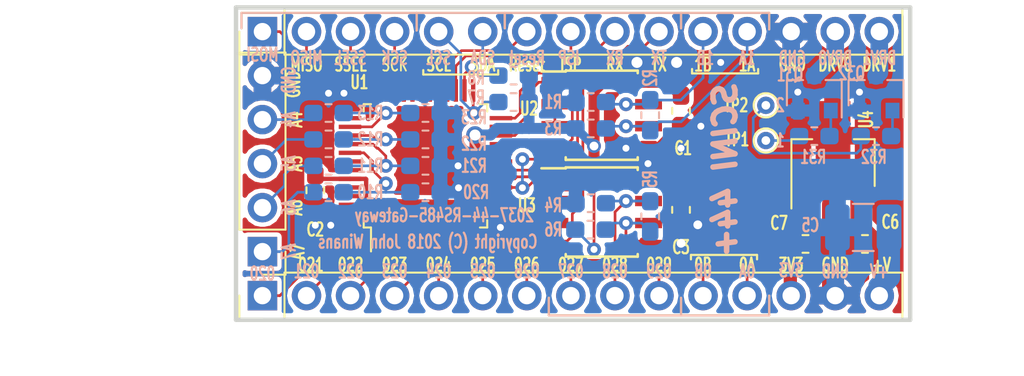
<source format=kicad_pcb>
(kicad_pcb (version 20171130) (host pcbnew 5.0.0-fee4fd1~66~ubuntu18.04.1)

  (general
    (thickness 1.6)
    (drawings 114)
    (tracks 374)
    (zones 0)
    (modules 35)
    (nets 62)
  )

  (page A4)
  (layers
    (0 F.Cu signal)
    (31 B.Cu signal)
    (34 B.Paste user hide)
    (35 F.Paste user hide)
    (36 B.SilkS user)
    (37 F.SilkS user)
    (38 B.Mask user)
    (39 F.Mask user)
    (40 Dwgs.User user)
    (41 Cmts.User user)
    (42 Eco1.User user)
    (43 Eco2.User user)
    (44 Edge.Cuts user)
    (45 Margin user)
    (46 B.CrtYd user)
    (47 F.CrtYd user)
    (48 B.Fab user hide)
    (49 F.Fab user hide)
  )

  (setup
    (last_trace_width 0.1524)
    (trace_clearance 0.1524)
    (zone_clearance 0.254)
    (zone_45_only no)
    (trace_min 0.1524)
    (segment_width 0.127)
    (edge_width 0.15)
    (via_size 0.8)
    (via_drill 0.4)
    (via_min_size 0.508)
    (via_min_drill 0.254)
    (uvia_size 0.3)
    (uvia_drill 0.1)
    (uvias_allowed no)
    (uvia_min_size 0.2)
    (uvia_min_drill 0.1)
    (pcb_text_width 0.3)
    (pcb_text_size 1.5 1.5)
    (mod_edge_width 0.15)
    (mod_text_size 0.508 0.762)
    (mod_text_width 0.127)
    (pad_size 1.524 1.524)
    (pad_drill 0.762)
    (pad_to_mask_clearance 0.0508)
    (aux_axis_origin 0 0)
    (visible_elements FFFFFF7F)
    (pcbplotparams
      (layerselection 0x010fc_ffffffff)
      (usegerberextensions false)
      (usegerberattributes false)
      (usegerberadvancedattributes false)
      (creategerberjobfile false)
      (excludeedgelayer true)
      (linewidth 0.100000)
      (plotframeref false)
      (viasonmask false)
      (mode 1)
      (useauxorigin false)
      (hpglpennumber 1)
      (hpglpenspeed 20)
      (hpglpendiameter 15.000000)
      (psnegative false)
      (psa4output false)
      (plotreference true)
      (plotvalue true)
      (plotinvisibletext false)
      (padsonsilk false)
      (subtractmaskfromsilk false)
      (outputformat 1)
      (mirror false)
      (drillshape 1)
      (scaleselection 1)
      (outputdirectory ""))
  )

  (net 0 "")
  (net 1 +3V3)
  (net 2 GND)
  (net 3 +12V)
  (net 4 /~RESET~)
  (net 5 /~ISP~)
  (net 6 /TXD0)
  (net 7 /RXD0)
  (net 8 "Net-(U1-Pad1)")
  (net 9 "Net-(U1-Pad2)")
  (net 10 /TXE0)
  (net 11 /TXE1)
  (net 12 /RXD1)
  (net 13 /TXD1)
  (net 14 "Net-(U1-Pad45)")
  (net 15 "Net-(U1-Pad46)")
  (net 16 "Net-(U1-Pad3)")
  (net 17 "Net-(U1-Pad4)")
  (net 18 "Net-(U1-Pad15)")
  (net 19 "Net-(U1-Pad19)")
  (net 20 "Net-(U1-Pad20)")
  (net 21 "Net-(U1-Pad21)")
  (net 22 "Net-(U1-Pad33)")
  (net 23 "Net-(U1-Pad34)")
  (net 24 "Net-(U1-Pad35)")
  (net 25 "Net-(U1-Pad36)")
  (net 26 "Net-(U1-Pad37)")
  (net 27 "Net-(U1-Pad42)")
  (net 28 /PORT1A)
  (net 29 /PORT1B)
  (net 30 /PORT0B)
  (net 31 /PORT0A)
  (net 32 /SDA)
  (net 33 /SCL)
  (net 34 /PIO0_27)
  (net 35 /PIO0_28)
  (net 36 /PIO0_29)
  (net 37 "Net-(R10-Pad2)")
  (net 38 "Net-(R11-Pad2)")
  (net 39 "Net-(R12-Pad2)")
  (net 40 "Net-(R13-Pad2)")
  (net 41 /PIO0_20)
  (net 42 /PIO0_21)
  (net 43 /PIO0_22)
  (net 44 /PIO0_23)
  (net 45 /PIO0_24)
  (net 46 /PIO0_25)
  (net 47 /PIO0_26)
  (net 48 /A7)
  (net 49 /A6)
  (net 50 /A5)
  (net 51 /A4)
  (net 52 /MOSI)
  (net 53 /MISO)
  (net 54 /SSEL)
  (net 55 /SCK)
  (net 56 "Net-(Q31-Pad1)")
  (net 57 "Net-(Q32-Pad1)")
  (net 58 "Net-(R31-Pad1)")
  (net 59 "Net-(R32-Pad1)")
  (net 60 /DRV0)
  (net 61 /DRV1)

  (net_class Default "This is the default net class."
    (clearance 0.1524)
    (trace_width 0.1524)
    (via_dia 0.8)
    (via_drill 0.4)
    (uvia_dia 0.3)
    (uvia_drill 0.1)
    (add_net +12V)
    (add_net +3V3)
    (add_net /A4)
    (add_net /A5)
    (add_net /A6)
    (add_net /A7)
    (add_net /DRV0)
    (add_net /DRV1)
    (add_net /MISO)
    (add_net /MOSI)
    (add_net /PIO0_20)
    (add_net /PIO0_21)
    (add_net /PIO0_22)
    (add_net /PIO0_23)
    (add_net /PIO0_24)
    (add_net /PIO0_25)
    (add_net /PIO0_26)
    (add_net /PIO0_27)
    (add_net /PIO0_28)
    (add_net /PIO0_29)
    (add_net /PORT0A)
    (add_net /PORT0B)
    (add_net /PORT1A)
    (add_net /PORT1B)
    (add_net /RXD0)
    (add_net /RXD1)
    (add_net /SCK)
    (add_net /SCL)
    (add_net /SDA)
    (add_net /SSEL)
    (add_net /TXD0)
    (add_net /TXD1)
    (add_net /TXE0)
    (add_net /TXE1)
    (add_net /~ISP~)
    (add_net /~RESET~)
    (add_net GND)
    (add_net "Net-(Q31-Pad1)")
    (add_net "Net-(Q32-Pad1)")
    (add_net "Net-(R10-Pad2)")
    (add_net "Net-(R11-Pad2)")
    (add_net "Net-(R12-Pad2)")
    (add_net "Net-(R13-Pad2)")
    (add_net "Net-(R31-Pad1)")
    (add_net "Net-(R32-Pad1)")
    (add_net "Net-(U1-Pad1)")
    (add_net "Net-(U1-Pad15)")
    (add_net "Net-(U1-Pad19)")
    (add_net "Net-(U1-Pad2)")
    (add_net "Net-(U1-Pad20)")
    (add_net "Net-(U1-Pad21)")
    (add_net "Net-(U1-Pad3)")
    (add_net "Net-(U1-Pad33)")
    (add_net "Net-(U1-Pad34)")
    (add_net "Net-(U1-Pad35)")
    (add_net "Net-(U1-Pad36)")
    (add_net "Net-(U1-Pad37)")
    (add_net "Net-(U1-Pad4)")
    (add_net "Net-(U1-Pad42)")
    (add_net "Net-(U1-Pad45)")
    (add_net "Net-(U1-Pad46)")
  )

  (module Package_SO:SOIC-8_3.9x4.9mm_P1.27mm (layer F.Cu) (tedit 5B9D2FA9) (tstamp 5BAB628C)
    (at 134.112 146.177)
    (descr "8-Lead Plastic Small Outline (SN) - Narrow, 3.90 mm Body [SOIC] (see Microchip Packaging Specification 00000049BS.pdf)")
    (tags "SOIC 1.27")
    (path /5B9342B8)
    (attr smd)
    (fp_text reference U3 (at -4.318 -0.381) (layer F.SilkS)
      (effects (font (size 0.762 0.508) (thickness 0.127)))
    )
    (fp_text value ISL83483 (at 0 3.5) (layer F.Fab)
      (effects (font (size 1 1) (thickness 0.15)))
    )
    (fp_text user %R (at 0 0) (layer F.Fab)
      (effects (font (size 1 1) (thickness 0.15)))
    )
    (fp_line (start -0.95 -2.45) (end 1.95 -2.45) (layer F.Fab) (width 0.1))
    (fp_line (start 1.95 -2.45) (end 1.95 2.45) (layer F.Fab) (width 0.1))
    (fp_line (start 1.95 2.45) (end -1.95 2.45) (layer F.Fab) (width 0.1))
    (fp_line (start -1.95 2.45) (end -1.95 -1.45) (layer F.Fab) (width 0.1))
    (fp_line (start -1.95 -1.45) (end -0.95 -2.45) (layer F.Fab) (width 0.1))
    (fp_line (start -3.73 -2.7) (end -3.73 2.7) (layer F.CrtYd) (width 0.05))
    (fp_line (start 3.73 -2.7) (end 3.73 2.7) (layer F.CrtYd) (width 0.05))
    (fp_line (start -3.73 -2.7) (end 3.73 -2.7) (layer F.CrtYd) (width 0.05))
    (fp_line (start -3.73 2.7) (end 3.73 2.7) (layer F.CrtYd) (width 0.05))
    (fp_line (start -2.075 -2.575) (end -2.075 -2.525) (layer F.SilkS) (width 0.15))
    (fp_line (start 2.075 -2.575) (end 2.075 -2.43) (layer F.SilkS) (width 0.15))
    (fp_line (start 2.075 2.575) (end 2.075 2.43) (layer F.SilkS) (width 0.15))
    (fp_line (start -2.075 2.575) (end -2.075 2.43) (layer F.SilkS) (width 0.15))
    (fp_line (start -2.075 -2.575) (end 2.075 -2.575) (layer F.SilkS) (width 0.15))
    (fp_line (start -2.075 2.575) (end 2.075 2.575) (layer F.SilkS) (width 0.15))
    (fp_line (start -2.075 -2.525) (end -3.475 -2.525) (layer F.SilkS) (width 0.15))
    (pad 1 smd rect (at -2.7 -1.905) (size 1.55 0.6) (layers F.Cu F.Paste F.Mask)
      (net 7 /RXD0))
    (pad 2 smd rect (at -2.7 -0.635) (size 1.55 0.6) (layers F.Cu F.Paste F.Mask)
      (net 10 /TXE0))
    (pad 3 smd rect (at -2.7 0.635) (size 1.55 0.6) (layers F.Cu F.Paste F.Mask)
      (net 10 /TXE0))
    (pad 4 smd rect (at -2.7 1.905) (size 1.55 0.6) (layers F.Cu F.Paste F.Mask)
      (net 6 /TXD0))
    (pad 5 smd rect (at 2.7 1.905) (size 1.55 0.6) (layers F.Cu F.Paste F.Mask)
      (net 2 GND))
    (pad 6 smd rect (at 2.7 0.635) (size 1.55 0.6) (layers F.Cu F.Paste F.Mask)
      (net 31 /PORT0A))
    (pad 7 smd rect (at 2.7 -0.635) (size 1.55 0.6) (layers F.Cu F.Paste F.Mask)
      (net 30 /PORT0B))
    (pad 8 smd rect (at 2.7 -1.905) (size 1.55 0.6) (layers F.Cu F.Paste F.Mask)
      (net 1 +3V3))
    (model ${KISYS3DMOD}/Package_SO.3dshapes/SOIC-8_3.9x4.9mm_P1.27mm.wrl
      (at (xyz 0 0 0))
      (scale (xyz 1 1 1))
      (rotate (xyz 0 0 0))
    )
  )

  (module Capacitor_SMD:C_0603_1608Metric_Pad1.05x0.95mm_HandSolder (layer F.Cu) (tedit 5B9D3009) (tstamp 5BAB3080)
    (at 138.684 140.335 270)
    (descr "Capacitor SMD 0603 (1608 Metric), square (rectangular) end terminal, IPC_7351 nominal with elongated pad for handsoldering. (Body size source: http://www.tortai-tech.com/upload/download/2011102023233369053.pdf), generated with kicad-footprint-generator")
    (tags "capacitor handsolder")
    (path /5B990707)
    (attr smd)
    (fp_text reference C1 (at 2.159 -0.127) (layer F.SilkS)
      (effects (font (size 0.762 0.508) (thickness 0.127)))
    )
    (fp_text value .1uF (at 0 1.43 270) (layer F.Fab)
      (effects (font (size 1 1) (thickness 0.15)))
    )
    (fp_line (start -0.8 0.4) (end -0.8 -0.4) (layer F.Fab) (width 0.1))
    (fp_line (start -0.8 -0.4) (end 0.8 -0.4) (layer F.Fab) (width 0.1))
    (fp_line (start 0.8 -0.4) (end 0.8 0.4) (layer F.Fab) (width 0.1))
    (fp_line (start 0.8 0.4) (end -0.8 0.4) (layer F.Fab) (width 0.1))
    (fp_line (start -0.171267 -0.51) (end 0.171267 -0.51) (layer F.SilkS) (width 0.12))
    (fp_line (start -0.171267 0.51) (end 0.171267 0.51) (layer F.SilkS) (width 0.12))
    (fp_line (start -1.65 0.73) (end -1.65 -0.73) (layer F.CrtYd) (width 0.05))
    (fp_line (start -1.65 -0.73) (end 1.65 -0.73) (layer F.CrtYd) (width 0.05))
    (fp_line (start 1.65 -0.73) (end 1.65 0.73) (layer F.CrtYd) (width 0.05))
    (fp_line (start 1.65 0.73) (end -1.65 0.73) (layer F.CrtYd) (width 0.05))
    (fp_text user %R (at 0 0 270) (layer F.Fab)
      (effects (font (size 0.4 0.4) (thickness 0.06)))
    )
    (pad 1 smd roundrect (at -0.875 0 270) (size 1.05 0.95) (layers F.Cu F.Paste F.Mask) (roundrect_rratio 0.25)
      (net 1 +3V3))
    (pad 2 smd roundrect (at 0.875 0 270) (size 1.05 0.95) (layers F.Cu F.Paste F.Mask) (roundrect_rratio 0.25)
      (net 2 GND))
    (model ${KISYS3DMOD}/Capacitor_SMD.3dshapes/C_0603_1608Metric.wrl
      (at (xyz 0 0 0))
      (scale (xyz 1 1 1))
      (rotate (xyz 0 0 0))
    )
  )

  (module Capacitor_SMD:C_0603_1608Metric_Pad1.05x0.95mm_HandSolder (layer F.Cu) (tedit 5B9D63BA) (tstamp 5BAAF9CF)
    (at 117.602 144.921 270)
    (descr "Capacitor SMD 0603 (1608 Metric), square (rectangular) end terminal, IPC_7351 nominal with elongated pad for handsoldering. (Body size source: http://www.tortai-tech.com/upload/download/2011102023233369053.pdf), generated with kicad-footprint-generator")
    (tags "capacitor handsolder")
    (path /5B99C454)
    (attr smd)
    (fp_text reference C2 (at 2.272 0) (layer F.SilkS)
      (effects (font (size 0.762 0.508) (thickness 0.127)))
    )
    (fp_text value .1uF (at 0 1.43 270) (layer F.Fab)
      (effects (font (size 1 1) (thickness 0.15)))
    )
    (fp_text user %R (at 0 0 270) (layer F.Fab)
      (effects (font (size 0.4 0.4) (thickness 0.06)))
    )
    (fp_line (start 1.65 0.73) (end -1.65 0.73) (layer F.CrtYd) (width 0.05))
    (fp_line (start 1.65 -0.73) (end 1.65 0.73) (layer F.CrtYd) (width 0.05))
    (fp_line (start -1.65 -0.73) (end 1.65 -0.73) (layer F.CrtYd) (width 0.05))
    (fp_line (start -1.65 0.73) (end -1.65 -0.73) (layer F.CrtYd) (width 0.05))
    (fp_line (start -0.171267 0.51) (end 0.171267 0.51) (layer F.SilkS) (width 0.12))
    (fp_line (start -0.171267 -0.51) (end 0.171267 -0.51) (layer F.SilkS) (width 0.12))
    (fp_line (start 0.8 0.4) (end -0.8 0.4) (layer F.Fab) (width 0.1))
    (fp_line (start 0.8 -0.4) (end 0.8 0.4) (layer F.Fab) (width 0.1))
    (fp_line (start -0.8 -0.4) (end 0.8 -0.4) (layer F.Fab) (width 0.1))
    (fp_line (start -0.8 0.4) (end -0.8 -0.4) (layer F.Fab) (width 0.1))
    (pad 2 smd roundrect (at 0.875 0 270) (size 1.05 0.95) (layers F.Cu F.Paste F.Mask) (roundrect_rratio 0.25)
      (net 2 GND))
    (pad 1 smd roundrect (at -0.875 0 270) (size 1.05 0.95) (layers F.Cu F.Paste F.Mask) (roundrect_rratio 0.25)
      (net 1 +3V3))
    (model ${KISYS3DMOD}/Capacitor_SMD.3dshapes/C_0603_1608Metric.wrl
      (at (xyz 0 0 0))
      (scale (xyz 1 1 1))
      (rotate (xyz 0 0 0))
    )
  )

  (module Capacitor_SMD:C_0603_1608Metric_Pad1.05x0.95mm_HandSolder (layer F.Cu) (tedit 5B9D2EE6) (tstamp 5BAB31CC)
    (at 138.684 146.05 270)
    (descr "Capacitor SMD 0603 (1608 Metric), square (rectangular) end terminal, IPC_7351 nominal with elongated pad for handsoldering. (Body size source: http://www.tortai-tech.com/upload/download/2011102023233369053.pdf), generated with kicad-footprint-generator")
    (tags "capacitor handsolder")
    (path /5B99C49E)
    (attr smd)
    (fp_text reference C3 (at 2.159 0) (layer F.SilkS)
      (effects (font (size 0.762 0.508) (thickness 0.127)))
    )
    (fp_text value .1uF (at 0 1.43 270) (layer F.Fab)
      (effects (font (size 1 1) (thickness 0.15)))
    )
    (fp_line (start -0.8 0.4) (end -0.8 -0.4) (layer F.Fab) (width 0.1))
    (fp_line (start -0.8 -0.4) (end 0.8 -0.4) (layer F.Fab) (width 0.1))
    (fp_line (start 0.8 -0.4) (end 0.8 0.4) (layer F.Fab) (width 0.1))
    (fp_line (start 0.8 0.4) (end -0.8 0.4) (layer F.Fab) (width 0.1))
    (fp_line (start -0.171267 -0.51) (end 0.171267 -0.51) (layer F.SilkS) (width 0.12))
    (fp_line (start -0.171267 0.51) (end 0.171267 0.51) (layer F.SilkS) (width 0.12))
    (fp_line (start -1.65 0.73) (end -1.65 -0.73) (layer F.CrtYd) (width 0.05))
    (fp_line (start -1.65 -0.73) (end 1.65 -0.73) (layer F.CrtYd) (width 0.05))
    (fp_line (start 1.65 -0.73) (end 1.65 0.73) (layer F.CrtYd) (width 0.05))
    (fp_line (start 1.65 0.73) (end -1.65 0.73) (layer F.CrtYd) (width 0.05))
    (fp_text user %R (at 0 0 270) (layer F.Fab)
      (effects (font (size 0.4 0.4) (thickness 0.06)))
    )
    (pad 1 smd roundrect (at -0.875 0 270) (size 1.05 0.95) (layers F.Cu F.Paste F.Mask) (roundrect_rratio 0.25)
      (net 1 +3V3))
    (pad 2 smd roundrect (at 0.875 0 270) (size 1.05 0.95) (layers F.Cu F.Paste F.Mask) (roundrect_rratio 0.25)
      (net 2 GND))
    (model ${KISYS3DMOD}/Capacitor_SMD.3dshapes/C_0603_1608Metric.wrl
      (at (xyz 0 0 0))
      (scale (xyz 1 1 1))
      (rotate (xyz 0 0 0))
    )
  )

  (module Resistor_SMD:R_1210_3225Metric_Pad1.42x2.65mm_HandSolder (layer B.Cu) (tedit 5B9D6302) (tstamp 5BAAD4B6)
    (at 149.1885 147.066 180)
    (descr "Resistor SMD 1210 (3225 Metric), square (rectangular) end terminal, IPC_7351 nominal with elongated pad for handsoldering. (Body size source: http://www.tortai-tech.com/upload/download/2011102023233369053.pdf), generated with kicad-footprint-generator")
    (tags "resistor handsolder")
    (path /5B95426F)
    (attr smd)
    (fp_text reference C5 (at 3.048 0.127) (layer B.SilkS)
      (effects (font (size 0.762 0.508) (thickness 0.127)) (justify mirror))
    )
    (fp_text value 10uF (at 0 -2.28 180) (layer B.Fab)
      (effects (font (size 1 1) (thickness 0.15)) (justify mirror))
    )
    (fp_text user %R (at 0 0 180) (layer B.Fab)
      (effects (font (size 0.8 0.8) (thickness 0.12)) (justify mirror))
    )
    (fp_line (start 2.45 -1.58) (end -2.45 -1.58) (layer B.CrtYd) (width 0.05))
    (fp_line (start 2.45 1.58) (end 2.45 -1.58) (layer B.CrtYd) (width 0.05))
    (fp_line (start -2.45 1.58) (end 2.45 1.58) (layer B.CrtYd) (width 0.05))
    (fp_line (start -2.45 -1.58) (end -2.45 1.58) (layer B.CrtYd) (width 0.05))
    (fp_line (start -0.602064 -1.36) (end 0.602064 -1.36) (layer B.SilkS) (width 0.12))
    (fp_line (start -0.602064 1.36) (end 0.602064 1.36) (layer B.SilkS) (width 0.12))
    (fp_line (start 1.6 -1.25) (end -1.6 -1.25) (layer B.Fab) (width 0.1))
    (fp_line (start 1.6 1.25) (end 1.6 -1.25) (layer B.Fab) (width 0.1))
    (fp_line (start -1.6 1.25) (end 1.6 1.25) (layer B.Fab) (width 0.1))
    (fp_line (start -1.6 -1.25) (end -1.6 1.25) (layer B.Fab) (width 0.1))
    (pad 2 smd roundrect (at 1.4875 0 180) (size 1.425 2.65) (layers B.Cu B.Paste B.Mask) (roundrect_rratio 0.175439)
      (net 2 GND))
    (pad 1 smd roundrect (at -1.4875 0 180) (size 1.425 2.65) (layers B.Cu B.Paste B.Mask) (roundrect_rratio 0.175439)
      (net 3 +12V))
    (model ${KISYS3DMOD}/Resistor_SMD.3dshapes/R_1210_3225Metric.wrl
      (at (xyz 0 0 0))
      (scale (xyz 1 1 1))
      (rotate (xyz 0 0 0))
    )
  )

  (module Resistor_SMD:R_0603_1608Metric_Pad1.05x0.95mm_HandSolder (layer F.Cu) (tedit 5B9D635B) (tstamp 5BAAD4C7)
    (at 149.2885 148.0185 180)
    (descr "Resistor SMD 0603 (1608 Metric), square (rectangular) end terminal, IPC_7351 nominal with elongated pad for handsoldering. (Body size source: http://www.tortai-tech.com/upload/download/2011102023233369053.pdf), generated with kicad-footprint-generator")
    (tags "resistor handsolder")
    (path /5B954207)
    (attr smd)
    (fp_text reference C6 (at -1.4605 1.27) (layer F.SilkS)
      (effects (font (size 0.762 0.508) (thickness 0.127)))
    )
    (fp_text value 1uF (at 0 1.43 180) (layer F.Fab)
      (effects (font (size 1 1) (thickness 0.15)))
    )
    (fp_text user %R (at 0 0 180) (layer F.Fab)
      (effects (font (size 0.4 0.4) (thickness 0.06)))
    )
    (fp_line (start 1.65 0.73) (end -1.65 0.73) (layer F.CrtYd) (width 0.05))
    (fp_line (start 1.65 -0.73) (end 1.65 0.73) (layer F.CrtYd) (width 0.05))
    (fp_line (start -1.65 -0.73) (end 1.65 -0.73) (layer F.CrtYd) (width 0.05))
    (fp_line (start -1.65 0.73) (end -1.65 -0.73) (layer F.CrtYd) (width 0.05))
    (fp_line (start -0.171267 0.51) (end 0.171267 0.51) (layer F.SilkS) (width 0.12))
    (fp_line (start -0.171267 -0.51) (end 0.171267 -0.51) (layer F.SilkS) (width 0.12))
    (fp_line (start 0.8 0.4) (end -0.8 0.4) (layer F.Fab) (width 0.1))
    (fp_line (start 0.8 -0.4) (end 0.8 0.4) (layer F.Fab) (width 0.1))
    (fp_line (start -0.8 -0.4) (end 0.8 -0.4) (layer F.Fab) (width 0.1))
    (fp_line (start -0.8 0.4) (end -0.8 -0.4) (layer F.Fab) (width 0.1))
    (pad 2 smd roundrect (at 0.875 0 180) (size 1.05 0.95) (layers F.Cu F.Paste F.Mask) (roundrect_rratio 0.25)
      (net 2 GND))
    (pad 1 smd roundrect (at -0.875 0 180) (size 1.05 0.95) (layers F.Cu F.Paste F.Mask) (roundrect_rratio 0.25)
      (net 3 +12V))
    (model ${KISYS3DMOD}/Resistor_SMD.3dshapes/R_0603_1608Metric.wrl
      (at (xyz 0 0 0))
      (scale (xyz 1 1 1))
      (rotate (xyz 0 0 0))
    )
  )

  (module Resistor_SMD:R_0603_1608Metric_Pad1.05x0.95mm_HandSolder (layer F.Cu) (tedit 5B9D633B) (tstamp 5BAAD4D8)
    (at 145.8595 148.0185)
    (descr "Resistor SMD 0603 (1608 Metric), square (rectangular) end terminal, IPC_7351 nominal with elongated pad for handsoldering. (Body size source: http://www.tortai-tech.com/upload/download/2011102023233369053.pdf), generated with kicad-footprint-generator")
    (tags "resistor handsolder")
    (path /5B954101)
    (attr smd)
    (fp_text reference C7 (at -1.524 -1.2065 180) (layer F.SilkS)
      (effects (font (size 0.762 0.508) (thickness 0.127)))
    )
    (fp_text value 2.2uF (at 0 1.43) (layer F.Fab)
      (effects (font (size 1 1) (thickness 0.15)))
    )
    (fp_line (start -0.8 0.4) (end -0.8 -0.4) (layer F.Fab) (width 0.1))
    (fp_line (start -0.8 -0.4) (end 0.8 -0.4) (layer F.Fab) (width 0.1))
    (fp_line (start 0.8 -0.4) (end 0.8 0.4) (layer F.Fab) (width 0.1))
    (fp_line (start 0.8 0.4) (end -0.8 0.4) (layer F.Fab) (width 0.1))
    (fp_line (start -0.171267 -0.51) (end 0.171267 -0.51) (layer F.SilkS) (width 0.12))
    (fp_line (start -0.171267 0.51) (end 0.171267 0.51) (layer F.SilkS) (width 0.12))
    (fp_line (start -1.65 0.73) (end -1.65 -0.73) (layer F.CrtYd) (width 0.05))
    (fp_line (start -1.65 -0.73) (end 1.65 -0.73) (layer F.CrtYd) (width 0.05))
    (fp_line (start 1.65 -0.73) (end 1.65 0.73) (layer F.CrtYd) (width 0.05))
    (fp_line (start 1.65 0.73) (end -1.65 0.73) (layer F.CrtYd) (width 0.05))
    (fp_text user %R (at 0 0) (layer F.Fab)
      (effects (font (size 0.4 0.4) (thickness 0.06)))
    )
    (pad 1 smd roundrect (at -0.875 0) (size 1.05 0.95) (layers F.Cu F.Paste F.Mask) (roundrect_rratio 0.25)
      (net 1 +3V3))
    (pad 2 smd roundrect (at 0.875 0) (size 1.05 0.95) (layers F.Cu F.Paste F.Mask) (roundrect_rratio 0.25)
      (net 2 GND))
    (model ${KISYS3DMOD}/Resistor_SMD.3dshapes/R_0603_1608Metric.wrl
      (at (xyz 0 0 0))
      (scale (xyz 1 1 1))
      (rotate (xyz 0 0 0))
    )
  )

  (module Resistor_SMD:R_0603_1608Metric_Pad1.05x0.95mm_HandSolder (layer B.Cu) (tedit 5B301BBD) (tstamp 5BAAD585)
    (at 133.477 139.827)
    (descr "Resistor SMD 0603 (1608 Metric), square (rectangular) end terminal, IPC_7351 nominal with elongated pad for handsoldering. (Body size source: http://www.tortai-tech.com/upload/download/2011102023233369053.pdf), generated with kicad-footprint-generator")
    (tags "resistor handsolder")
    (path /5B93563B)
    (attr smd)
    (fp_text reference R1 (at -2.159 0) (layer B.SilkS)
      (effects (font (size 0.762 0.508) (thickness 0.127)) (justify mirror))
    )
    (fp_text value 1K (at 0 -1.43) (layer B.Fab)
      (effects (font (size 1 1) (thickness 0.15)) (justify mirror))
    )
    (fp_line (start -0.8 -0.4) (end -0.8 0.4) (layer B.Fab) (width 0.1))
    (fp_line (start -0.8 0.4) (end 0.8 0.4) (layer B.Fab) (width 0.1))
    (fp_line (start 0.8 0.4) (end 0.8 -0.4) (layer B.Fab) (width 0.1))
    (fp_line (start 0.8 -0.4) (end -0.8 -0.4) (layer B.Fab) (width 0.1))
    (fp_line (start -0.171267 0.51) (end 0.171267 0.51) (layer B.SilkS) (width 0.12))
    (fp_line (start -0.171267 -0.51) (end 0.171267 -0.51) (layer B.SilkS) (width 0.12))
    (fp_line (start -1.65 -0.73) (end -1.65 0.73) (layer B.CrtYd) (width 0.05))
    (fp_line (start -1.65 0.73) (end 1.65 0.73) (layer B.CrtYd) (width 0.05))
    (fp_line (start 1.65 0.73) (end 1.65 -0.73) (layer B.CrtYd) (width 0.05))
    (fp_line (start 1.65 -0.73) (end -1.65 -0.73) (layer B.CrtYd) (width 0.05))
    (fp_text user %R (at 0 0) (layer B.Fab)
      (effects (font (size 0.4 0.4) (thickness 0.06)) (justify mirror))
    )
    (pad 1 smd roundrect (at -0.875 0) (size 1.05 0.95) (layers B.Cu B.Paste B.Mask) (roundrect_rratio 0.25)
      (net 2 GND))
    (pad 2 smd roundrect (at 0.875 0) (size 1.05 0.95) (layers B.Cu B.Paste B.Mask) (roundrect_rratio 0.25)
      (net 29 /PORT1B))
    (model ${KISYS3DMOD}/Resistor_SMD.3dshapes/R_0603_1608Metric.wrl
      (at (xyz 0 0 0))
      (scale (xyz 1 1 1))
      (rotate (xyz 0 0 0))
    )
  )

  (module Resistor_SMD:R_0603_1608Metric_Pad1.05x0.95mm_HandSolder (layer B.Cu) (tedit 5B301BBD) (tstamp 5BAAD596)
    (at 136.906 140.589 90)
    (descr "Resistor SMD 0603 (1608 Metric), square (rectangular) end terminal, IPC_7351 nominal with elongated pad for handsoldering. (Body size source: http://www.tortai-tech.com/upload/download/2011102023233369053.pdf), generated with kicad-footprint-generator")
    (tags "resistor handsolder")
    (path /5B9356D9)
    (attr smd)
    (fp_text reference R2 (at 2.159 0 90) (layer B.SilkS)
      (effects (font (size 0.762 0.508) (thickness 0.127)) (justify mirror))
    )
    (fp_text value 120 (at 0 -1.43 90) (layer B.Fab)
      (effects (font (size 1 1) (thickness 0.15)) (justify mirror))
    )
    (fp_line (start -0.8 -0.4) (end -0.8 0.4) (layer B.Fab) (width 0.1))
    (fp_line (start -0.8 0.4) (end 0.8 0.4) (layer B.Fab) (width 0.1))
    (fp_line (start 0.8 0.4) (end 0.8 -0.4) (layer B.Fab) (width 0.1))
    (fp_line (start 0.8 -0.4) (end -0.8 -0.4) (layer B.Fab) (width 0.1))
    (fp_line (start -0.171267 0.51) (end 0.171267 0.51) (layer B.SilkS) (width 0.12))
    (fp_line (start -0.171267 -0.51) (end 0.171267 -0.51) (layer B.SilkS) (width 0.12))
    (fp_line (start -1.65 -0.73) (end -1.65 0.73) (layer B.CrtYd) (width 0.05))
    (fp_line (start -1.65 0.73) (end 1.65 0.73) (layer B.CrtYd) (width 0.05))
    (fp_line (start 1.65 0.73) (end 1.65 -0.73) (layer B.CrtYd) (width 0.05))
    (fp_line (start 1.65 -0.73) (end -1.65 -0.73) (layer B.CrtYd) (width 0.05))
    (fp_text user %R (at 0 0 90) (layer B.Fab)
      (effects (font (size 0.4 0.4) (thickness 0.06)) (justify mirror))
    )
    (pad 1 smd roundrect (at -0.875 0 90) (size 1.05 0.95) (layers B.Cu B.Paste B.Mask) (roundrect_rratio 0.25)
      (net 28 /PORT1A))
    (pad 2 smd roundrect (at 0.875 0 90) (size 1.05 0.95) (layers B.Cu B.Paste B.Mask) (roundrect_rratio 0.25)
      (net 29 /PORT1B))
    (model ${KISYS3DMOD}/Resistor_SMD.3dshapes/R_0603_1608Metric.wrl
      (at (xyz 0 0 0))
      (scale (xyz 1 1 1))
      (rotate (xyz 0 0 0))
    )
  )

  (module Resistor_SMD:R_0603_1608Metric_Pad1.05x0.95mm_HandSolder (layer B.Cu) (tedit 5B301BBD) (tstamp 5BAAD5A7)
    (at 133.477 141.351 180)
    (descr "Resistor SMD 0603 (1608 Metric), square (rectangular) end terminal, IPC_7351 nominal with elongated pad for handsoldering. (Body size source: http://www.tortai-tech.com/upload/download/2011102023233369053.pdf), generated with kicad-footprint-generator")
    (tags "resistor handsolder")
    (path /5B9356A5)
    (attr smd)
    (fp_text reference R3 (at 2.159 0 180) (layer B.SilkS)
      (effects (font (size 0.762 0.508) (thickness 0.127)) (justify mirror))
    )
    (fp_text value 1K (at 0 -1.43 180) (layer B.Fab)
      (effects (font (size 1 1) (thickness 0.15)) (justify mirror))
    )
    (fp_text user %R (at 0 0 180) (layer B.Fab)
      (effects (font (size 0.4 0.4) (thickness 0.06)) (justify mirror))
    )
    (fp_line (start 1.65 -0.73) (end -1.65 -0.73) (layer B.CrtYd) (width 0.05))
    (fp_line (start 1.65 0.73) (end 1.65 -0.73) (layer B.CrtYd) (width 0.05))
    (fp_line (start -1.65 0.73) (end 1.65 0.73) (layer B.CrtYd) (width 0.05))
    (fp_line (start -1.65 -0.73) (end -1.65 0.73) (layer B.CrtYd) (width 0.05))
    (fp_line (start -0.171267 -0.51) (end 0.171267 -0.51) (layer B.SilkS) (width 0.12))
    (fp_line (start -0.171267 0.51) (end 0.171267 0.51) (layer B.SilkS) (width 0.12))
    (fp_line (start 0.8 -0.4) (end -0.8 -0.4) (layer B.Fab) (width 0.1))
    (fp_line (start 0.8 0.4) (end 0.8 -0.4) (layer B.Fab) (width 0.1))
    (fp_line (start -0.8 0.4) (end 0.8 0.4) (layer B.Fab) (width 0.1))
    (fp_line (start -0.8 -0.4) (end -0.8 0.4) (layer B.Fab) (width 0.1))
    (pad 2 smd roundrect (at 0.875 0 180) (size 1.05 0.95) (layers B.Cu B.Paste B.Mask) (roundrect_rratio 0.25)
      (net 1 +3V3))
    (pad 1 smd roundrect (at -0.875 0 180) (size 1.05 0.95) (layers B.Cu B.Paste B.Mask) (roundrect_rratio 0.25)
      (net 28 /PORT1A))
    (model ${KISYS3DMOD}/Resistor_SMD.3dshapes/R_0603_1608Metric.wrl
      (at (xyz 0 0 0))
      (scale (xyz 1 1 1))
      (rotate (xyz 0 0 0))
    )
  )

  (module Resistor_SMD:R_0603_1608Metric_Pad1.05x0.95mm_HandSolder (layer B.Cu) (tedit 5B301BBD) (tstamp 5B9DE3C8)
    (at 133.477 145.669)
    (descr "Resistor SMD 0603 (1608 Metric), square (rectangular) end terminal, IPC_7351 nominal with elongated pad for handsoldering. (Body size source: http://www.tortai-tech.com/upload/download/2011102023233369053.pdf), generated with kicad-footprint-generator")
    (tags "resistor handsolder")
    (path /5B9366D8)
    (attr smd)
    (fp_text reference R4 (at -2.159 0.127) (layer B.SilkS)
      (effects (font (size 0.762 0.508) (thickness 0.127)) (justify mirror))
    )
    (fp_text value 1K (at 0 -1.43) (layer B.Fab)
      (effects (font (size 1 1) (thickness 0.15)) (justify mirror))
    )
    (fp_text user %R (at 0 0) (layer B.Fab)
      (effects (font (size 0.4 0.4) (thickness 0.06)) (justify mirror))
    )
    (fp_line (start 1.65 -0.73) (end -1.65 -0.73) (layer B.CrtYd) (width 0.05))
    (fp_line (start 1.65 0.73) (end 1.65 -0.73) (layer B.CrtYd) (width 0.05))
    (fp_line (start -1.65 0.73) (end 1.65 0.73) (layer B.CrtYd) (width 0.05))
    (fp_line (start -1.65 -0.73) (end -1.65 0.73) (layer B.CrtYd) (width 0.05))
    (fp_line (start -0.171267 -0.51) (end 0.171267 -0.51) (layer B.SilkS) (width 0.12))
    (fp_line (start -0.171267 0.51) (end 0.171267 0.51) (layer B.SilkS) (width 0.12))
    (fp_line (start 0.8 -0.4) (end -0.8 -0.4) (layer B.Fab) (width 0.1))
    (fp_line (start 0.8 0.4) (end 0.8 -0.4) (layer B.Fab) (width 0.1))
    (fp_line (start -0.8 0.4) (end 0.8 0.4) (layer B.Fab) (width 0.1))
    (fp_line (start -0.8 -0.4) (end -0.8 0.4) (layer B.Fab) (width 0.1))
    (pad 2 smd roundrect (at 0.875 0) (size 1.05 0.95) (layers B.Cu B.Paste B.Mask) (roundrect_rratio 0.25)
      (net 30 /PORT0B))
    (pad 1 smd roundrect (at -0.875 0) (size 1.05 0.95) (layers B.Cu B.Paste B.Mask) (roundrect_rratio 0.25)
      (net 2 GND))
    (model ${KISYS3DMOD}/Resistor_SMD.3dshapes/R_0603_1608Metric.wrl
      (at (xyz 0 0 0))
      (scale (xyz 1 1 1))
      (rotate (xyz 0 0 0))
    )
  )

  (module Resistor_SMD:R_0603_1608Metric_Pad1.05x0.95mm_HandSolder (layer B.Cu) (tedit 5B301BBD) (tstamp 5BAAD5C9)
    (at 136.906 146.431 90)
    (descr "Resistor SMD 0603 (1608 Metric), square (rectangular) end terminal, IPC_7351 nominal with elongated pad for handsoldering. (Body size source: http://www.tortai-tech.com/upload/download/2011102023233369053.pdf), generated with kicad-footprint-generator")
    (tags "resistor handsolder")
    (path /5B9366E4)
    (attr smd)
    (fp_text reference R5 (at 2.159 0 90) (layer B.SilkS)
      (effects (font (size 0.762 0.508) (thickness 0.127)) (justify mirror))
    )
    (fp_text value 120 (at 0 -1.43 90) (layer B.Fab)
      (effects (font (size 1 1) (thickness 0.15)) (justify mirror))
    )
    (fp_text user %R (at 0 0 90) (layer B.Fab)
      (effects (font (size 0.4 0.4) (thickness 0.06)) (justify mirror))
    )
    (fp_line (start 1.65 -0.73) (end -1.65 -0.73) (layer B.CrtYd) (width 0.05))
    (fp_line (start 1.65 0.73) (end 1.65 -0.73) (layer B.CrtYd) (width 0.05))
    (fp_line (start -1.65 0.73) (end 1.65 0.73) (layer B.CrtYd) (width 0.05))
    (fp_line (start -1.65 -0.73) (end -1.65 0.73) (layer B.CrtYd) (width 0.05))
    (fp_line (start -0.171267 -0.51) (end 0.171267 -0.51) (layer B.SilkS) (width 0.12))
    (fp_line (start -0.171267 0.51) (end 0.171267 0.51) (layer B.SilkS) (width 0.12))
    (fp_line (start 0.8 -0.4) (end -0.8 -0.4) (layer B.Fab) (width 0.1))
    (fp_line (start 0.8 0.4) (end 0.8 -0.4) (layer B.Fab) (width 0.1))
    (fp_line (start -0.8 0.4) (end 0.8 0.4) (layer B.Fab) (width 0.1))
    (fp_line (start -0.8 -0.4) (end -0.8 0.4) (layer B.Fab) (width 0.1))
    (pad 2 smd roundrect (at 0.875 0 90) (size 1.05 0.95) (layers B.Cu B.Paste B.Mask) (roundrect_rratio 0.25)
      (net 30 /PORT0B))
    (pad 1 smd roundrect (at -0.875 0 90) (size 1.05 0.95) (layers B.Cu B.Paste B.Mask) (roundrect_rratio 0.25)
      (net 31 /PORT0A))
    (model ${KISYS3DMOD}/Resistor_SMD.3dshapes/R_0603_1608Metric.wrl
      (at (xyz 0 0 0))
      (scale (xyz 1 1 1))
      (rotate (xyz 0 0 0))
    )
  )

  (module Resistor_SMD:R_0603_1608Metric_Pad1.05x0.95mm_HandSolder (layer B.Cu) (tedit 5B301BBD) (tstamp 5BAAD5DA)
    (at 133.463 147.193 180)
    (descr "Resistor SMD 0603 (1608 Metric), square (rectangular) end terminal, IPC_7351 nominal with elongated pad for handsoldering. (Body size source: http://www.tortai-tech.com/upload/download/2011102023233369053.pdf), generated with kicad-footprint-generator")
    (tags "resistor handsolder")
    (path /5B9366DE)
    (attr smd)
    (fp_text reference R6 (at 2.145 0 180) (layer B.SilkS)
      (effects (font (size 0.762 0.508) (thickness 0.127)) (justify mirror))
    )
    (fp_text value 1K (at 0 -1.43 180) (layer B.Fab)
      (effects (font (size 1 1) (thickness 0.15)) (justify mirror))
    )
    (fp_line (start -0.8 -0.4) (end -0.8 0.4) (layer B.Fab) (width 0.1))
    (fp_line (start -0.8 0.4) (end 0.8 0.4) (layer B.Fab) (width 0.1))
    (fp_line (start 0.8 0.4) (end 0.8 -0.4) (layer B.Fab) (width 0.1))
    (fp_line (start 0.8 -0.4) (end -0.8 -0.4) (layer B.Fab) (width 0.1))
    (fp_line (start -0.171267 0.51) (end 0.171267 0.51) (layer B.SilkS) (width 0.12))
    (fp_line (start -0.171267 -0.51) (end 0.171267 -0.51) (layer B.SilkS) (width 0.12))
    (fp_line (start -1.65 -0.73) (end -1.65 0.73) (layer B.CrtYd) (width 0.05))
    (fp_line (start -1.65 0.73) (end 1.65 0.73) (layer B.CrtYd) (width 0.05))
    (fp_line (start 1.65 0.73) (end 1.65 -0.73) (layer B.CrtYd) (width 0.05))
    (fp_line (start 1.65 -0.73) (end -1.65 -0.73) (layer B.CrtYd) (width 0.05))
    (fp_text user %R (at 0 0 180) (layer B.Fab)
      (effects (font (size 0.4 0.4) (thickness 0.06)) (justify mirror))
    )
    (pad 1 smd roundrect (at -0.875 0 180) (size 1.05 0.95) (layers B.Cu B.Paste B.Mask) (roundrect_rratio 0.25)
      (net 31 /PORT0A))
    (pad 2 smd roundrect (at 0.875 0 180) (size 1.05 0.95) (layers B.Cu B.Paste B.Mask) (roundrect_rratio 0.25)
      (net 1 +3V3))
    (model ${KISYS3DMOD}/Resistor_SMD.3dshapes/R_0603_1608Metric.wrl
      (at (xyz 0 0 0))
      (scale (xyz 1 1 1))
      (rotate (xyz 0 0 0))
    )
  )

  (module Package_QFP:LQFP-48_7x7mm_P0.5mm (layer F.Cu) (tedit 5B9D6092) (tstamp 5BAAFA45)
    (at 123.952 143.51 90)
    (descr "48 LEAD LQFP 7x7mm (see MICREL LQFP7x7-48LD-PL-1.pdf)")
    (tags "QFP 0.5")
    (path /5B933965)
    (attr smd)
    (fp_text reference U1 (at 4.826 -3.81 180) (layer F.SilkS)
      (effects (font (size 0.762 0.508) (thickness 0.127)))
    )
    (fp_text value LPC1225 (at 0 6 90) (layer F.Fab)
      (effects (font (size 1 1) (thickness 0.15)))
    )
    (fp_line (start 3.13 3.75) (end 3.75 3.75) (layer F.CrtYd) (width 0.05))
    (fp_line (start 3.75 3.13) (end 3.75 3.75) (layer F.CrtYd) (width 0.05))
    (fp_line (start 3.13 5.25) (end 3.13 3.75) (layer F.CrtYd) (width 0.05))
    (fp_text user %R (at 0 0 90) (layer F.Fab)
      (effects (font (size 1 1) (thickness 0.15)))
    )
    (fp_line (start -2.5 -3.5) (end 3.5 -3.5) (layer F.Fab) (width 0.1))
    (fp_line (start 3.5 -3.5) (end 3.5 3.5) (layer F.Fab) (width 0.1))
    (fp_line (start 3.5 3.5) (end -3.5 3.5) (layer F.Fab) (width 0.1))
    (fp_line (start -3.5 3.5) (end -3.5 -2.5) (layer F.Fab) (width 0.1))
    (fp_line (start -3.5 -2.5) (end -2.5 -3.5) (layer F.Fab) (width 0.1))
    (fp_line (start -5.25 -3.13) (end -5.25 3.13) (layer F.CrtYd) (width 0.05))
    (fp_line (start 5.25 -3.13) (end 5.25 3.13) (layer F.CrtYd) (width 0.05))
    (fp_line (start -3.13 -5.25) (end 3.13 -5.25) (layer F.CrtYd) (width 0.05))
    (fp_line (start -3.13 5.25) (end 3.13 5.25) (layer F.CrtYd) (width 0.05))
    (fp_line (start 3.56 -3.56) (end 3.56 -3.14) (layer F.SilkS) (width 0.12))
    (fp_line (start 3.56 3.56) (end 3.56 3.14) (layer F.SilkS) (width 0.12))
    (fp_line (start -3.56 3.56) (end -3.56 3.14) (layer F.SilkS) (width 0.12))
    (fp_line (start -3.56 -3.56) (end -3.14 -3.56) (layer F.SilkS) (width 0.12))
    (fp_line (start 3.56 3.56) (end 3.14 3.56) (layer F.SilkS) (width 0.12))
    (fp_line (start 3.56 -3.56) (end 3.14 -3.56) (layer F.SilkS) (width 0.12))
    (fp_line (start -3.56 -3.14) (end -4.94 -3.14) (layer F.SilkS) (width 0.12))
    (fp_line (start -3.56 -3.56) (end -3.56 -3.14) (layer F.SilkS) (width 0.12))
    (fp_line (start -3.56 3.56) (end -3.14 3.56) (layer F.SilkS) (width 0.12))
    (fp_line (start 3.75 3.13) (end 5.25 3.13) (layer F.CrtYd) (width 0.05))
    (fp_line (start 3.75 -3.13) (end 5.25 -3.13) (layer F.CrtYd) (width 0.05))
    (fp_line (start 3.13 -3.75) (end 3.13 -5.25) (layer F.CrtYd) (width 0.05))
    (fp_line (start -3.13 -3.75) (end -3.13 -5.25) (layer F.CrtYd) (width 0.05))
    (fp_line (start -3.75 -3.13) (end -5.25 -3.13) (layer F.CrtYd) (width 0.05))
    (fp_line (start -3.75 3.13) (end -5.25 3.13) (layer F.CrtYd) (width 0.05))
    (fp_line (start -3.13 3.75) (end -3.13 5.25) (layer F.CrtYd) (width 0.05))
    (fp_line (start 3.13 -3.75) (end 3.75 -3.75) (layer F.CrtYd) (width 0.05))
    (fp_line (start 3.75 -3.13) (end 3.75 -3.75) (layer F.CrtYd) (width 0.05))
    (fp_line (start -3.75 3.13) (end -3.75 3.75) (layer F.CrtYd) (width 0.05))
    (fp_line (start -3.13 3.75) (end -3.75 3.75) (layer F.CrtYd) (width 0.05))
    (fp_line (start -3.75 -3.13) (end -3.75 -3.75) (layer F.CrtYd) (width 0.05))
    (fp_line (start -3.13 -3.75) (end -3.75 -3.75) (layer F.CrtYd) (width 0.05))
    (pad 1 smd rect (at -4.35 -2.75 90) (size 1.3 0.25) (layers F.Cu F.Paste F.Mask)
      (net 8 "Net-(U1-Pad1)"))
    (pad 2 smd rect (at -4.35 -2.25 90) (size 1.3 0.25) (layers F.Cu F.Paste F.Mask)
      (net 9 "Net-(U1-Pad2)"))
    (pad 3 smd rect (at -4.35 -1.75 90) (size 1.3 0.25) (layers F.Cu F.Paste F.Mask)
      (net 16 "Net-(U1-Pad3)"))
    (pad 4 smd rect (at -4.35 -1.25 90) (size 1.3 0.25) (layers F.Cu F.Paste F.Mask)
      (net 17 "Net-(U1-Pad4)"))
    (pad 5 smd rect (at -4.35 -0.75 90) (size 1.3 0.25) (layers F.Cu F.Paste F.Mask)
      (net 41 /PIO0_20))
    (pad 6 smd rect (at -4.35 -0.25 90) (size 1.3 0.25) (layers F.Cu F.Paste F.Mask)
      (net 42 /PIO0_21))
    (pad 7 smd rect (at -4.35 0.25 90) (size 1.3 0.25) (layers F.Cu F.Paste F.Mask)
      (net 43 /PIO0_22))
    (pad 8 smd rect (at -4.35 0.75 90) (size 1.3 0.25) (layers F.Cu F.Paste F.Mask)
      (net 44 /PIO0_23))
    (pad 9 smd rect (at -4.35 1.25 90) (size 1.3 0.25) (layers F.Cu F.Paste F.Mask)
      (net 45 /PIO0_24))
    (pad 10 smd rect (at -4.35 1.75 90) (size 1.3 0.25) (layers F.Cu F.Paste F.Mask)
      (net 46 /PIO0_25))
    (pad 11 smd rect (at -4.35 2.25 90) (size 1.3 0.25) (layers F.Cu F.Paste F.Mask)
      (net 47 /PIO0_26))
    (pad 12 smd rect (at -4.35 2.75 90) (size 1.3 0.25) (layers F.Cu F.Paste F.Mask)
      (net 34 /PIO0_27))
    (pad 13 smd rect (at -2.75 4.35 180) (size 1.3 0.25) (layers F.Cu F.Paste F.Mask)
      (net 35 /PIO0_28))
    (pad 14 smd rect (at -2.25 4.35 180) (size 1.3 0.25) (layers F.Cu F.Paste F.Mask)
      (net 36 /PIO0_29))
    (pad 15 smd rect (at -1.75 4.35 180) (size 1.3 0.25) (layers F.Cu F.Paste F.Mask)
      (net 18 "Net-(U1-Pad15)"))
    (pad 16 smd rect (at -1.25 4.35 180) (size 1.3 0.25) (layers F.Cu F.Paste F.Mask)
      (net 7 /RXD0))
    (pad 17 smd rect (at -0.75 4.35 180) (size 1.3 0.25) (layers F.Cu F.Paste F.Mask)
      (net 6 /TXD0))
    (pad 18 smd rect (at -0.25 4.35 180) (size 1.3 0.25) (layers F.Cu F.Paste F.Mask)
      (net 10 /TXE0))
    (pad 19 smd rect (at 0.25 4.35 180) (size 1.3 0.25) (layers F.Cu F.Paste F.Mask)
      (net 19 "Net-(U1-Pad19)"))
    (pad 20 smd rect (at 0.75 4.35 180) (size 1.3 0.25) (layers F.Cu F.Paste F.Mask)
      (net 20 "Net-(U1-Pad20)"))
    (pad 21 smd rect (at 1.25 4.35 180) (size 1.3 0.25) (layers F.Cu F.Paste F.Mask)
      (net 21 "Net-(U1-Pad21)"))
    (pad 22 smd rect (at 1.75 4.35 180) (size 1.3 0.25) (layers F.Cu F.Paste F.Mask)
      (net 11 /TXE1))
    (pad 23 smd rect (at 2.25 4.35 180) (size 1.3 0.25) (layers F.Cu F.Paste F.Mask)
      (net 12 /RXD1))
    (pad 24 smd rect (at 2.75 4.35 180) (size 1.3 0.25) (layers F.Cu F.Paste F.Mask)
      (net 13 /TXD1))
    (pad 25 smd rect (at 4.35 2.75 90) (size 1.3 0.25) (layers F.Cu F.Paste F.Mask)
      (net 33 /SCL))
    (pad 26 smd rect (at 4.35 2.25 90) (size 1.3 0.25) (layers F.Cu F.Paste F.Mask)
      (net 32 /SDA))
    (pad 27 smd rect (at 4.35 1.75 90) (size 1.3 0.25) (layers F.Cu F.Paste F.Mask)
      (net 5 /~ISP~))
    (pad 28 smd rect (at 4.35 1.25 90) (size 1.3 0.25) (layers F.Cu F.Paste F.Mask)
      (net 4 /~RESET~))
    (pad 29 smd rect (at 4.35 0.75 90) (size 1.3 0.25) (layers F.Cu F.Paste F.Mask)
      (net 55 /SCK))
    (pad 30 smd rect (at 4.35 0.25 90) (size 1.3 0.25) (layers F.Cu F.Paste F.Mask)
      (net 54 /SSEL))
    (pad 31 smd rect (at 4.35 -0.25 90) (size 1.3 0.25) (layers F.Cu F.Paste F.Mask)
      (net 53 /MISO))
    (pad 32 smd rect (at 4.35 -0.75 90) (size 1.3 0.25) (layers F.Cu F.Paste F.Mask)
      (net 52 /MOSI))
    (pad 33 smd rect (at 4.35 -1.25 90) (size 1.3 0.25) (layers F.Cu F.Paste F.Mask)
      (net 22 "Net-(U1-Pad33)"))
    (pad 34 smd rect (at 4.35 -1.75 90) (size 1.3 0.25) (layers F.Cu F.Paste F.Mask)
      (net 23 "Net-(U1-Pad34)"))
    (pad 35 smd rect (at 4.35 -2.25 90) (size 1.3 0.25) (layers F.Cu F.Paste F.Mask)
      (net 24 "Net-(U1-Pad35)"))
    (pad 36 smd rect (at 4.35 -2.75 90) (size 1.3 0.25) (layers F.Cu F.Paste F.Mask)
      (net 25 "Net-(U1-Pad36)"))
    (pad 37 smd rect (at 2.75 -4.35 180) (size 1.3 0.25) (layers F.Cu F.Paste F.Mask)
      (net 26 "Net-(U1-Pad37)"))
    (pad 38 smd rect (at 2.25 -4.35 180) (size 1.3 0.25) (layers F.Cu F.Paste F.Mask)
      (net 40 "Net-(R13-Pad2)"))
    (pad 39 smd rect (at 1.75 -4.35 180) (size 1.3 0.25) (layers F.Cu F.Paste F.Mask)
      (net 39 "Net-(R12-Pad2)"))
    (pad 40 smd rect (at 1.25 -4.35 180) (size 1.3 0.25) (layers F.Cu F.Paste F.Mask)
      (net 38 "Net-(R11-Pad2)"))
    (pad 41 smd rect (at 0.75 -4.35 180) (size 1.3 0.25) (layers F.Cu F.Paste F.Mask)
      (net 37 "Net-(R10-Pad2)"))
    (pad 42 smd rect (at 0.25 -4.35 180) (size 1.3 0.25) (layers F.Cu F.Paste F.Mask)
      (net 27 "Net-(U1-Pad42)"))
    (pad 43 smd rect (at -0.25 -4.35 180) (size 1.3 0.25) (layers F.Cu F.Paste F.Mask)
      (net 2 GND))
    (pad 44 smd rect (at -0.75 -4.35 180) (size 1.3 0.25) (layers F.Cu F.Paste F.Mask)
      (net 1 +3V3))
    (pad 45 smd rect (at -1.25 -4.35 180) (size 1.3 0.25) (layers F.Cu F.Paste F.Mask)
      (net 14 "Net-(U1-Pad45)"))
    (pad 46 smd rect (at -1.75 -4.35 180) (size 1.3 0.25) (layers F.Cu F.Paste F.Mask)
      (net 15 "Net-(U1-Pad46)"))
    (pad 47 smd rect (at -2.25 -4.35 180) (size 1.3 0.25) (layers F.Cu F.Paste F.Mask)
      (net 1 +3V3))
    (pad 48 smd rect (at -2.75 -4.35 180) (size 1.3 0.25) (layers F.Cu F.Paste F.Mask)
      (net 2 GND))
    (model ${KISYS3DMOD}/Package_QFP.3dshapes/LQFP-48_7x7mm_P0.5mm.wrl
      (at (xyz 0 0 0))
      (scale (xyz 1 1 1))
      (rotate (xyz 0 0 0))
    )
  )

  (module Package_TO_SOT_SMD:SOT-89-3_Handsoldering (layer F.Cu) (tedit 5B9D631D) (tstamp 5BAAD682)
    (at 147.447 143.7525 90)
    (descr "SOT-89-3 Handsoldering")
    (tags "SOT-89-3 Handsoldering")
    (path /5B952414)
    (attr smd)
    (fp_text reference U4 (at 2.921 1.905 90) (layer F.SilkS)
      (effects (font (size 0.762 0.508) (thickness 0.127)))
    )
    (fp_text value AP7381-33Y (at 0.5 3.15 90) (layer F.Fab)
      (effects (font (size 1 1) (thickness 0.15)))
    )
    (fp_text user %R (at 0.38 0 180) (layer F.Fab)
      (effects (font (size 0.6 0.6) (thickness 0.09)))
    )
    (fp_line (start -3.5 2.55) (end 4.25 2.55) (layer F.CrtYd) (width 0.05))
    (fp_line (start 4.25 2.55) (end 4.25 -2.55) (layer F.CrtYd) (width 0.05))
    (fp_line (start 4.25 -2.55) (end -3.5 -2.55) (layer F.CrtYd) (width 0.05))
    (fp_line (start -3.5 -2.55) (end -3.5 2.55) (layer F.CrtYd) (width 0.05))
    (fp_line (start 1.78 1.2) (end 1.78 2.4) (layer F.SilkS) (width 0.12))
    (fp_line (start 1.78 2.4) (end -0.92 2.4) (layer F.SilkS) (width 0.12))
    (fp_line (start -2.22 -2.4) (end 1.78 -2.4) (layer F.SilkS) (width 0.12))
    (fp_line (start 1.78 -2.4) (end 1.78 -1.2) (layer F.SilkS) (width 0.12))
    (fp_line (start -0.92 -1.51) (end -0.13 -2.3) (layer F.Fab) (width 0.1))
    (fp_line (start 1.68 -2.3) (end 1.68 2.3) (layer F.Fab) (width 0.1))
    (fp_line (start 1.68 2.3) (end -0.92 2.3) (layer F.Fab) (width 0.1))
    (fp_line (start -0.92 2.3) (end -0.92 -1.51) (layer F.Fab) (width 0.1))
    (fp_line (start -0.13 -2.3) (end 1.68 -2.3) (layer F.Fab) (width 0.1))
    (pad 1 smd rect (at -1.98 -1.5) (size 1 2.5) (layers F.Cu F.Paste F.Mask)
      (net 1 +3V3))
    (pad 2 smd rect (at -1.98 0) (size 1 2.5) (layers F.Cu F.Paste F.Mask)
      (net 2 GND))
    (pad 3 smd rect (at -1.98 1.5) (size 1 2.5) (layers F.Cu F.Paste F.Mask)
      (net 3 +12V))
    (pad 2 smd rect (at 1.98 0) (size 2 4) (layers F.Cu F.Paste F.Mask)
      (net 2 GND))
    (pad 2 smd trapezoid (at -0.37 0 180) (size 1.5 0.75) (rect_delta 0 0.5 ) (layers F.Cu F.Paste F.Mask)
      (net 2 GND))
    (model ${KISYS3DMOD}/Package_TO_SOT_SMD.3dshapes/SOT-89-3.wrl
      (at (xyz 0 0 0))
      (scale (xyz 1 1 1))
      (rotate (xyz 0 0 0))
    )
  )

  (module Package_SO:SOIC-8_3.9x4.9mm_P1.27mm (layer F.Cu) (tedit 5B9D2FC5) (tstamp 5BAB6270)
    (at 134.112 140.589)
    (descr "8-Lead Plastic Small Outline (SN) - Narrow, 3.90 mm Body [SOIC] (see Microchip Packaging Specification 00000049BS.pdf)")
    (tags "SOIC 1.27")
    (path /5B9341C5)
    (attr smd)
    (fp_text reference U2 (at -4.191 -0.381) (layer F.SilkS)
      (effects (font (size 0.762 0.508) (thickness 0.127)))
    )
    (fp_text value ISL83483 (at 0 3.5) (layer F.Fab)
      (effects (font (size 1 1) (thickness 0.15)))
    )
    (fp_line (start -2.075 -2.525) (end -3.475 -2.525) (layer F.SilkS) (width 0.15))
    (fp_line (start -2.075 2.575) (end 2.075 2.575) (layer F.SilkS) (width 0.15))
    (fp_line (start -2.075 -2.575) (end 2.075 -2.575) (layer F.SilkS) (width 0.15))
    (fp_line (start -2.075 2.575) (end -2.075 2.43) (layer F.SilkS) (width 0.15))
    (fp_line (start 2.075 2.575) (end 2.075 2.43) (layer F.SilkS) (width 0.15))
    (fp_line (start 2.075 -2.575) (end 2.075 -2.43) (layer F.SilkS) (width 0.15))
    (fp_line (start -2.075 -2.575) (end -2.075 -2.525) (layer F.SilkS) (width 0.15))
    (fp_line (start -3.73 2.7) (end 3.73 2.7) (layer F.CrtYd) (width 0.05))
    (fp_line (start -3.73 -2.7) (end 3.73 -2.7) (layer F.CrtYd) (width 0.05))
    (fp_line (start 3.73 -2.7) (end 3.73 2.7) (layer F.CrtYd) (width 0.05))
    (fp_line (start -3.73 -2.7) (end -3.73 2.7) (layer F.CrtYd) (width 0.05))
    (fp_line (start -1.95 -1.45) (end -0.95 -2.45) (layer F.Fab) (width 0.1))
    (fp_line (start -1.95 2.45) (end -1.95 -1.45) (layer F.Fab) (width 0.1))
    (fp_line (start 1.95 2.45) (end -1.95 2.45) (layer F.Fab) (width 0.1))
    (fp_line (start 1.95 -2.45) (end 1.95 2.45) (layer F.Fab) (width 0.1))
    (fp_line (start -0.95 -2.45) (end 1.95 -2.45) (layer F.Fab) (width 0.1))
    (fp_text user %R (at 0 0) (layer F.Fab)
      (effects (font (size 1 1) (thickness 0.15)))
    )
    (pad 8 smd rect (at 2.7 -1.905) (size 1.55 0.6) (layers F.Cu F.Paste F.Mask)
      (net 1 +3V3))
    (pad 7 smd rect (at 2.7 -0.635) (size 1.55 0.6) (layers F.Cu F.Paste F.Mask)
      (net 29 /PORT1B))
    (pad 6 smd rect (at 2.7 0.635) (size 1.55 0.6) (layers F.Cu F.Paste F.Mask)
      (net 28 /PORT1A))
    (pad 5 smd rect (at 2.7 1.905) (size 1.55 0.6) (layers F.Cu F.Paste F.Mask)
      (net 2 GND))
    (pad 4 smd rect (at -2.7 1.905) (size 1.55 0.6) (layers F.Cu F.Paste F.Mask)
      (net 13 /TXD1))
    (pad 3 smd rect (at -2.7 0.635) (size 1.55 0.6) (layers F.Cu F.Paste F.Mask)
      (net 11 /TXE1))
    (pad 2 smd rect (at -2.7 -0.635) (size 1.55 0.6) (layers F.Cu F.Paste F.Mask)
      (net 11 /TXE1))
    (pad 1 smd rect (at -2.7 -1.905) (size 1.55 0.6) (layers F.Cu F.Paste F.Mask)
      (net 12 /RXD1))
    (model ${KISYS3DMOD}/Package_SO.3dshapes/SOIC-8_3.9x4.9mm_P1.27mm.wrl
      (at (xyz 0 0 0))
      (scale (xyz 1 1 1))
      (rotate (xyz 0 0 0))
    )
  )

  (module Resistor_SMD:R_0603_1608Metric_Pad1.05x0.95mm_HandSolder (layer B.Cu) (tedit 5B301BBD) (tstamp 5B95E2D1)
    (at 129.032 139.827 180)
    (descr "Resistor SMD 0603 (1608 Metric), square (rectangular) end terminal, IPC_7351 nominal with elongated pad for handsoldering. (Body size source: http://www.tortai-tech.com/upload/download/2011102023233369053.pdf), generated with kicad-footprint-generator")
    (tags "resistor handsolder")
    (path /5B9AA11C)
    (attr smd)
    (fp_text reference R7 (at 2.159 0.254 180) (layer B.SilkS)
      (effects (font (size 0.762 0.508) (thickness 0.127)) (justify mirror))
    )
    (fp_text value 1K (at 0 -1.43 180) (layer B.Fab)
      (effects (font (size 1 1) (thickness 0.15)) (justify mirror))
    )
    (fp_text user %R (at 0 0 180) (layer B.Fab)
      (effects (font (size 0.4 0.4) (thickness 0.06)) (justify mirror))
    )
    (fp_line (start 1.65 -0.73) (end -1.65 -0.73) (layer B.CrtYd) (width 0.05))
    (fp_line (start 1.65 0.73) (end 1.65 -0.73) (layer B.CrtYd) (width 0.05))
    (fp_line (start -1.65 0.73) (end 1.65 0.73) (layer B.CrtYd) (width 0.05))
    (fp_line (start -1.65 -0.73) (end -1.65 0.73) (layer B.CrtYd) (width 0.05))
    (fp_line (start -0.171267 -0.51) (end 0.171267 -0.51) (layer B.SilkS) (width 0.12))
    (fp_line (start -0.171267 0.51) (end 0.171267 0.51) (layer B.SilkS) (width 0.12))
    (fp_line (start 0.8 -0.4) (end -0.8 -0.4) (layer B.Fab) (width 0.1))
    (fp_line (start 0.8 0.4) (end 0.8 -0.4) (layer B.Fab) (width 0.1))
    (fp_line (start -0.8 0.4) (end 0.8 0.4) (layer B.Fab) (width 0.1))
    (fp_line (start -0.8 -0.4) (end -0.8 0.4) (layer B.Fab) (width 0.1))
    (pad 2 smd roundrect (at 0.875 0 180) (size 1.05 0.95) (layers B.Cu B.Paste B.Mask) (roundrect_rratio 0.25)
      (net 33 /SCL))
    (pad 1 smd roundrect (at -0.875 0 180) (size 1.05 0.95) (layers B.Cu B.Paste B.Mask) (roundrect_rratio 0.25)
      (net 1 +3V3))
    (model ${KISYS3DMOD}/Resistor_SMD.3dshapes/R_0603_1608Metric.wrl
      (at (xyz 0 0 0))
      (scale (xyz 1 1 1))
      (rotate (xyz 0 0 0))
    )
  )

  (module Resistor_SMD:R_0603_1608Metric_Pad1.05x0.95mm_HandSolder (layer B.Cu) (tedit 5B301BBD) (tstamp 5B95E2E2)
    (at 129.032 138.303 180)
    (descr "Resistor SMD 0603 (1608 Metric), square (rectangular) end terminal, IPC_7351 nominal with elongated pad for handsoldering. (Body size source: http://www.tortai-tech.com/upload/download/2011102023233369053.pdf), generated with kicad-footprint-generator")
    (tags "resistor handsolder")
    (path /5B9AA1E0)
    (attr smd)
    (fp_text reference R8 (at 2.159 -0.127 180) (layer B.SilkS)
      (effects (font (size 0.762 0.508) (thickness 0.127)) (justify mirror))
    )
    (fp_text value 1K (at 0 -1.43 180) (layer B.Fab)
      (effects (font (size 1 1) (thickness 0.15)) (justify mirror))
    )
    (fp_line (start -0.8 -0.4) (end -0.8 0.4) (layer B.Fab) (width 0.1))
    (fp_line (start -0.8 0.4) (end 0.8 0.4) (layer B.Fab) (width 0.1))
    (fp_line (start 0.8 0.4) (end 0.8 -0.4) (layer B.Fab) (width 0.1))
    (fp_line (start 0.8 -0.4) (end -0.8 -0.4) (layer B.Fab) (width 0.1))
    (fp_line (start -0.171267 0.51) (end 0.171267 0.51) (layer B.SilkS) (width 0.12))
    (fp_line (start -0.171267 -0.51) (end 0.171267 -0.51) (layer B.SilkS) (width 0.12))
    (fp_line (start -1.65 -0.73) (end -1.65 0.73) (layer B.CrtYd) (width 0.05))
    (fp_line (start -1.65 0.73) (end 1.65 0.73) (layer B.CrtYd) (width 0.05))
    (fp_line (start 1.65 0.73) (end 1.65 -0.73) (layer B.CrtYd) (width 0.05))
    (fp_line (start 1.65 -0.73) (end -1.65 -0.73) (layer B.CrtYd) (width 0.05))
    (fp_text user %R (at 0 0 180) (layer B.Fab)
      (effects (font (size 0.4 0.4) (thickness 0.06)) (justify mirror))
    )
    (pad 1 smd roundrect (at -0.875 0 180) (size 1.05 0.95) (layers B.Cu B.Paste B.Mask) (roundrect_rratio 0.25)
      (net 1 +3V3))
    (pad 2 smd roundrect (at 0.875 0 180) (size 1.05 0.95) (layers B.Cu B.Paste B.Mask) (roundrect_rratio 0.25)
      (net 32 /SDA))
    (model ${KISYS3DMOD}/Resistor_SMD.3dshapes/R_0603_1608Metric.wrl
      (at (xyz 0 0 0))
      (scale (xyz 1 1 1))
      (rotate (xyz 0 0 0))
    )
  )

  (module Resistor_SMD:R_0603_1608Metric_Pad1.05x0.95mm_HandSolder (layer B.Cu) (tedit 5B9D8502) (tstamp 5B9E08F2)
    (at 118.364 145.034)
    (descr "Resistor SMD 0603 (1608 Metric), square (rectangular) end terminal, IPC_7351 nominal with elongated pad for handsoldering. (Body size source: http://www.tortai-tech.com/upload/download/2011102023233369053.pdf), generated with kicad-footprint-generator")
    (tags "resistor handsolder")
    (path /5B9CD479)
    (attr smd)
    (fp_text reference R10 (at 2.413 0) (layer B.SilkS)
      (effects (font (size 0.762 0.508) (thickness 0.127)) (justify mirror))
    )
    (fp_text value 1K (at 0 -1.43) (layer B.Fab)
      (effects (font (size 1 1) (thickness 0.15)) (justify mirror))
    )
    (fp_line (start -0.8 -0.4) (end -0.8 0.4) (layer B.Fab) (width 0.1))
    (fp_line (start -0.8 0.4) (end 0.8 0.4) (layer B.Fab) (width 0.1))
    (fp_line (start 0.8 0.4) (end 0.8 -0.4) (layer B.Fab) (width 0.1))
    (fp_line (start 0.8 -0.4) (end -0.8 -0.4) (layer B.Fab) (width 0.1))
    (fp_line (start -0.171267 0.51) (end 0.171267 0.51) (layer B.SilkS) (width 0.12))
    (fp_line (start -0.171267 -0.51) (end 0.171267 -0.51) (layer B.SilkS) (width 0.12))
    (fp_line (start -1.65 -0.73) (end -1.65 0.73) (layer B.CrtYd) (width 0.05))
    (fp_line (start -1.65 0.73) (end 1.65 0.73) (layer B.CrtYd) (width 0.05))
    (fp_line (start 1.65 0.73) (end 1.65 -0.73) (layer B.CrtYd) (width 0.05))
    (fp_line (start 1.65 -0.73) (end -1.65 -0.73) (layer B.CrtYd) (width 0.05))
    (fp_text user %R (at 0 0) (layer B.Fab)
      (effects (font (size 0.4 0.4) (thickness 0.06)) (justify mirror))
    )
    (pad 1 smd roundrect (at -0.875 0) (size 1.05 0.95) (layers B.Cu B.Paste B.Mask) (roundrect_rratio 0.25)
      (net 48 /A7))
    (pad 2 smd roundrect (at 0.875 0) (size 1.05 0.95) (layers B.Cu B.Paste B.Mask) (roundrect_rratio 0.25)
      (net 37 "Net-(R10-Pad2)"))
    (model ${KISYS3DMOD}/Resistor_SMD.3dshapes/R_0603_1608Metric.wrl
      (at (xyz 0 0 0))
      (scale (xyz 1 1 1))
      (rotate (xyz 0 0 0))
    )
  )

  (module Resistor_SMD:R_0603_1608Metric_Pad1.05x0.95mm_HandSolder (layer B.Cu) (tedit 5B9D84E6) (tstamp 5B95E304)
    (at 118.364 143.51)
    (descr "Resistor SMD 0603 (1608 Metric), square (rectangular) end terminal, IPC_7351 nominal with elongated pad for handsoldering. (Body size source: http://www.tortai-tech.com/upload/download/2011102023233369053.pdf), generated with kicad-footprint-generator")
    (tags "resistor handsolder")
    (path /5B9CD47F)
    (attr smd)
    (fp_text reference R11 (at 2.413 0) (layer B.SilkS)
      (effects (font (size 0.762 0.508) (thickness 0.127)) (justify mirror))
    )
    (fp_text value 1K (at 0 -1.43) (layer B.Fab)
      (effects (font (size 1 1) (thickness 0.15)) (justify mirror))
    )
    (fp_text user %R (at 0 0) (layer B.Fab)
      (effects (font (size 0.4 0.4) (thickness 0.06)) (justify mirror))
    )
    (fp_line (start 1.65 -0.73) (end -1.65 -0.73) (layer B.CrtYd) (width 0.05))
    (fp_line (start 1.65 0.73) (end 1.65 -0.73) (layer B.CrtYd) (width 0.05))
    (fp_line (start -1.65 0.73) (end 1.65 0.73) (layer B.CrtYd) (width 0.05))
    (fp_line (start -1.65 -0.73) (end -1.65 0.73) (layer B.CrtYd) (width 0.05))
    (fp_line (start -0.171267 -0.51) (end 0.171267 -0.51) (layer B.SilkS) (width 0.12))
    (fp_line (start -0.171267 0.51) (end 0.171267 0.51) (layer B.SilkS) (width 0.12))
    (fp_line (start 0.8 -0.4) (end -0.8 -0.4) (layer B.Fab) (width 0.1))
    (fp_line (start 0.8 0.4) (end 0.8 -0.4) (layer B.Fab) (width 0.1))
    (fp_line (start -0.8 0.4) (end 0.8 0.4) (layer B.Fab) (width 0.1))
    (fp_line (start -0.8 -0.4) (end -0.8 0.4) (layer B.Fab) (width 0.1))
    (pad 2 smd roundrect (at 0.875 0) (size 1.05 0.95) (layers B.Cu B.Paste B.Mask) (roundrect_rratio 0.25)
      (net 38 "Net-(R11-Pad2)"))
    (pad 1 smd roundrect (at -0.875 0) (size 1.05 0.95) (layers B.Cu B.Paste B.Mask) (roundrect_rratio 0.25)
      (net 49 /A6))
    (model ${KISYS3DMOD}/Resistor_SMD.3dshapes/R_0603_1608Metric.wrl
      (at (xyz 0 0 0))
      (scale (xyz 1 1 1))
      (rotate (xyz 0 0 0))
    )
  )

  (module Resistor_SMD:R_0603_1608Metric_Pad1.05x0.95mm_HandSolder (layer B.Cu) (tedit 5B9D84F2) (tstamp 5B95E315)
    (at 118.364 141.986)
    (descr "Resistor SMD 0603 (1608 Metric), square (rectangular) end terminal, IPC_7351 nominal with elongated pad for handsoldering. (Body size source: http://www.tortai-tech.com/upload/download/2011102023233369053.pdf), generated with kicad-footprint-generator")
    (tags "resistor handsolder")
    (path /5B9CD485)
    (attr smd)
    (fp_text reference R12 (at 2.413 0) (layer B.SilkS)
      (effects (font (size 0.762 0.508) (thickness 0.127)) (justify mirror))
    )
    (fp_text value 1K (at 0 -1.43) (layer B.Fab)
      (effects (font (size 1 1) (thickness 0.15)) (justify mirror))
    )
    (fp_line (start -0.8 -0.4) (end -0.8 0.4) (layer B.Fab) (width 0.1))
    (fp_line (start -0.8 0.4) (end 0.8 0.4) (layer B.Fab) (width 0.1))
    (fp_line (start 0.8 0.4) (end 0.8 -0.4) (layer B.Fab) (width 0.1))
    (fp_line (start 0.8 -0.4) (end -0.8 -0.4) (layer B.Fab) (width 0.1))
    (fp_line (start -0.171267 0.51) (end 0.171267 0.51) (layer B.SilkS) (width 0.12))
    (fp_line (start -0.171267 -0.51) (end 0.171267 -0.51) (layer B.SilkS) (width 0.12))
    (fp_line (start -1.65 -0.73) (end -1.65 0.73) (layer B.CrtYd) (width 0.05))
    (fp_line (start -1.65 0.73) (end 1.65 0.73) (layer B.CrtYd) (width 0.05))
    (fp_line (start 1.65 0.73) (end 1.65 -0.73) (layer B.CrtYd) (width 0.05))
    (fp_line (start 1.65 -0.73) (end -1.65 -0.73) (layer B.CrtYd) (width 0.05))
    (fp_text user %R (at 0 0) (layer B.Fab)
      (effects (font (size 0.4 0.4) (thickness 0.06)) (justify mirror))
    )
    (pad 1 smd roundrect (at -0.875 0) (size 1.05 0.95) (layers B.Cu B.Paste B.Mask) (roundrect_rratio 0.25)
      (net 50 /A5))
    (pad 2 smd roundrect (at 0.875 0) (size 1.05 0.95) (layers B.Cu B.Paste B.Mask) (roundrect_rratio 0.25)
      (net 39 "Net-(R12-Pad2)"))
    (model ${KISYS3DMOD}/Resistor_SMD.3dshapes/R_0603_1608Metric.wrl
      (at (xyz 0 0 0))
      (scale (xyz 1 1 1))
      (rotate (xyz 0 0 0))
    )
  )

  (module Resistor_SMD:R_0603_1608Metric_Pad1.05x0.95mm_HandSolder (layer B.Cu) (tedit 5B9D84B1) (tstamp 5B9E07CD)
    (at 118.364 140.462)
    (descr "Resistor SMD 0603 (1608 Metric), square (rectangular) end terminal, IPC_7351 nominal with elongated pad for handsoldering. (Body size source: http://www.tortai-tech.com/upload/download/2011102023233369053.pdf), generated with kicad-footprint-generator")
    (tags "resistor handsolder")
    (path /5BB19869)
    (attr smd)
    (fp_text reference R13 (at 2.413 0) (layer B.SilkS)
      (effects (font (size 0.762 0.508) (thickness 0.127)) (justify mirror))
    )
    (fp_text value 1K (at 0 -1.43) (layer B.Fab)
      (effects (font (size 1 1) (thickness 0.15)) (justify mirror))
    )
    (fp_text user %R (at 0 0) (layer B.Fab)
      (effects (font (size 0.4 0.4) (thickness 0.06)) (justify mirror))
    )
    (fp_line (start 1.65 -0.73) (end -1.65 -0.73) (layer B.CrtYd) (width 0.05))
    (fp_line (start 1.65 0.73) (end 1.65 -0.73) (layer B.CrtYd) (width 0.05))
    (fp_line (start -1.65 0.73) (end 1.65 0.73) (layer B.CrtYd) (width 0.05))
    (fp_line (start -1.65 -0.73) (end -1.65 0.73) (layer B.CrtYd) (width 0.05))
    (fp_line (start -0.171267 -0.51) (end 0.171267 -0.51) (layer B.SilkS) (width 0.12))
    (fp_line (start -0.171267 0.51) (end 0.171267 0.51) (layer B.SilkS) (width 0.12))
    (fp_line (start 0.8 -0.4) (end -0.8 -0.4) (layer B.Fab) (width 0.1))
    (fp_line (start 0.8 0.4) (end 0.8 -0.4) (layer B.Fab) (width 0.1))
    (fp_line (start -0.8 0.4) (end 0.8 0.4) (layer B.Fab) (width 0.1))
    (fp_line (start -0.8 -0.4) (end -0.8 0.4) (layer B.Fab) (width 0.1))
    (pad 2 smd roundrect (at 0.875 0) (size 1.05 0.95) (layers B.Cu B.Paste B.Mask) (roundrect_rratio 0.25)
      (net 40 "Net-(R13-Pad2)"))
    (pad 1 smd roundrect (at -0.875 0) (size 1.05 0.95) (layers B.Cu B.Paste B.Mask) (roundrect_rratio 0.25)
      (net 51 /A4))
    (model ${KISYS3DMOD}/Resistor_SMD.3dshapes/R_0603_1608Metric.wrl
      (at (xyz 0 0 0))
      (scale (xyz 1 1 1))
      (rotate (xyz 0 0 0))
    )
  )

  (module Connector_PinHeader_2.54mm:PinHeader_1x15_P2.54mm_Vertical locked (layer F.Cu) (tedit 5B9E03B4) (tstamp 5BA00DF4)
    (at 114.554 151.003 90)
    (descr "Through hole straight pin header, 1x15, 2.54mm pitch, single row")
    (tags "Through hole pin header THT 1x15 2.54mm single row")
    (path /5B9F75BD)
    (fp_text reference J4 (at 0 -2.33 90) (layer F.SilkS) hide
      (effects (font (size 0.762 0.508) (thickness 0.127)))
    )
    (fp_text value Conn_01x15 (at 0 37.89 90) (layer F.Fab)
      (effects (font (size 1 1) (thickness 0.15)))
    )
    (fp_line (start -0.635 -1.27) (end 1.27 -1.27) (layer F.Fab) (width 0.1))
    (fp_line (start 1.27 -1.27) (end 1.27 36.83) (layer F.Fab) (width 0.1))
    (fp_line (start 1.27 36.83) (end -1.27 36.83) (layer F.Fab) (width 0.1))
    (fp_line (start -1.27 36.83) (end -1.27 -0.635) (layer F.Fab) (width 0.1))
    (fp_line (start -1.27 -0.635) (end -0.635 -1.27) (layer F.Fab) (width 0.1))
    (fp_line (start -1.33 36.89) (end 1.33 36.89) (layer F.SilkS) (width 0.12))
    (fp_line (start -1.33 1.27) (end -1.33 36.89) (layer F.SilkS) (width 0.12))
    (fp_line (start 1.33 1.27) (end 1.33 36.89) (layer F.SilkS) (width 0.12))
    (fp_line (start -1.33 1.27) (end 1.33 1.27) (layer F.SilkS) (width 0.12))
    (fp_line (start -1.33 0) (end -1.33 -1.33) (layer F.SilkS) (width 0.12))
    (fp_line (start -1.33 -1.33) (end 0 -1.33) (layer F.SilkS) (width 0.12))
    (fp_line (start -1.8 -1.8) (end -1.8 37.35) (layer F.CrtYd) (width 0.05))
    (fp_line (start -1.8 37.35) (end 1.8 37.35) (layer F.CrtYd) (width 0.05))
    (fp_line (start 1.8 37.35) (end 1.8 -1.8) (layer F.CrtYd) (width 0.05))
    (fp_line (start 1.8 -1.8) (end -1.8 -1.8) (layer F.CrtYd) (width 0.05))
    (fp_text user %R (at 0 17.78 180) (layer F.Fab)
      (effects (font (size 1 1) (thickness 0.15)))
    )
    (pad 1 thru_hole rect (at 0 0 90) (size 1.7 1.7) (drill 1) (layers *.Cu *.Mask)
      (net 41 /PIO0_20))
    (pad 2 thru_hole oval (at 0 2.54 90) (size 1.7 1.7) (drill 1) (layers *.Cu *.Mask)
      (net 42 /PIO0_21))
    (pad 3 thru_hole oval (at 0 5.08 90) (size 1.7 1.7) (drill 1) (layers *.Cu *.Mask)
      (net 43 /PIO0_22))
    (pad 4 thru_hole oval (at 0 7.62 90) (size 1.7 1.7) (drill 1) (layers *.Cu *.Mask)
      (net 44 /PIO0_23))
    (pad 5 thru_hole oval (at 0 10.16 90) (size 1.7 1.7) (drill 1) (layers *.Cu *.Mask)
      (net 45 /PIO0_24))
    (pad 6 thru_hole oval (at 0 12.7 90) (size 1.7 1.7) (drill 1) (layers *.Cu *.Mask)
      (net 46 /PIO0_25))
    (pad 7 thru_hole oval (at 0 15.24 90) (size 1.7 1.7) (drill 1) (layers *.Cu *.Mask)
      (net 47 /PIO0_26))
    (pad 8 thru_hole oval (at 0 17.78 90) (size 1.7 1.7) (drill 1) (layers *.Cu *.Mask)
      (net 34 /PIO0_27))
    (pad 9 thru_hole oval (at 0 20.32 90) (size 1.7 1.7) (drill 1) (layers *.Cu *.Mask)
      (net 35 /PIO0_28))
    (pad 10 thru_hole oval (at 0 22.86 90) (size 1.7 1.7) (drill 1) (layers *.Cu *.Mask)
      (net 36 /PIO0_29))
    (pad 11 thru_hole oval (at 0 25.4 90) (size 1.7 1.7) (drill 1) (layers *.Cu *.Mask)
      (net 30 /PORT0B))
    (pad 12 thru_hole oval (at 0 27.94 90) (size 1.7 1.7) (drill 1) (layers *.Cu *.Mask)
      (net 31 /PORT0A))
    (pad 13 thru_hole oval (at 0 30.48 90) (size 1.7 1.7) (drill 1) (layers *.Cu *.Mask)
      (net 1 +3V3))
    (pad 14 thru_hole oval (at 0 33.02 90) (size 1.7 1.7) (drill 1) (layers *.Cu *.Mask)
      (net 2 GND))
    (pad 15 thru_hole oval (at 0 35.56 90) (size 1.7 1.7) (drill 1) (layers *.Cu *.Mask)
      (net 3 +12V))
    (model ${KISYS3DMOD}/Connector_PinHeader_2.54mm.3dshapes/PinHeader_1x15_P2.54mm_Vertical.wrl
      (at (xyz 0 0 0))
      (scale (xyz 1 1 1))
      (rotate (xyz 0 0 0))
    )
  )

  (module Connector_PinHeader_2.54mm:PinHeader_1x05_P2.54mm_Vertical locked (layer F.Cu) (tedit 5B9E03AB) (tstamp 5BA01B6F)
    (at 114.554 148.463 180)
    (descr "Through hole straight pin header, 1x05, 2.54mm pitch, single row")
    (tags "Through hole pin header THT 1x05 2.54mm single row")
    (path /5BA0BE42)
    (fp_text reference J5 (at 0 -2.33 180) (layer F.SilkS) hide
      (effects (font (size 0.762 0.508) (thickness 0.127)))
    )
    (fp_text value Conn_01x05 (at 0 12.49 180) (layer F.Fab)
      (effects (font (size 1 1) (thickness 0.15)))
    )
    (fp_line (start -0.635 -1.27) (end 1.27 -1.27) (layer F.Fab) (width 0.1))
    (fp_line (start 1.27 -1.27) (end 1.27 11.43) (layer F.Fab) (width 0.1))
    (fp_line (start 1.27 11.43) (end -1.27 11.43) (layer F.Fab) (width 0.1))
    (fp_line (start -1.27 11.43) (end -1.27 -0.635) (layer F.Fab) (width 0.1))
    (fp_line (start -1.27 -0.635) (end -0.635 -1.27) (layer F.Fab) (width 0.1))
    (fp_line (start -1.33 11.49) (end 1.33 11.49) (layer F.SilkS) (width 0.12))
    (fp_line (start -1.33 1.27) (end -1.33 11.49) (layer F.SilkS) (width 0.12))
    (fp_line (start 1.33 1.27) (end 1.33 11.49) (layer F.SilkS) (width 0.12))
    (fp_line (start -1.33 1.27) (end 1.33 1.27) (layer F.SilkS) (width 0.12))
    (fp_line (start -1.33 0) (end -1.33 -1.33) (layer F.SilkS) (width 0.12))
    (fp_line (start -1.33 -1.33) (end 0 -1.33) (layer F.SilkS) (width 0.12))
    (fp_line (start -1.8 -1.8) (end -1.8 11.95) (layer F.CrtYd) (width 0.05))
    (fp_line (start -1.8 11.95) (end 1.8 11.95) (layer F.CrtYd) (width 0.05))
    (fp_line (start 1.8 11.95) (end 1.8 -1.8) (layer F.CrtYd) (width 0.05))
    (fp_line (start 1.8 -1.8) (end -1.8 -1.8) (layer F.CrtYd) (width 0.05))
    (fp_text user %R (at 0 5.08 270) (layer F.Fab)
      (effects (font (size 1 1) (thickness 0.15)))
    )
    (pad 1 thru_hole rect (at 0 0 180) (size 1.7 1.7) (drill 1) (layers *.Cu *.Mask)
      (net 48 /A7))
    (pad 2 thru_hole oval (at 0 2.54 180) (size 1.7 1.7) (drill 1) (layers *.Cu *.Mask)
      (net 49 /A6))
    (pad 3 thru_hole oval (at 0 5.08 180) (size 1.7 1.7) (drill 1) (layers *.Cu *.Mask)
      (net 50 /A5))
    (pad 4 thru_hole oval (at 0 7.62 180) (size 1.7 1.7) (drill 1) (layers *.Cu *.Mask)
      (net 51 /A4))
    (pad 5 thru_hole oval (at 0 10.16 180) (size 1.7 1.7) (drill 1) (layers *.Cu *.Mask)
      (net 2 GND))
    (model ${KISYS3DMOD}/Connector_PinHeader_2.54mm.3dshapes/PinHeader_1x05_P2.54mm_Vertical.wrl
      (at (xyz 0 0 0))
      (scale (xyz 1 1 1))
      (rotate (xyz 0 0 0))
    )
  )

  (module Connector_PinHeader_2.54mm:PinHeader_1x15_P2.54mm_Vertical locked (layer F.Cu) (tedit 5B9E03C4) (tstamp 5B9E0047)
    (at 114.554 135.763 90)
    (descr "Through hole straight pin header, 1x15, 2.54mm pitch, single row")
    (tags "Through hole pin header THT 1x15 2.54mm single row")
    (path /5BA4BFEE)
    (fp_text reference J1 (at 0 -2.33 90) (layer F.SilkS) hide
      (effects (font (size 0.762 0.508) (thickness 0.127)))
    )
    (fp_text value Conn_01x15 (at 0 37.89 90) (layer F.Fab)
      (effects (font (size 1 1) (thickness 0.15)))
    )
    (fp_line (start -0.635 -1.27) (end 1.27 -1.27) (layer F.Fab) (width 0.1))
    (fp_line (start 1.27 -1.27) (end 1.27 36.83) (layer F.Fab) (width 0.1))
    (fp_line (start 1.27 36.83) (end -1.27 36.83) (layer F.Fab) (width 0.1))
    (fp_line (start -1.27 36.83) (end -1.27 -0.635) (layer F.Fab) (width 0.1))
    (fp_line (start -1.27 -0.635) (end -0.635 -1.27) (layer F.Fab) (width 0.1))
    (fp_line (start -1.33 36.89) (end 1.33 36.89) (layer F.SilkS) (width 0.12))
    (fp_line (start -1.33 1.27) (end -1.33 36.89) (layer F.SilkS) (width 0.12))
    (fp_line (start 1.33 1.27) (end 1.33 36.89) (layer F.SilkS) (width 0.12))
    (fp_line (start -1.33 1.27) (end 1.33 1.27) (layer F.SilkS) (width 0.12))
    (fp_line (start -1.33 0) (end -1.33 -1.33) (layer F.SilkS) (width 0.12))
    (fp_line (start -1.33 -1.33) (end 0 -1.33) (layer F.SilkS) (width 0.12))
    (fp_line (start -1.8 -1.8) (end -1.8 37.35) (layer F.CrtYd) (width 0.05))
    (fp_line (start -1.8 37.35) (end 1.8 37.35) (layer F.CrtYd) (width 0.05))
    (fp_line (start 1.8 37.35) (end 1.8 -1.8) (layer F.CrtYd) (width 0.05))
    (fp_line (start 1.8 -1.8) (end -1.8 -1.8) (layer F.CrtYd) (width 0.05))
    (fp_text user %R (at 0 17.78 180) (layer F.Fab)
      (effects (font (size 1 1) (thickness 0.15)))
    )
    (pad 1 thru_hole rect (at 0 0 90) (size 1.7 1.7) (drill 1) (layers *.Cu *.Mask)
      (net 52 /MOSI))
    (pad 2 thru_hole oval (at 0 2.54 90) (size 1.7 1.7) (drill 1) (layers *.Cu *.Mask)
      (net 53 /MISO))
    (pad 3 thru_hole oval (at 0 5.08 90) (size 1.7 1.7) (drill 1) (layers *.Cu *.Mask)
      (net 54 /SSEL))
    (pad 4 thru_hole oval (at 0 7.62 90) (size 1.7 1.7) (drill 1) (layers *.Cu *.Mask)
      (net 55 /SCK))
    (pad 5 thru_hole oval (at 0 10.16 90) (size 1.7 1.7) (drill 1) (layers *.Cu *.Mask)
      (net 33 /SCL))
    (pad 6 thru_hole oval (at 0 12.7 90) (size 1.7 1.7) (drill 1) (layers *.Cu *.Mask)
      (net 32 /SDA))
    (pad 7 thru_hole oval (at 0 15.24 90) (size 1.7 1.7) (drill 1) (layers *.Cu *.Mask)
      (net 4 /~RESET~))
    (pad 8 thru_hole oval (at 0 17.78 90) (size 1.7 1.7) (drill 1) (layers *.Cu *.Mask)
      (net 5 /~ISP~))
    (pad 9 thru_hole oval (at 0 20.32 90) (size 1.7 1.7) (drill 1) (layers *.Cu *.Mask)
      (net 7 /RXD0))
    (pad 10 thru_hole oval (at 0 22.86 90) (size 1.7 1.7) (drill 1) (layers *.Cu *.Mask)
      (net 6 /TXD0))
    (pad 11 thru_hole oval (at 0 25.4 90) (size 1.7 1.7) (drill 1) (layers *.Cu *.Mask)
      (net 29 /PORT1B))
    (pad 12 thru_hole oval (at 0 27.94 90) (size 1.7 1.7) (drill 1) (layers *.Cu *.Mask)
      (net 28 /PORT1A))
    (pad 13 thru_hole oval (at 0 30.48 90) (size 1.7 1.7) (drill 1) (layers *.Cu *.Mask)
      (net 2 GND))
    (pad 14 thru_hole oval (at 0 33.02 90) (size 1.7 1.7) (drill 1) (layers *.Cu *.Mask)
      (net 60 /DRV0))
    (pad 15 thru_hole oval (at 0 35.56 90) (size 1.7 1.7) (drill 1) (layers *.Cu *.Mask)
      (net 61 /DRV1))
    (model ${KISYS3DMOD}/Connector_PinHeader_2.54mm.3dshapes/PinHeader_1x15_P2.54mm_Vertical.wrl
      (at (xyz 0 0 0))
      (scale (xyz 1 1 1))
      (rotate (xyz 0 0 0))
    )
  )

  (module Resistor_SMD:R_0603_1608Metric_Pad1.05x0.95mm_HandSolder (layer B.Cu) (tedit 5B301BBD) (tstamp 5B9E066C)
    (at 123.952 145.034)
    (descr "Resistor SMD 0603 (1608 Metric), square (rectangular) end terminal, IPC_7351 nominal with elongated pad for handsoldering. (Body size source: http://www.tortai-tech.com/upload/download/2011102023233369053.pdf), generated with kicad-footprint-generator")
    (tags "resistor handsolder")
    (path /5B9C7E54)
    (attr smd)
    (fp_text reference R20 (at 2.921 0) (layer B.SilkS)
      (effects (font (size 0.762 0.508) (thickness 0.127)) (justify mirror))
    )
    (fp_text value 1K (at 0 -1.43) (layer B.Fab)
      (effects (font (size 1 1) (thickness 0.15)) (justify mirror))
    )
    (fp_line (start -0.8 -0.4) (end -0.8 0.4) (layer B.Fab) (width 0.1))
    (fp_line (start -0.8 0.4) (end 0.8 0.4) (layer B.Fab) (width 0.1))
    (fp_line (start 0.8 0.4) (end 0.8 -0.4) (layer B.Fab) (width 0.1))
    (fp_line (start 0.8 -0.4) (end -0.8 -0.4) (layer B.Fab) (width 0.1))
    (fp_line (start -0.171267 0.51) (end 0.171267 0.51) (layer B.SilkS) (width 0.12))
    (fp_line (start -0.171267 -0.51) (end 0.171267 -0.51) (layer B.SilkS) (width 0.12))
    (fp_line (start -1.65 -0.73) (end -1.65 0.73) (layer B.CrtYd) (width 0.05))
    (fp_line (start -1.65 0.73) (end 1.65 0.73) (layer B.CrtYd) (width 0.05))
    (fp_line (start 1.65 0.73) (end 1.65 -0.73) (layer B.CrtYd) (width 0.05))
    (fp_line (start 1.65 -0.73) (end -1.65 -0.73) (layer B.CrtYd) (width 0.05))
    (fp_text user %R (at 0 0) (layer B.Fab)
      (effects (font (size 0.4 0.4) (thickness 0.06)) (justify mirror))
    )
    (pad 1 smd roundrect (at -0.875 0) (size 1.05 0.95) (layers B.Cu B.Paste B.Mask) (roundrect_rratio 0.25)
      (net 37 "Net-(R10-Pad2)"))
    (pad 2 smd roundrect (at 0.875 0) (size 1.05 0.95) (layers B.Cu B.Paste B.Mask) (roundrect_rratio 0.25)
      (net 2 GND))
    (model ${KISYS3DMOD}/Resistor_SMD.3dshapes/R_0603_1608Metric.wrl
      (at (xyz 0 0 0))
      (scale (xyz 1 1 1))
      (rotate (xyz 0 0 0))
    )
  )

  (module Resistor_SMD:R_0603_1608Metric_Pad1.05x0.95mm_HandSolder (layer B.Cu) (tedit 5B301BBD) (tstamp 5B9E067D)
    (at 123.952 143.51)
    (descr "Resistor SMD 0603 (1608 Metric), square (rectangular) end terminal, IPC_7351 nominal with elongated pad for handsoldering. (Body size source: http://www.tortai-tech.com/upload/download/2011102023233369053.pdf), generated with kicad-footprint-generator")
    (tags "resistor handsolder")
    (path /5B9C7F56)
    (attr smd)
    (fp_text reference R21 (at 2.794 0) (layer B.SilkS)
      (effects (font (size 0.762 0.508) (thickness 0.127)) (justify mirror))
    )
    (fp_text value 1K (at 0 -1.43) (layer B.Fab)
      (effects (font (size 1 1) (thickness 0.15)) (justify mirror))
    )
    (fp_text user %R (at 0 0) (layer B.Fab)
      (effects (font (size 0.4 0.4) (thickness 0.06)) (justify mirror))
    )
    (fp_line (start 1.65 -0.73) (end -1.65 -0.73) (layer B.CrtYd) (width 0.05))
    (fp_line (start 1.65 0.73) (end 1.65 -0.73) (layer B.CrtYd) (width 0.05))
    (fp_line (start -1.65 0.73) (end 1.65 0.73) (layer B.CrtYd) (width 0.05))
    (fp_line (start -1.65 -0.73) (end -1.65 0.73) (layer B.CrtYd) (width 0.05))
    (fp_line (start -0.171267 -0.51) (end 0.171267 -0.51) (layer B.SilkS) (width 0.12))
    (fp_line (start -0.171267 0.51) (end 0.171267 0.51) (layer B.SilkS) (width 0.12))
    (fp_line (start 0.8 -0.4) (end -0.8 -0.4) (layer B.Fab) (width 0.1))
    (fp_line (start 0.8 0.4) (end 0.8 -0.4) (layer B.Fab) (width 0.1))
    (fp_line (start -0.8 0.4) (end 0.8 0.4) (layer B.Fab) (width 0.1))
    (fp_line (start -0.8 -0.4) (end -0.8 0.4) (layer B.Fab) (width 0.1))
    (pad 2 smd roundrect (at 0.875 0) (size 1.05 0.95) (layers B.Cu B.Paste B.Mask) (roundrect_rratio 0.25)
      (net 2 GND))
    (pad 1 smd roundrect (at -0.875 0) (size 1.05 0.95) (layers B.Cu B.Paste B.Mask) (roundrect_rratio 0.25)
      (net 38 "Net-(R11-Pad2)"))
    (model ${KISYS3DMOD}/Resistor_SMD.3dshapes/R_0603_1608Metric.wrl
      (at (xyz 0 0 0))
      (scale (xyz 1 1 1))
      (rotate (xyz 0 0 0))
    )
  )

  (module Resistor_SMD:R_0603_1608Metric_Pad1.05x0.95mm_HandSolder (layer B.Cu) (tedit 5B301BBD) (tstamp 5B9E068E)
    (at 123.952 141.986)
    (descr "Resistor SMD 0603 (1608 Metric), square (rectangular) end terminal, IPC_7351 nominal with elongated pad for handsoldering. (Body size source: http://www.tortai-tech.com/upload/download/2011102023233369053.pdf), generated with kicad-footprint-generator")
    (tags "resistor handsolder")
    (path /5B9C7FAA)
    (attr smd)
    (fp_text reference R22 (at 2.794 0.254) (layer B.SilkS)
      (effects (font (size 0.762 0.508) (thickness 0.127)) (justify mirror))
    )
    (fp_text value 1K (at 0 -1.43) (layer B.Fab)
      (effects (font (size 1 1) (thickness 0.15)) (justify mirror))
    )
    (fp_line (start -0.8 -0.4) (end -0.8 0.4) (layer B.Fab) (width 0.1))
    (fp_line (start -0.8 0.4) (end 0.8 0.4) (layer B.Fab) (width 0.1))
    (fp_line (start 0.8 0.4) (end 0.8 -0.4) (layer B.Fab) (width 0.1))
    (fp_line (start 0.8 -0.4) (end -0.8 -0.4) (layer B.Fab) (width 0.1))
    (fp_line (start -0.171267 0.51) (end 0.171267 0.51) (layer B.SilkS) (width 0.12))
    (fp_line (start -0.171267 -0.51) (end 0.171267 -0.51) (layer B.SilkS) (width 0.12))
    (fp_line (start -1.65 -0.73) (end -1.65 0.73) (layer B.CrtYd) (width 0.05))
    (fp_line (start -1.65 0.73) (end 1.65 0.73) (layer B.CrtYd) (width 0.05))
    (fp_line (start 1.65 0.73) (end 1.65 -0.73) (layer B.CrtYd) (width 0.05))
    (fp_line (start 1.65 -0.73) (end -1.65 -0.73) (layer B.CrtYd) (width 0.05))
    (fp_text user %R (at 0 0) (layer B.Fab)
      (effects (font (size 0.4 0.4) (thickness 0.06)) (justify mirror))
    )
    (pad 1 smd roundrect (at -0.875 0) (size 1.05 0.95) (layers B.Cu B.Paste B.Mask) (roundrect_rratio 0.25)
      (net 39 "Net-(R12-Pad2)"))
    (pad 2 smd roundrect (at 0.875 0) (size 1.05 0.95) (layers B.Cu B.Paste B.Mask) (roundrect_rratio 0.25)
      (net 2 GND))
    (model ${KISYS3DMOD}/Resistor_SMD.3dshapes/R_0603_1608Metric.wrl
      (at (xyz 0 0 0))
      (scale (xyz 1 1 1))
      (rotate (xyz 0 0 0))
    )
  )

  (module Resistor_SMD:R_0603_1608Metric_Pad1.05x0.95mm_HandSolder (layer B.Cu) (tedit 5B301BBD) (tstamp 5B9E069F)
    (at 123.952 140.462)
    (descr "Resistor SMD 0603 (1608 Metric), square (rectangular) end terminal, IPC_7351 nominal with elongated pad for handsoldering. (Body size source: http://www.tortai-tech.com/upload/download/2011102023233369053.pdf), generated with kicad-footprint-generator")
    (tags "resistor handsolder")
    (path /5BB198BF)
    (attr smd)
    (fp_text reference R23 (at 2.794 0.254) (layer B.SilkS)
      (effects (font (size 0.762 0.508) (thickness 0.127)) (justify mirror))
    )
    (fp_text value 1K (at 0 -1.43) (layer B.Fab)
      (effects (font (size 1 1) (thickness 0.15)) (justify mirror))
    )
    (fp_text user %R (at 0 0) (layer B.Fab)
      (effects (font (size 0.4 0.4) (thickness 0.06)) (justify mirror))
    )
    (fp_line (start 1.65 -0.73) (end -1.65 -0.73) (layer B.CrtYd) (width 0.05))
    (fp_line (start 1.65 0.73) (end 1.65 -0.73) (layer B.CrtYd) (width 0.05))
    (fp_line (start -1.65 0.73) (end 1.65 0.73) (layer B.CrtYd) (width 0.05))
    (fp_line (start -1.65 -0.73) (end -1.65 0.73) (layer B.CrtYd) (width 0.05))
    (fp_line (start -0.171267 -0.51) (end 0.171267 -0.51) (layer B.SilkS) (width 0.12))
    (fp_line (start -0.171267 0.51) (end 0.171267 0.51) (layer B.SilkS) (width 0.12))
    (fp_line (start 0.8 -0.4) (end -0.8 -0.4) (layer B.Fab) (width 0.1))
    (fp_line (start 0.8 0.4) (end 0.8 -0.4) (layer B.Fab) (width 0.1))
    (fp_line (start -0.8 0.4) (end 0.8 0.4) (layer B.Fab) (width 0.1))
    (fp_line (start -0.8 -0.4) (end -0.8 0.4) (layer B.Fab) (width 0.1))
    (pad 2 smd roundrect (at 0.875 0) (size 1.05 0.95) (layers B.Cu B.Paste B.Mask) (roundrect_rratio 0.25)
      (net 2 GND))
    (pad 1 smd roundrect (at -0.875 0) (size 1.05 0.95) (layers B.Cu B.Paste B.Mask) (roundrect_rratio 0.25)
      (net 40 "Net-(R13-Pad2)"))
    (model ${KISYS3DMOD}/Resistor_SMD.3dshapes/R_0603_1608Metric.wrl
      (at (xyz 0 0 0))
      (scale (xyz 1 1 1))
      (rotate (xyz 0 0 0))
    )
  )

  (module Resistor_SMD:R_0603_1608Metric_Pad1.05x0.95mm_HandSolder (layer B.Cu) (tedit 5B301BBD) (tstamp 5BAA9D0D)
    (at 146.3675 141.7955)
    (descr "Resistor SMD 0603 (1608 Metric), square (rectangular) end terminal, IPC_7351 nominal with elongated pad for handsoldering. (Body size source: http://www.tortai-tech.com/upload/download/2011102023233369053.pdf), generated with kicad-footprint-generator")
    (tags "resistor handsolder")
    (path /5BA74F70)
    (attr smd)
    (fp_text reference R31 (at -0.0635 1.2065) (layer B.SilkS)
      (effects (font (size 0.762 0.508) (thickness 0.127)) (justify mirror))
    )
    (fp_text value 100 (at 0 -1.43) (layer B.Fab)
      (effects (font (size 1 1) (thickness 0.15)) (justify mirror))
    )
    (fp_text user %R (at 0 0) (layer B.Fab)
      (effects (font (size 0.4 0.4) (thickness 0.06)) (justify mirror))
    )
    (fp_line (start 1.65 -0.73) (end -1.65 -0.73) (layer B.CrtYd) (width 0.05))
    (fp_line (start 1.65 0.73) (end 1.65 -0.73) (layer B.CrtYd) (width 0.05))
    (fp_line (start -1.65 0.73) (end 1.65 0.73) (layer B.CrtYd) (width 0.05))
    (fp_line (start -1.65 -0.73) (end -1.65 0.73) (layer B.CrtYd) (width 0.05))
    (fp_line (start -0.171267 -0.51) (end 0.171267 -0.51) (layer B.SilkS) (width 0.12))
    (fp_line (start -0.171267 0.51) (end 0.171267 0.51) (layer B.SilkS) (width 0.12))
    (fp_line (start 0.8 -0.4) (end -0.8 -0.4) (layer B.Fab) (width 0.1))
    (fp_line (start 0.8 0.4) (end 0.8 -0.4) (layer B.Fab) (width 0.1))
    (fp_line (start -0.8 0.4) (end 0.8 0.4) (layer B.Fab) (width 0.1))
    (fp_line (start -0.8 -0.4) (end -0.8 0.4) (layer B.Fab) (width 0.1))
    (pad 2 smd roundrect (at 0.875 0) (size 1.05 0.95) (layers B.Cu B.Paste B.Mask) (roundrect_rratio 0.25)
      (net 56 "Net-(Q31-Pad1)"))
    (pad 1 smd roundrect (at -0.875 0) (size 1.05 0.95) (layers B.Cu B.Paste B.Mask) (roundrect_rratio 0.25)
      (net 58 "Net-(R31-Pad1)"))
    (model ${KISYS3DMOD}/Resistor_SMD.3dshapes/R_0603_1608Metric.wrl
      (at (xyz 0 0 0))
      (scale (xyz 1 1 1))
      (rotate (xyz 0 0 0))
    )
  )

  (module Resistor_SMD:R_0603_1608Metric_Pad1.05x0.95mm_HandSolder (layer B.Cu) (tedit 5B301BBD) (tstamp 5BAA9D1E)
    (at 149.9235 141.7955)
    (descr "Resistor SMD 0603 (1608 Metric), square (rectangular) end terminal, IPC_7351 nominal with elongated pad for handsoldering. (Body size source: http://www.tortai-tech.com/upload/download/2011102023233369053.pdf), generated with kicad-footprint-generator")
    (tags "resistor handsolder")
    (path /5BA75022)
    (attr smd)
    (fp_text reference R32 (at -0.127 1.2065) (layer B.SilkS)
      (effects (font (size 0.762 0.508) (thickness 0.127)) (justify mirror))
    )
    (fp_text value 100 (at 0 -1.43) (layer B.Fab)
      (effects (font (size 1 1) (thickness 0.15)) (justify mirror))
    )
    (fp_line (start -0.8 -0.4) (end -0.8 0.4) (layer B.Fab) (width 0.1))
    (fp_line (start -0.8 0.4) (end 0.8 0.4) (layer B.Fab) (width 0.1))
    (fp_line (start 0.8 0.4) (end 0.8 -0.4) (layer B.Fab) (width 0.1))
    (fp_line (start 0.8 -0.4) (end -0.8 -0.4) (layer B.Fab) (width 0.1))
    (fp_line (start -0.171267 0.51) (end 0.171267 0.51) (layer B.SilkS) (width 0.12))
    (fp_line (start -0.171267 -0.51) (end 0.171267 -0.51) (layer B.SilkS) (width 0.12))
    (fp_line (start -1.65 -0.73) (end -1.65 0.73) (layer B.CrtYd) (width 0.05))
    (fp_line (start -1.65 0.73) (end 1.65 0.73) (layer B.CrtYd) (width 0.05))
    (fp_line (start 1.65 0.73) (end 1.65 -0.73) (layer B.CrtYd) (width 0.05))
    (fp_line (start 1.65 -0.73) (end -1.65 -0.73) (layer B.CrtYd) (width 0.05))
    (fp_text user %R (at 0 0) (layer B.Fab)
      (effects (font (size 0.4 0.4) (thickness 0.06)) (justify mirror))
    )
    (pad 1 smd roundrect (at -0.875 0) (size 1.05 0.95) (layers B.Cu B.Paste B.Mask) (roundrect_rratio 0.25)
      (net 59 "Net-(R32-Pad1)"))
    (pad 2 smd roundrect (at 0.875 0) (size 1.05 0.95) (layers B.Cu B.Paste B.Mask) (roundrect_rratio 0.25)
      (net 57 "Net-(Q32-Pad1)"))
    (model ${KISYS3DMOD}/Resistor_SMD.3dshapes/R_0603_1608Metric.wrl
      (at (xyz 0 0 0))
      (scale (xyz 1 1 1))
      (rotate (xyz 0 0 0))
    )
  )

  (module Package_TO_SOT_SMD:SOT-23 (layer B.Cu) (tedit 5A02FF57) (tstamp 5BAAED5D)
    (at 149.9235 139.319 90)
    (descr "SOT-23, Standard")
    (tags SOT-23)
    (path /5BA74C0D)
    (attr smd)
    (fp_text reference Q32 (at 1.143 -1.397 180) (layer B.SilkS)
      (effects (font (size 0.762 0.508) (thickness 0.127)) (justify mirror))
    )
    (fp_text value 2N7002 (at 0 -2.5 90) (layer B.Fab)
      (effects (font (size 1 1) (thickness 0.15)) (justify mirror))
    )
    (fp_text user %R (at 0 0) (layer B.Fab)
      (effects (font (size 0.5 0.5) (thickness 0.075)) (justify mirror))
    )
    (fp_line (start -0.7 0.95) (end -0.7 -1.5) (layer B.Fab) (width 0.1))
    (fp_line (start -0.15 1.52) (end 0.7 1.52) (layer B.Fab) (width 0.1))
    (fp_line (start -0.7 0.95) (end -0.15 1.52) (layer B.Fab) (width 0.1))
    (fp_line (start 0.7 1.52) (end 0.7 -1.52) (layer B.Fab) (width 0.1))
    (fp_line (start -0.7 -1.52) (end 0.7 -1.52) (layer B.Fab) (width 0.1))
    (fp_line (start 0.76 -1.58) (end 0.76 -0.65) (layer B.SilkS) (width 0.12))
    (fp_line (start 0.76 1.58) (end 0.76 0.65) (layer B.SilkS) (width 0.12))
    (fp_line (start -1.7 1.75) (end 1.7 1.75) (layer B.CrtYd) (width 0.05))
    (fp_line (start 1.7 1.75) (end 1.7 -1.75) (layer B.CrtYd) (width 0.05))
    (fp_line (start 1.7 -1.75) (end -1.7 -1.75) (layer B.CrtYd) (width 0.05))
    (fp_line (start -1.7 -1.75) (end -1.7 1.75) (layer B.CrtYd) (width 0.05))
    (fp_line (start 0.76 1.58) (end -1.4 1.58) (layer B.SilkS) (width 0.12))
    (fp_line (start 0.76 -1.58) (end -0.7 -1.58) (layer B.SilkS) (width 0.12))
    (pad 1 smd rect (at -1 0.95 90) (size 0.9 0.8) (layers B.Cu B.Paste B.Mask)
      (net 57 "Net-(Q32-Pad1)"))
    (pad 2 smd rect (at -1 -0.95 90) (size 0.9 0.8) (layers B.Cu B.Paste B.Mask)
      (net 2 GND))
    (pad 3 smd rect (at 1 0 90) (size 0.9 0.8) (layers B.Cu B.Paste B.Mask)
      (net 61 /DRV1))
    (model ${KISYS3DMOD}/Package_TO_SOT_SMD.3dshapes/SOT-23.wrl
      (at (xyz 0 0 0))
      (scale (xyz 1 1 1))
      (rotate (xyz 0 0 0))
    )
  )

  (module Package_TO_SOT_SMD:SOT-23 (layer B.Cu) (tedit 5A02FF57) (tstamp 5BAAE6C6)
    (at 146.3675 139.319 90)
    (descr "SOT-23, Standard")
    (tags SOT-23)
    (path /5BA74743)
    (attr smd)
    (fp_text reference Q31 (at 1.0795 -1.397 180) (layer B.SilkS)
      (effects (font (size 0.762 0.508) (thickness 0.127)) (justify mirror))
    )
    (fp_text value 2N7002 (at 0 -2.5 90) (layer B.Fab)
      (effects (font (size 1 1) (thickness 0.15)) (justify mirror))
    )
    (fp_text user %R (at 0 0) (layer B.Fab)
      (effects (font (size 0.5 0.5) (thickness 0.075)) (justify mirror))
    )
    (fp_line (start -0.7 0.95) (end -0.7 -1.5) (layer B.Fab) (width 0.1))
    (fp_line (start -0.15 1.52) (end 0.7 1.52) (layer B.Fab) (width 0.1))
    (fp_line (start -0.7 0.95) (end -0.15 1.52) (layer B.Fab) (width 0.1))
    (fp_line (start 0.7 1.52) (end 0.7 -1.52) (layer B.Fab) (width 0.1))
    (fp_line (start -0.7 -1.52) (end 0.7 -1.52) (layer B.Fab) (width 0.1))
    (fp_line (start 0.76 -1.58) (end 0.76 -0.65) (layer B.SilkS) (width 0.12))
    (fp_line (start 0.76 1.58) (end 0.76 0.65) (layer B.SilkS) (width 0.12))
    (fp_line (start -1.7 1.75) (end 1.7 1.75) (layer B.CrtYd) (width 0.05))
    (fp_line (start 1.7 1.75) (end 1.7 -1.75) (layer B.CrtYd) (width 0.05))
    (fp_line (start 1.7 -1.75) (end -1.7 -1.75) (layer B.CrtYd) (width 0.05))
    (fp_line (start -1.7 -1.75) (end -1.7 1.75) (layer B.CrtYd) (width 0.05))
    (fp_line (start 0.76 1.58) (end -1.4 1.58) (layer B.SilkS) (width 0.12))
    (fp_line (start 0.76 -1.58) (end -0.7 -1.58) (layer B.SilkS) (width 0.12))
    (pad 1 smd rect (at -1 0.95 90) (size 0.9 0.8) (layers B.Cu B.Paste B.Mask)
      (net 56 "Net-(Q31-Pad1)"))
    (pad 2 smd rect (at -1 -0.95 90) (size 0.9 0.8) (layers B.Cu B.Paste B.Mask)
      (net 2 GND))
    (pad 3 smd rect (at 1 0 90) (size 0.9 0.8) (layers B.Cu B.Paste B.Mask)
      (net 60 /DRV0))
    (model ${KISYS3DMOD}/Package_TO_SOT_SMD.3dshapes/SOT-23.wrl
      (at (xyz 0 0 0))
      (scale (xyz 1 1 1))
      (rotate (xyz 0 0 0))
    )
  )

  (module TestPoint:TestPoint_THTPad_D1.0mm_Drill0.5mm (layer F.Cu) (tedit 5A0F774F) (tstamp 5BAAE9FA)
    (at 143.5735 142.0495)
    (descr "THT pad as test Point, diameter 1.0mm, hole diameter 0.5mm")
    (tags "test point THT pad")
    (path /5BB4205A)
    (attr virtual)
    (fp_text reference TP1 (at -1.651 -0.0635) (layer F.SilkS)
      (effects (font (size 0.762 0.508) (thickness 0.127)))
    )
    (fp_text value TestPoint (at 0 1.55) (layer F.Fab)
      (effects (font (size 1 1) (thickness 0.15)))
    )
    (fp_circle (center 0 0) (end 0 0.7) (layer F.SilkS) (width 0.12))
    (fp_circle (center 0 0) (end 1 0) (layer F.CrtYd) (width 0.05))
    (fp_text user %R (at 0 -1.45) (layer F.Fab)
      (effects (font (size 1 1) (thickness 0.15)))
    )
    (pad 1 thru_hole circle (at 0 0) (size 1 1) (drill 0.5) (layers *.Cu *.Mask)
      (net 58 "Net-(R31-Pad1)"))
  )

  (module TestPoint:TestPoint_THTPad_D1.0mm_Drill0.5mm (layer F.Cu) (tedit 5A0F774F) (tstamp 5BAAEA01)
    (at 143.5735 140.0175)
    (descr "THT pad as test Point, diameter 1.0mm, hole diameter 0.5mm")
    (tags "test point THT pad")
    (path /5BB420F2)
    (attr virtual)
    (fp_text reference TP2 (at -1.7145 0) (layer F.SilkS)
      (effects (font (size 0.762 0.508) (thickness 0.127)))
    )
    (fp_text value TestPoint (at 0 1.55) (layer F.Fab)
      (effects (font (size 1 1) (thickness 0.15)))
    )
    (fp_text user %R (at 0 -1.45) (layer F.Fab)
      (effects (font (size 1 1) (thickness 0.15)))
    )
    (fp_circle (center 0 0) (end 1 0) (layer F.CrtYd) (width 0.05))
    (fp_circle (center 0 0) (end 0 0.7) (layer F.SilkS) (width 0.12))
    (pad 1 thru_hole circle (at 0 0) (size 1 1) (drill 0.5) (layers *.Cu *.Mask)
      (net 59 "Net-(R32-Pad1)"))
  )

  (gr_text 2 (at 144.399 140.0175) (layer B.SilkS) (tstamp 5BAAF3A0)
    (effects (font (size 0.762 0.508) (thickness 0.127)) (justify mirror))
  )
  (gr_text 1 (at 144.399 142.0495) (layer B.SilkS)
    (effects (font (size 0.762 0.508) (thickness 0.127)) (justify mirror))
  )
  (gr_text DRV0 (at 147.574 137.287) (layer B.SilkS) (tstamp 5BAACEE5)
    (effects (font (size 0.762 0.508) (thickness 0.127)) (justify mirror))
  )
  (gr_text DRV1 (at 150.114 137.287) (layer B.SilkS) (tstamp 5BAACEE0)
    (effects (font (size 0.762 0.508) (thickness 0.127)) (justify mirror))
  )
  (gr_text DRV1 (at 150.114 137.668) (layer F.SilkS) (tstamp 5BAACEDB)
    (effects (font (size 0.762 0.508) (thickness 0.127)))
  )
  (gr_text DRV0 (at 147.574 137.668) (layer F.SilkS) (tstamp 5BAACED6)
    (effects (font (size 0.762 0.508) (thickness 0.127)))
  )
  (gr_text GND (at 145.0975 137.668) (layer F.SilkS) (tstamp 5BAAC61C)
    (effects (font (size 0.762 0.508) (thickness 0.127)))
  )
  (gr_text GND (at 145.0975 137.287) (layer B.SilkS) (tstamp 5B9DA7D6)
    (effects (font (size 0.762 0.508) (thickness 0.127)) (justify mirror))
  )
  (gr_line (start 138.684 134.6835) (end 138.684 135.5725) (layer F.SilkS) (width 0.127))
  (gr_line (start 128.524 134.6835) (end 128.524 135.5725) (layer F.SilkS) (width 0.127))
  (gr_line (start 123.444 134.6835) (end 123.444 135.6995) (layer F.SilkS) (width 0.127))
  (gr_line (start 113.3475 134.6835) (end 113.3475 135.5725) (layer F.SilkS) (width 0.127))
  (gr_line (start 143.764 134.6835) (end 113.3475 134.6835) (layer F.SilkS) (width 0.127))
  (gr_line (start 143.764 135.636) (end 143.764 134.6835) (layer F.SilkS) (width 0.127))
  (gr_line (start 138.684 152.146) (end 138.684 151.13) (layer F.SilkS) (width 0.127))
  (gr_line (start 131.064 152.146) (end 131.064 151.13) (layer F.SilkS) (width 0.127))
  (gr_line (start 143.764 152.146) (end 131.064 152.146) (layer F.SilkS) (width 0.127))
  (gr_line (start 143.764 151.003) (end 143.764 152.146) (layer F.SilkS) (width 0.127))
  (gr_line (start 143.0655 148.6535) (end 143.0655 148.9075) (layer F.SilkS) (width 0.127))
  (gr_line (start 139.2555 148.6535) (end 143.0655 148.6535) (layer F.SilkS) (width 0.127))
  (gr_line (start 139.2555 148.9075) (end 139.2555 148.6535) (layer F.SilkS) (width 0.127))
  (gr_line (start 143.129 138.176) (end 143.129 137.922) (layer F.SilkS) (width 0.127))
  (gr_line (start 139.319 138.176) (end 143.129 138.176) (layer F.SilkS) (width 0.127))
  (gr_line (start 139.319 137.922) (end 139.319 138.176) (layer F.SilkS) (width 0.127))
  (gr_line (start 131.064 152.146) (end 131.064 151.13) (layer B.SilkS) (width 0.127))
  (gr_line (start 138.684 152.146) (end 131.064 152.146) (layer B.SilkS) (width 0.127))
  (gr_line (start 138.684 152.146) (end 138.684 151.13) (layer B.SilkS) (width 0.127))
  (gr_line (start 143.764 152.146) (end 138.684 152.146) (layer B.SilkS) (width 0.127))
  (gr_line (start 143.764 151.003) (end 143.764 152.146) (layer B.SilkS) (width 0.127))
  (gr_line (start 143.764 134.6835) (end 143.764 135.636) (layer B.SilkS) (width 0.127))
  (gr_line (start 143.7005 134.6835) (end 143.764 134.6835) (layer B.SilkS) (width 0.127))
  (gr_line (start 138.684 134.6835) (end 143.7005 134.6835) (layer B.SilkS) (width 0.127))
  (gr_line (start 138.684 134.6835) (end 138.684 135.5725) (layer B.SilkS) (width 0.127))
  (gr_line (start 128.524 134.6835) (end 138.684 134.6835) (layer B.SilkS) (width 0.127))
  (gr_line (start 128.524 134.6835) (end 128.524 135.5725) (layer B.SilkS) (width 0.127))
  (gr_line (start 123.444 134.6835) (end 128.524 134.6835) (layer B.SilkS) (width 0.127))
  (gr_line (start 113.3475 134.6835) (end 113.3475 135.5725) (layer B.SilkS) (width 0.127))
  (gr_line (start 123.444 134.6835) (end 113.3475 134.6835) (layer B.SilkS) (width 0.127))
  (gr_line (start 123.444 135.6995) (end 123.444 134.6835) (layer B.SilkS) (width 0.127))
  (gr_line (start 128.143 138.2395) (end 128.143 137.9855) (layer F.SilkS) (width 0.127))
  (gr_line (start 123.825 138.2395) (end 128.143 138.2395) (layer F.SilkS) (width 0.127))
  (gr_line (start 123.825 137.9855) (end 123.825 138.2395) (layer F.SilkS) (width 0.127))
  (gr_text MOSI (at 114.554 137.0965) (layer B.SilkS) (tstamp 5B9E3BA3)
    (effects (font (size 0.762 0.508) (thickness 0.127)) (justify mirror))
  )
  (gr_text MISO (at 117.094 137.287) (layer B.SilkS) (tstamp 5B9E3BA3)
    (effects (font (size 0.762 0.508) (thickness 0.127)) (justify mirror))
  )
  (gr_text SSEL (at 119.634 137.287) (layer B.SilkS) (tstamp 5B9E3B9F)
    (effects (font (size 0.762 0.508) (thickness 0.127)) (justify mirror))
  )
  (gr_text SCK (at 122.174 137.287) (layer B.SilkS) (tstamp 5B9E3B9B)
    (effects (font (size 0.762 0.508) (thickness 0.127)) (justify mirror))
  )
  (gr_text MISO (at 117.094 137.668) (layer F.SilkS) (tstamp 5B9E3B4A)
    (effects (font (size 0.762 0.508) (thickness 0.127)))
  )
  (gr_text SSEL (at 119.634 137.668) (layer F.SilkS) (tstamp 5B9E3B4A)
    (effects (font (size 0.762 0.508) (thickness 0.127)))
  )
  (gr_text SCK (at 122.174 137.668) (layer F.SilkS) (tstamp 5B9E3B4A)
    (effects (font (size 0.762 0.508) (thickness 0.1016)))
  )
  (gr_text "SCINI 44+" (at 141.224 143.7005 90) (layer B.SilkS) (tstamp 5B9E393B)
    (effects (font (size 1.27 1.27) (thickness 0.3175) italic) (justify mirror))
  )
  (gr_text 020 (at 114.554 149.733) (layer B.SilkS) (tstamp 5B9E33C5)
    (effects (font (size 0.762 0.508) (thickness 0.127)) (justify mirror))
  )
  (gr_text +V (at 150.114 149.606) (layer B.SilkS) (tstamp 5B9E33C5)
    (effects (font (size 0.762 0.508) (thickness 0.127)) (justify mirror))
  )
  (gr_text GND (at 147.574 149.606) (layer B.SilkS) (tstamp 5B9E339F)
    (effects (font (size 0.762 0.508) (thickness 0.127)) (justify mirror))
  )
  (gr_text 3V3 (at 145.034 149.54909) (layer B.SilkS) (tstamp 5B9E339B)
    (effects (font (size 0.762 0.508) (thickness 0.127)) (justify mirror))
  )
  (gr_text 0A (at 142.494 149.606) (layer B.SilkS) (tstamp 5B9E3374)
    (effects (font (size 0.762 0.508) (thickness 0.127)) (justify mirror))
  )
  (gr_text 0B (at 139.954 149.606) (layer B.SilkS) (tstamp 5B9E3370)
    (effects (font (size 0.762 0.508) (thickness 0.127)) (justify mirror))
  )
  (gr_text 029 (at 137.414 149.606) (layer B.SilkS) (tstamp 5B9E336C)
    (effects (font (size 0.762 0.508) (thickness 0.127)) (justify mirror))
  )
  (gr_text 028 (at 134.874 149.606) (layer B.SilkS) (tstamp 5B9E3368)
    (effects (font (size 0.762 0.508) (thickness 0.127)) (justify mirror))
  )
  (gr_text 027 (at 132.334 149.606) (layer B.SilkS) (tstamp 5B9E3364)
    (effects (font (size 0.762 0.508) (thickness 0.127)) (justify mirror))
  )
  (gr_text 026 (at 129.794 149.606) (layer B.SilkS) (tstamp 5B9E3360)
    (effects (font (size 0.762 0.508) (thickness 0.127)) (justify mirror))
  )
  (gr_text 025 (at 127.254 149.606) (layer B.SilkS) (tstamp 5B9E334D)
    (effects (font (size 0.762 0.508) (thickness 0.127)) (justify mirror))
  )
  (gr_text 024 (at 124.714 149.606) (layer B.SilkS) (tstamp 5B9E334D)
    (effects (font (size 0.762 0.508) (thickness 0.127)) (justify mirror))
  )
  (gr_text 023 (at 122.174 149.606) (layer B.SilkS) (tstamp 5B9E3340)
    (effects (font (size 0.762 0.508) (thickness 0.127)) (justify mirror))
  )
  (gr_text 022 (at 119.634 149.606) (layer B.SilkS) (tstamp 5B9E3340)
    (effects (font (size 0.762 0.508) (thickness 0.127)) (justify mirror))
  )
  (gr_text 021 (at 117.094 149.606) (layer B.SilkS) (tstamp 5B9E333C)
    (effects (font (size 0.762 0.508) (thickness 0.127)) (justify mirror))
  )
  (gr_text GND (at 116.078 138.557 90) (layer B.SilkS) (tstamp 5B9E308A)
    (effects (font (size 0.762 0.508) (thickness 0.127)) (justify mirror))
  )
  (gr_text A4 (at 116.078 140.843 90) (layer B.SilkS) (tstamp 5B9E3086)
    (effects (font (size 0.762 0.508) (thickness 0.127)) (justify mirror))
  )
  (gr_text A5 (at 116.078 143.383 90) (layer B.SilkS) (tstamp 5B9E3082)
    (effects (font (size 0.762 0.508) (thickness 0.127)) (justify mirror))
  )
  (gr_text A6 (at 116.078 145.923 90) (layer B.SilkS) (tstamp 5B9E3078)
    (effects (font (size 0.762 0.508) (thickness 0.127)) (justify mirror))
  )
  (gr_text A7 (at 116.078 148.463 90) (layer B.SilkS) (tstamp 5B9E3072)
    (effects (font (size 0.762 0.508) (thickness 0.127)) (justify mirror))
  )
  (gr_text 1A (at 142.494 137.287) (layer B.SilkS) (tstamp 5B9E2915)
    (effects (font (size 0.762 0.508) (thickness 0.127)) (justify mirror))
  )
  (gr_text 1B (at 140.081 137.287) (layer B.SilkS) (tstamp 5B9E2915)
    (effects (font (size 0.762 0.508) (thickness 0.127)) (justify mirror))
  )
  (gr_text +V (at 150.241 149.225) (layer F.SilkS) (tstamp 5B9E2915)
    (effects (font (size 0.762 0.508) (thickness 0.127)))
  )
  (gr_text 021 (at 117.348 149.225) (layer F.SilkS) (tstamp 5B9E2915)
    (effects (font (size 0.762 0.508) (thickness 0.127)))
  )
  (gr_text 022 (at 119.634 149.225) (layer F.SilkS) (tstamp 5B9E2915)
    (effects (font (size 0.762 0.508) (thickness 0.127)))
  )
  (gr_text 023 (at 122.174 149.225) (layer F.SilkS) (tstamp 5B9E2915)
    (effects (font (size 0.762 0.508) (thickness 0.127)))
  )
  (gr_text 024 (at 124.714 149.225) (layer F.SilkS) (tstamp 5B9E2915)
    (effects (font (size 0.762 0.508) (thickness 0.127)))
  )
  (gr_text 025 (at 127.254 149.225) (layer F.SilkS) (tstamp 5B9E2915)
    (effects (font (size 0.762 0.508) (thickness 0.127)))
  )
  (gr_text 026 (at 129.794 149.225) (layer F.SilkS) (tstamp 5B9E2915)
    (effects (font (size 0.762 0.508) (thickness 0.127)))
  )
  (gr_text 027 (at 132.334 149.225) (layer F.SilkS) (tstamp 5B9E2915)
    (effects (font (size 0.762 0.508) (thickness 0.127)))
  )
  (gr_text 028 (at 134.874 149.225) (layer F.SilkS) (tstamp 5B9E2915)
    (effects (font (size 0.762 0.508) (thickness 0.127)))
  )
  (gr_text 029 (at 137.414 149.225) (layer F.SilkS) (tstamp 5B9E2473)
    (effects (font (size 0.762 0.508) (thickness 0.127)))
  )
  (gr_text 0B (at 139.954 149.225) (layer F.SilkS) (tstamp 5B9E2473)
    (effects (font (size 0.762 0.508) (thickness 0.127)))
  )
  (gr_text 0A (at 142.494 149.225) (layer F.SilkS) (tstamp 5B9E2473)
    (effects (font (size 0.762 0.508) (thickness 0.127)))
  )
  (gr_text 3V3 (at 145.034 149.225) (layer F.SilkS) (tstamp 5B9E2473)
    (effects (font (size 0.762 0.508) (thickness 0.127)))
  )
  (gr_text A4 (at 116.459 140.843 90) (layer F.SilkS) (tstamp 5B9E2473)
    (effects (font (size 0.762 0.508) (thickness 0.127)))
  )
  (gr_text RX (at 134.874 137.287) (layer B.SilkS) (tstamp 5B9E0134)
    (effects (font (size 0.762 0.508) (thickness 0.127)) (justify mirror))
  )
  (gr_text TX (at 137.414 137.287) (layer B.SilkS) (tstamp 5B9DA7CE)
    (effects (font (size 0.762 0.508) (thickness 0.127)) (justify mirror))
  )
  (gr_text ISP (at 132.207 137.287) (layer B.SilkS) (tstamp 5B9DA7CA)
    (effects (font (size 0.762 0.508) (thickness 0.127)) (justify mirror))
  )
  (gr_text Reset (at 129.794 137.287) (layer B.SilkS) (tstamp 5B9DA7C6)
    (effects (font (size 0.762 0.508) (thickness 0.127)) (justify mirror))
  )
  (gr_text SDA (at 127.254 137.287) (layer B.SilkS) (tstamp 5B9DA7C2)
    (effects (font (size 0.762 0.508) (thickness 0.127)) (justify mirror))
  )
  (gr_text SCL (at 124.714 137.287) (layer B.SilkS) (tstamp 5B9E2418)
    (effects (font (size 0.762 0.508) (thickness 0.127)) (justify mirror))
  )
  (dimension 15.24 (width 0.3) (layer Dwgs.User)
    (gr_text "0.6000 in" (at 104.961 143.383 270) (layer Dwgs.User)
      (effects (font (size 1.5 1.5) (thickness 0.3)))
    )
    (feature1 (pts (xy 114.554 151.003) (xy 106.474579 151.003)))
    (feature2 (pts (xy 114.554 135.763) (xy 106.474579 135.763)))
    (crossbar (pts (xy 107.061 135.763) (xy 107.061 151.003)))
    (arrow1a (pts (xy 107.061 151.003) (xy 106.474579 149.876496)))
    (arrow1b (pts (xy 107.061 151.003) (xy 107.647421 149.876496)))
    (arrow2a (pts (xy 107.061 135.763) (xy 106.474579 136.889504)))
    (arrow2b (pts (xy 107.061 135.763) (xy 107.647421 136.889504)))
  )
  (gr_text SCL (at 124.714 137.668) (layer F.SilkS) (tstamp 5B95F98E)
    (effects (font (size 0.762 0.508) (thickness 0.127)))
  )
  (gr_text SDA (at 127.254 137.668) (layer F.SilkS) (tstamp 5B95F98E)
    (effects (font (size 0.762 0.508) (thickness 0.127)))
  )
  (gr_text GND (at 147.574 149.225) (layer F.SilkS) (tstamp 5B95F98E)
    (effects (font (size 0.762 0.508) (thickness 0.127)))
  )
  (gr_text GND (at 116.332 138.811 90) (layer F.SilkS) (tstamp 5B95F974)
    (effects (font (size 0.762 0.508) (thickness 0.127)))
  )
  (gr_text A7 (at 116.586 148.463 90) (layer F.SilkS) (tstamp 5B95F972)
    (effects (font (size 0.762 0.508) (thickness 0.127)))
  )
  (gr_text A6 (at 116.459 145.923 90) (layer F.SilkS) (tstamp 5B95F970)
    (effects (font (size 0.762 0.508) (thickness 0.127)))
  )
  (gr_text A5 (at 116.459 143.383 90) (layer F.SilkS)
    (effects (font (size 0.762 0.508) (thickness 0.127)))
  )
  (gr_text "Copyright (C) 2018 John Winans" (at 124.079 147.8915) (layer B.SilkS)
    (effects (font (size 0.762 0.508) (thickness 0.127)) (justify mirror))
  )
  (gr_text 2037-44-RS485-Gateway (at 125.0315 146.3675) (layer B.SilkS)
    (effects (font (size 0.762 0.508) (thickness 0.127)) (justify mirror))
  )
  (gr_text Reset (at 129.794 137.668) (layer F.SilkS) (tstamp 5BAB3AF7)
    (effects (font (size 0.762 0.508) (thickness 0.127)))
  )
  (gr_text ISP (at 132.334 137.668) (layer F.SilkS) (tstamp 5BAB3AF7)
    (effects (font (size 0.762 0.508) (thickness 0.127)))
  )
  (gr_text TX (at 137.414 137.668) (layer F.SilkS) (tstamp 5BAB3AF7)
    (effects (font (size 0.762 0.508) (thickness 0.127)))
  )
  (gr_text RX (at 134.874 137.668) (layer F.SilkS) (tstamp 5BAB3AF7)
    (effects (font (size 0.762 0.508) (thickness 0.127)))
  )
  (gr_text 1A (at 142.494 137.668) (layer F.SilkS)
    (effects (font (size 0.762 0.508) (thickness 0.127)))
  )
  (gr_text 1B (at 139.954 137.668) (layer F.SilkS) (tstamp 5B9E236F)
    (effects (font (size 0.762 0.508) (thickness 0.127)))
  )
  (gr_line (start 113.03 152.4) (end 151.892 152.4) (layer Edge.Cuts) (width 0.254))
  (gr_line (start 113.03 134.366) (end 113.03 152.4) (layer Edge.Cuts) (width 0.254))
  (gr_line (start 151.892 134.366) (end 113.03 134.366) (layer Edge.Cuts) (width 0.254))
  (gr_line (start 151.892 152.4) (end 151.892 134.366) (layer Edge.Cuts) (width 0.254))
  (dimension 18.034 (width 0.3) (layer Dwgs.User) (tstamp 5B9DEDF9)
    (gr_text "0.7100 in" (at 156.532 143.383 90) (layer Dwgs.User) (tstamp 5B9DEDF9)
      (effects (font (size 1.5 1.5) (thickness 0.3)))
    )
    (feature1 (pts (xy 151.892 134.366) (xy 155.018421 134.366)))
    (feature2 (pts (xy 151.892 152.4) (xy 155.018421 152.4)))
    (crossbar (pts (xy 154.432 152.4) (xy 154.432 134.366)))
    (arrow1a (pts (xy 154.432 134.366) (xy 155.018421 135.492504)))
    (arrow1b (pts (xy 154.432 134.366) (xy 153.845579 135.492504)))
    (arrow2a (pts (xy 154.432 152.4) (xy 155.018421 151.273496)))
    (arrow2b (pts (xy 154.432 152.4) (xy 153.845579 151.273496)))
  )
  (dimension 38.862 (width 0.3) (layer Dwgs.User) (tstamp 5B95EC7C)
    (gr_text "1.5300 in" (at 132.461 157.03028) (layer Dwgs.User) (tstamp 5B95EC7C)
      (effects (font (size 1.5 1.5) (thickness 0.3)))
    )
    (feature1 (pts (xy 113.03 152.4) (xy 113.03 155.516701)))
    (feature2 (pts (xy 151.892 152.4) (xy 151.892 155.516701)))
    (crossbar (pts (xy 151.892 154.93028) (xy 113.03 154.93028)))
    (arrow1a (pts (xy 113.03 154.93028) (xy 114.156504 154.343859)))
    (arrow1b (pts (xy 113.03 154.93028) (xy 114.156504 155.516701)))
    (arrow2a (pts (xy 151.892 154.93028) (xy 150.765496 154.343859)))
    (arrow2b (pts (xy 151.892 154.93028) (xy 150.765496 155.516701)))
  )

  (segment (start 129.907 138.303) (end 129.907 139.827) (width 0.762) (layer B.Cu) (net 1))
  (segment (start 120.531401 144.285401) (end 120.506 144.26) (width 0.254) (layer F.Cu) (net 1))
  (segment (start 120.506 144.26) (end 119.602 144.26) (width 0.254) (layer F.Cu) (net 1))
  (segment (start 120.531401 145.734599) (end 120.531401 144.285401) (width 0.254) (layer F.Cu) (net 1))
  (segment (start 119.602 145.76) (end 120.506 145.76) (width 0.254) (layer F.Cu) (net 1))
  (segment (start 117.816 144.26) (end 117.602 144.046) (width 0.254) (layer F.Cu) (net 1))
  (segment (start 119.602 144.26) (end 117.816 144.26) (width 0.254) (layer F.Cu) (net 1))
  (via (at 133.6675 148.336) (size 0.8) (drill 0.4) (layers F.Cu B.Cu) (net 1))
  (segment (start 132.588 147.193) (end 133.6675 148.2725) (width 0.1524) (layer B.Cu) (net 1))
  (segment (start 133.6675 148.2725) (end 133.6675 148.336) (width 0.1524) (layer B.Cu) (net 1))
  (via (at 133.6675 142.367) (size 0.8) (drill 0.508) (layers F.Cu B.Cu) (net 1))
  (segment (start 132.6515 141.351) (end 133.6675 142.367) (width 0.508) (layer B.Cu) (net 1))
  (segment (start 132.602 141.351) (end 132.6515 141.351) (width 0.508) (layer B.Cu) (net 1))
  (segment (start 133.6675 142.367) (end 133.6675 144.399) (width 0.635) (layer F.Cu) (net 1))
  (segment (start 133.6675 148.336) (end 133.6675 144.399) (width 0.1524) (layer F.Cu) (net 1))
  (segment (start 133.6675 144.399) (end 133.6675 144.272) (width 0.1524) (layer F.Cu) (net 1))
  (segment (start 133.6675 144.272) (end 136.812 144.272) (width 0.635) (layer F.Cu) (net 1))
  (segment (start 137.781 144.272) (end 138.684 145.175) (width 0.635) (layer F.Cu) (net 1))
  (segment (start 136.812 144.272) (end 137.781 144.272) (width 0.635) (layer F.Cu) (net 1))
  (segment (start 134.1755 138.684) (end 136.812 138.684) (width 0.635) (layer F.Cu) (net 1))
  (segment (start 133.6675 142.367) (end 133.6675 139.192) (width 0.635) (layer F.Cu) (net 1))
  (segment (start 133.6675 139.192) (end 134.1755 138.684) (width 0.635) (layer F.Cu) (net 1))
  (segment (start 137.908 138.684) (end 138.684 139.46) (width 0.635) (layer F.Cu) (net 1))
  (segment (start 136.812 138.684) (end 137.908 138.684) (width 0.635) (layer F.Cu) (net 1))
  (via (at 126.8095 141.732) (size 1.016) (drill 0.635) (layers F.Cu B.Cu) (net 1))
  (segment (start 128.088525 141.351) (end 129.54 141.351) (width 0.635) (layer B.Cu) (net 1))
  (segment (start 127.707525 141.732) (end 128.088525 141.351) (width 0.635) (layer B.Cu) (net 1))
  (segment (start 126.8095 141.732) (end 127.707525 141.732) (width 0.635) (layer B.Cu) (net 1))
  (segment (start 129.54 141.351) (end 128.27 141.351) (width 0.635) (layer B.Cu) (net 1))
  (segment (start 130.8735 141.351) (end 132.602 141.351) (width 0.635) (layer B.Cu) (net 1))
  (segment (start 129.921 140.416) (end 129.921 141.351) (width 0.635) (layer B.Cu) (net 1))
  (segment (start 129.907 140.402) (end 129.921 140.416) (width 0.635) (layer B.Cu) (net 1))
  (segment (start 129.907 139.827) (end 129.907 140.402) (width 0.635) (layer B.Cu) (net 1))
  (segment (start 130.8735 141.351) (end 129.921 141.351) (width 0.635) (layer B.Cu) (net 1))
  (segment (start 129.921 141.351) (end 129.54 141.351) (width 0.635) (layer B.Cu) (net 1))
  (segment (start 126.8095 145.542) (end 126.8095 141.732) (width 0.635) (layer F.Cu) (net 1))
  (segment (start 120.65 145.7325) (end 126.5555 145.796) (width 0.635) (layer F.Cu) (net 1))
  (segment (start 126.5555 145.796) (end 126.8095 145.542) (width 0.635) (layer F.Cu) (net 1))
  (segment (start 142.24 148.0185) (end 144.9845 148.0185) (width 0.762) (layer F.Cu) (net 1))
  (segment (start 138.684 145.175) (end 139.3965 145.175) (width 0.762) (layer F.Cu) (net 1))
  (segment (start 139.3965 145.175) (end 142.24 148.0185) (width 0.762) (layer F.Cu) (net 1))
  (segment (start 144.9845 150.9535) (end 145.034 151.003) (width 0.762) (layer F.Cu) (net 1))
  (segment (start 144.9845 148.0185) (end 144.9845 150.9535) (width 0.762) (layer F.Cu) (net 1))
  (segment (start 145.947 145.7325) (end 145.947 146.661) (width 0.762) (layer F.Cu) (net 1))
  (segment (start 145.947 146.661) (end 145.161 147.447) (width 0.762) (layer F.Cu) (net 1))
  (segment (start 145.161 147.842) (end 144.9845 148.0185) (width 0.762) (layer F.Cu) (net 1))
  (segment (start 145.161 147.447) (end 145.161 147.842) (width 0.762) (layer F.Cu) (net 1))
  (via (at 136.144 137.541) (size 1.016) (drill 0.635) (layers F.Cu B.Cu) (net 2) (tstamp 5B9E1CA6))
  (via (at 138.43 137.541) (size 1.016) (drill 0.635) (layers F.Cu B.Cu) (net 2) (tstamp 5B9E1CA6))
  (segment (start 118.066 146.26) (end 117.602 145.796) (width 0.254) (layer F.Cu) (net 2))
  (segment (start 119.602 146.26) (end 118.066 146.26) (width 0.254) (layer F.Cu) (net 2))
  (segment (start 137.4 142.494) (end 136.812 142.494) (width 0.635) (layer F.Cu) (net 2))
  (segment (start 138.684 141.21) (end 137.4 142.494) (width 0.635) (layer F.Cu) (net 2))
  (via (at 139.6492 146.9136) (size 0.762) (drill 0.508) (layers F.Cu B.Cu) (net 2))
  (via (at 138.684 147.9804) (size 0.762) (drill 0.508) (layers F.Cu B.Cu) (net 2))
  (segment (start 116.967 145.796) (end 117.602 145.796) (width 0.254) (layer F.Cu) (net 2))
  (segment (start 118.572024 143.76) (end 118.053614 143.24159) (width 0.254) (layer F.Cu) (net 2))
  (segment (start 118.053614 143.24159) (end 117.150386 143.24159) (width 0.254) (layer F.Cu) (net 2))
  (segment (start 116.84 143.551976) (end 116.84 145.669) (width 0.254) (layer F.Cu) (net 2))
  (segment (start 117.150386 143.24159) (end 116.84 143.551976) (width 0.254) (layer F.Cu) (net 2))
  (segment (start 119.602 143.76) (end 118.572024 143.76) (width 0.254) (layer F.Cu) (net 2))
  (segment (start 116.84 145.669) (end 116.967 145.796) (width 0.254) (layer F.Cu) (net 2))
  (via (at 117.602 146.939) (size 0.8) (drill 0.4) (layers F.Cu B.Cu) (net 2))
  (via (at 118.491 146.939) (size 0.8) (drill 0.4) (layers F.Cu B.Cu) (net 2))
  (via (at 119.253 139.319) (size 0.8) (drill 0.4) (layers F.Cu B.Cu) (net 2))
  (via (at 118.364 139.319) (size 0.8) (drill 0.4) (layers F.Cu B.Cu) (net 2))
  (via (at 128.27 147.066) (size 0.8) (drill 0.4) (layers F.Cu B.Cu) (net 2))
  (via (at 125.8316 143.51) (size 0.8) (drill 0.4) (layers F.Cu B.Cu) (net 2))
  (via (at 125.857 144.78) (size 0.8) (drill 0.4) (layers F.Cu B.Cu) (net 2))
  (via (at 136.779 143.383) (size 0.8) (drill 0.4) (layers F.Cu B.Cu) (net 2))
  (via (at 135.509 142.494) (size 0.8) (drill 0.4) (layers F.Cu B.Cu) (net 2))
  (via (at 138.684 142.494) (size 0.8) (drill 0.4) (layers F.Cu B.Cu) (net 2))
  (via (at 139.827 141.224) (size 0.8) (drill 0.4) (layers F.Cu B.Cu) (net 2))
  (via (at 140.97 137.541) (size 0.8) (drill 0.4) (layers F.Cu B.Cu) (net 2))
  (segment (start 147.447 150.876) (end 147.574 151.003) (width 1.27) (layer F.Cu) (net 2))
  (segment (start 147.447 145.7325) (end 147.447 150.876) (width 1.27) (layer F.Cu) (net 2))
  (via (at 148.971 139.2555) (size 0.8) (drill 0.4) (layers F.Cu B.Cu) (net 2))
  (via (at 145.415 139.2555) (size 0.8) (drill 0.4) (layers F.Cu B.Cu) (net 2))
  (segment (start 150.1635 150.9535) (end 150.114 151.003) (width 0.762) (layer F.Cu) (net 3))
  (segment (start 150.1635 148.0185) (end 150.1635 150.9535) (width 0.762) (layer F.Cu) (net 3))
  (segment (start 148.947 146.802) (end 150.1635 148.0185) (width 0.762) (layer F.Cu) (net 3))
  (segment (start 148.947 145.7325) (end 148.947 146.802) (width 0.762) (layer F.Cu) (net 3))
  (segment (start 150.114 151.003) (end 150.114 150.495) (width 1.27) (layer B.Cu) (net 3))
  (segment (start 150.676 149.933) (end 150.676 147.066) (width 1.27) (layer B.Cu) (net 3))
  (segment (start 150.114 150.495) (end 150.676 149.933) (width 1.27) (layer B.Cu) (net 3))
  (segment (start 128.695411 136.861589) (end 126.028411 136.861589) (width 0.1524) (layer F.Cu) (net 4))
  (segment (start 129.794 135.763) (end 128.695411 136.861589) (width 0.1524) (layer F.Cu) (net 4))
  (segment (start 125.202 137.688) (end 125.202 139.16) (width 0.1524) (layer F.Cu) (net 4))
  (segment (start 126.028411 136.861589) (end 125.202 137.688) (width 0.1524) (layer F.Cu) (net 4))
  (segment (start 132.334 136.965081) (end 132.334 135.763) (width 0.1524) (layer F.Cu) (net 5))
  (segment (start 126.281667 137.166399) (end 132.132682 137.166399) (width 0.1524) (layer F.Cu) (net 5))
  (segment (start 125.702 137.746066) (end 126.281667 137.166399) (width 0.1524) (layer F.Cu) (net 5))
  (segment (start 132.132682 137.166399) (end 132.334 136.965081) (width 0.1524) (layer F.Cu) (net 5))
  (segment (start 125.702 139.16) (end 125.702 137.746066) (width 0.1524) (layer F.Cu) (net 5))
  (segment (start 129.9845 144.145) (end 129.54 144.145) (width 0.1524) (layer F.Cu) (net 6))
  (segment (start 129.1044 144.26) (end 129.2194 144.145) (width 0.1524) (layer F.Cu) (net 6))
  (segment (start 129.2194 144.145) (end 129.9845 144.145) (width 0.1524) (layer F.Cu) (net 6))
  (segment (start 128.302 144.26) (end 129.1044 144.26) (width 0.1524) (layer F.Cu) (net 6))
  (segment (start 130.386101 143.743399) (end 130.233982 143.895518) (width 0.1524) (layer F.Cu) (net 6))
  (segment (start 132.369881 143.743399) (end 130.386101 143.743399) (width 0.1524) (layer F.Cu) (net 6))
  (segment (start 132.415601 143.789119) (end 132.369881 143.743399) (width 0.1524) (layer F.Cu) (net 6))
  (segment (start 132.415601 144.754881) (end 132.415601 143.789119) (width 0.1524) (layer F.Cu) (net 6))
  (segment (start 130.937 148.082) (end 130.302 147.447) (width 0.1524) (layer F.Cu) (net 6))
  (segment (start 131.412 148.082) (end 130.937 148.082) (width 0.1524) (layer F.Cu) (net 6))
  (segment (start 130.302 147.447) (end 130.302 145.165518) (width 0.1524) (layer F.Cu) (net 6))
  (segment (start 130.233982 143.895518) (end 129.9845 144.145) (width 0.1524) (layer F.Cu) (net 6))
  (segment (start 132.263482 144.907) (end 132.415601 144.754881) (width 0.1524) (layer F.Cu) (net 6))
  (segment (start 130.302 145.165518) (end 130.560518 144.907) (width 0.1524) (layer F.Cu) (net 6))
  (segment (start 130.560518 144.907) (end 132.263482 144.907) (width 0.1524) (layer F.Cu) (net 6))
  (segment (start 132.415601 146.285899) (end 132.415601 147.553399) (width 0.1524) (layer F.Cu) (net 6))
  (segment (start 131.887 148.082) (end 131.412 148.082) (width 0.1524) (layer F.Cu) (net 6))
  (segment (start 133.025221 145.676279) (end 132.415601 146.285899) (width 0.1524) (layer F.Cu) (net 6))
  (segment (start 133.660221 137.287) (end 133.025221 137.922) (width 0.1524) (layer F.Cu) (net 6))
  (segment (start 137.414 135.763) (end 136.564001 136.612999) (width 0.1524) (layer F.Cu) (net 6))
  (segment (start 133.025221 137.922) (end 133.025221 145.676279) (width 0.1524) (layer F.Cu) (net 6))
  (segment (start 135.32733 136.906) (end 134.112 136.906) (width 0.1524) (layer F.Cu) (net 6))
  (segment (start 133.731 137.287) (end 133.660221 137.287) (width 0.1524) (layer F.Cu) (net 6))
  (segment (start 136.564001 136.612999) (end 135.620331 136.612999) (width 0.1524) (layer F.Cu) (net 6))
  (segment (start 135.620331 136.612999) (end 135.32733 136.906) (width 0.1524) (layer F.Cu) (net 6))
  (segment (start 132.415601 147.553399) (end 131.887 148.082) (width 0.1524) (layer F.Cu) (net 6))
  (segment (start 134.112 136.906) (end 133.731 137.287) (width 0.1524) (layer F.Cu) (net 6))
  (segment (start 128.302 144.76) (end 129.433 144.76) (width 0.1524) (layer F.Cu) (net 7))
  (via (at 129.54 144.78) (size 0.8) (drill 0.4) (layers F.Cu B.Cu) (net 7))
  (segment (start 129.433 144.76) (end 129.774 144.76) (width 0.1524) (layer F.Cu) (net 7))
  (segment (start 129.774 144.76) (end 129.794 144.78) (width 0.1524) (layer F.Cu) (net 7))
  (via (at 129.54 143.129) (size 0.8) (drill 0.4) (layers F.Cu B.Cu) (net 7))
  (segment (start 130.302 144.272) (end 129.794 144.78) (width 0.1524) (layer F.Cu) (net 7))
  (segment (start 131.412 144.272) (end 130.302 144.272) (width 0.1524) (layer F.Cu) (net 7))
  (segment (start 129.54 143.129) (end 129.54 144.78) (width 0.1524) (layer B.Cu) (net 7))
  (segment (start 134.024001 136.612999) (end 134.874 135.763) (width 0.1524) (layer F.Cu) (net 7))
  (segment (start 133.897001 136.612999) (end 134.024001 136.612999) (width 0.1524) (layer F.Cu) (net 7))
  (segment (start 132.720411 142.672071) (end 132.720411 137.789589) (width 0.1524) (layer F.Cu) (net 7))
  (segment (start 132.720411 137.789589) (end 133.897001 136.612999) (width 0.1524) (layer F.Cu) (net 7))
  (segment (start 132.263482 143.129) (end 132.720411 142.672071) (width 0.1524) (layer F.Cu) (net 7))
  (segment (start 129.6035 143.129) (end 132.263482 143.129) (width 0.1524) (layer F.Cu) (net 7))
  (segment (start 131.412 145.542) (end 131.412 146.812) (width 0.1524) (layer F.Cu) (net 10))
  (segment (start 132.720411 145.160989) (end 132.3394 145.542) (width 0.1524) (layer F.Cu) (net 10))
  (segment (start 132.720411 143.662863) (end 132.720411 145.160989) (width 0.1524) (layer F.Cu) (net 10))
  (segment (start 128.302 143.76) (end 129.938434 143.76) (width 0.1524) (layer F.Cu) (net 10))
  (segment (start 132.3394 145.542) (end 131.412 145.542) (width 0.1524) (layer F.Cu) (net 10))
  (segment (start 129.938434 143.746566) (end 130.25119 143.43381) (width 0.1524) (layer F.Cu) (net 10))
  (segment (start 132.491358 143.43381) (end 132.720411 143.662863) (width 0.1524) (layer F.Cu) (net 10))
  (segment (start 130.25119 143.43381) (end 132.491358 143.43381) (width 0.1524) (layer F.Cu) (net 10))
  (segment (start 129.1044 141.76) (end 129.6404 141.224) (width 0.1524) (layer F.Cu) (net 11))
  (segment (start 128.302 141.76) (end 129.1044 141.76) (width 0.1524) (layer F.Cu) (net 11))
  (segment (start 129.6404 141.224) (end 131.412 141.224) (width 0.1524) (layer F.Cu) (net 11))
  (segment (start 131.412 139.954) (end 131.412 141.224) (width 0.1524) (layer F.Cu) (net 11))
  (segment (start 128.302 141.26) (end 129.173334 141.26) (width 0.1524) (layer F.Cu) (net 12))
  (segment (start 129.844334 139.324266) (end 129.844334 140.589) (width 0.1524) (layer F.Cu) (net 12))
  (segment (start 129.173334 141.26) (end 129.844334 140.589) (width 0.1524) (layer F.Cu) (net 12))
  (segment (start 130.4846 138.684) (end 129.844334 139.324266) (width 0.1524) (layer F.Cu) (net 12))
  (segment (start 131.412 138.684) (end 130.4846 138.684) (width 0.1524) (layer F.Cu) (net 12))
  (segment (start 128.302 140.76) (end 129.115 140.76) (width 0.1524) (layer F.Cu) (net 13))
  (segment (start 129.115 140.76) (end 129.413 140.462) (width 0.1524) (layer F.Cu) (net 13))
  (segment (start 131.887 142.494) (end 131.412 142.494) (width 0.1524) (layer F.Cu) (net 13))
  (segment (start 132.415601 141.965399) (end 131.887 142.494) (width 0.1524) (layer F.Cu) (net 13))
  (segment (start 132.415601 138.201119) (end 132.415601 141.965399) (width 0.1524) (layer F.Cu) (net 13))
  (segment (start 132.369881 138.155399) (end 132.415601 138.201119) (width 0.1524) (layer F.Cu) (net 13))
  (segment (start 130.449601 138.155399) (end 132.369881 138.155399) (width 0.1524) (layer F.Cu) (net 13))
  (segment (start 129.413 139.192) (end 130.449601 138.155399) (width 0.1524) (layer F.Cu) (net 13))
  (segment (start 129.413 140.462) (end 129.413 139.192) (width 0.1524) (layer F.Cu) (net 13))
  (via (at 135.509 141.224) (size 0.8) (drill 0.4) (layers F.Cu B.Cu) (net 28))
  (segment (start 136.812 141.224) (end 135.509 141.224) (width 0.1524) (layer F.Cu) (net 28))
  (segment (start 136.666 141.224) (end 136.906 141.464) (width 0.1524) (layer B.Cu) (net 28))
  (segment (start 135.509 141.224) (end 136.666 141.224) (width 0.1524) (layer B.Cu) (net 28))
  (segment (start 134.479 141.224) (end 134.352 141.351) (width 0.1524) (layer B.Cu) (net 28))
  (segment (start 135.509 141.224) (end 134.479 141.224) (width 0.1524) (layer B.Cu) (net 28))
  (segment (start 137.405072 140.964928) (end 138.689072 140.964928) (width 0.1524) (layer B.Cu) (net 28))
  (segment (start 136.906 141.464) (end 137.405072 140.964928) (width 0.1524) (layer B.Cu) (net 28))
  (segment (start 142.494 137.16) (end 142.494 135.763) (width 0.1524) (layer B.Cu) (net 28))
  (segment (start 138.689072 140.964928) (end 142.494 137.16) (width 0.1524) (layer B.Cu) (net 28))
  (via (at 135.509 139.954) (size 0.8) (drill 0.4) (layers F.Cu B.Cu) (net 29))
  (segment (start 136.812 139.954) (end 135.509 139.954) (width 0.1524) (layer F.Cu) (net 29))
  (segment (start 136.666 139.954) (end 136.906 139.714) (width 0.1524) (layer B.Cu) (net 29))
  (segment (start 135.509 139.954) (end 136.666 139.954) (width 0.1524) (layer B.Cu) (net 29))
  (segment (start 134.479 139.954) (end 134.352 139.827) (width 0.1524) (layer B.Cu) (net 29))
  (segment (start 135.509 139.954) (end 134.479 139.954) (width 0.1524) (layer B.Cu) (net 29))
  (segment (start 136.906 139.714) (end 138.67 139.714) (width 0.1524) (layer B.Cu) (net 29))
  (segment (start 139.954 138.43) (end 139.954 135.763) (width 0.1524) (layer B.Cu) (net 29))
  (segment (start 138.67 139.714) (end 139.954 138.43) (width 0.1524) (layer B.Cu) (net 29))
  (via (at 135.509 145.542) (size 0.8) (drill 0.4) (layers F.Cu B.Cu) (net 30))
  (segment (start 136.812 145.542) (end 135.509 145.542) (width 0.1524) (layer F.Cu) (net 30))
  (segment (start 134.479 145.542) (end 134.352 145.669) (width 0.1524) (layer B.Cu) (net 30))
  (segment (start 135.509 145.542) (end 134.479 145.542) (width 0.1524) (layer B.Cu) (net 30))
  (segment (start 136.892 145.542) (end 136.906 145.556) (width 0.1524) (layer B.Cu) (net 30))
  (segment (start 135.509 145.542) (end 136.892 145.542) (width 0.1524) (layer B.Cu) (net 30))
  (segment (start 139.954 149.7965) (end 139.954 151.003) (width 0.1524) (layer F.Cu) (net 30))
  (segment (start 139.192 149.0345) (end 139.954 149.7965) (width 0.1524) (layer F.Cu) (net 30))
  (segment (start 135.846952 149.0345) (end 139.192 149.0345) (width 0.1524) (layer F.Cu) (net 30))
  (segment (start 135.509 145.542) (end 134.880399 146.170601) (width 0.1524) (layer F.Cu) (net 30))
  (segment (start 134.880399 148.067947) (end 135.846952 149.0345) (width 0.1524) (layer F.Cu) (net 30))
  (segment (start 134.880399 146.170601) (end 134.880399 148.067947) (width 0.1524) (layer F.Cu) (net 30))
  (via (at 135.509 146.812) (size 0.8) (drill 0.4) (layers F.Cu B.Cu) (net 31))
  (segment (start 136.812 146.812) (end 135.509 146.812) (width 0.1524) (layer F.Cu) (net 31))
  (segment (start 134.719 146.812) (end 134.338 147.193) (width 0.1524) (layer B.Cu) (net 31))
  (segment (start 135.509 146.812) (end 134.719 146.812) (width 0.1524) (layer B.Cu) (net 31))
  (segment (start 136.412 146.812) (end 136.906 147.306) (width 0.1524) (layer B.Cu) (net 31))
  (segment (start 135.509 146.812) (end 136.412 146.812) (width 0.1524) (layer B.Cu) (net 31))
  (segment (start 142.494 149.800919) (end 141.410081 148.717) (width 0.1524) (layer F.Cu) (net 31))
  (segment (start 142.494 151.003) (end 142.494 149.800919) (width 0.1524) (layer F.Cu) (net 31))
  (segment (start 135.509 148.265482) (end 135.509 147.377685) (width 0.1524) (layer F.Cu) (net 31))
  (segment (start 135.960518 148.717) (end 135.509 148.265482) (width 0.1524) (layer F.Cu) (net 31))
  (segment (start 135.509 147.377685) (end 135.509 146.812) (width 0.1524) (layer F.Cu) (net 31))
  (segment (start 141.410081 148.717) (end 135.960518 148.717) (width 0.1524) (layer F.Cu) (net 31))
  (via (at 126.619 137.795) (size 0.8) (drill 0.4) (layers F.Cu B.Cu) (net 32))
  (segment (start 126.202 139.16) (end 126.202 138.212) (width 0.1524) (layer F.Cu) (net 32))
  (segment (start 126.202 138.212) (end 126.619 137.795) (width 0.1524) (layer F.Cu) (net 32))
  (segment (start 127.127 138.303) (end 128.157 138.303) (width 0.1524) (layer B.Cu) (net 32))
  (segment (start 126.619 137.795) (end 127.127 138.303) (width 0.1524) (layer B.Cu) (net 32))
  (segment (start 127.254 137.16) (end 127.254 135.763) (width 0.1524) (layer B.Cu) (net 32))
  (segment (start 126.619 137.795) (end 127.254 137.16) (width 0.1524) (layer B.Cu) (net 32))
  (segment (start 124.587 135.89) (end 124.714 135.763) (width 0.1524) (layer B.Cu) (net 33))
  (segment (start 124.714 135.89) (end 124.714 135.763) (width 0.1524) (layer B.Cu) (net 33))
  (segment (start 126.702 139.16) (end 126.702 139.9624) (width 0.1524) (layer F.Cu) (net 33))
  (via (at 126.746 140.462) (size 0.8) (drill 0.4) (layers F.Cu B.Cu) (net 33))
  (segment (start 126.702 139.9624) (end 126.702 140.418) (width 0.1524) (layer F.Cu) (net 33))
  (segment (start 126.702 140.418) (end 126.746 140.462) (width 0.1524) (layer F.Cu) (net 33))
  (segment (start 127.381 139.827) (end 128.157 139.827) (width 0.1524) (layer B.Cu) (net 33))
  (segment (start 126.746 140.462) (end 127.381 139.827) (width 0.1524) (layer B.Cu) (net 33))
  (segment (start 125.990399 137.039399) (end 124.714 135.763) (width 0.1524) (layer B.Cu) (net 33))
  (segment (start 126.746 140.462) (end 125.990399 139.706399) (width 0.1524) (layer B.Cu) (net 33))
  (segment (start 125.990399 139.706399) (end 125.990399 137.039399) (width 0.1524) (layer B.Cu) (net 33))
  (segment (start 132.334 149.800919) (end 132.334 151.003) (width 0.1524) (layer F.Cu) (net 34))
  (segment (start 126.702 147.86) (end 129.1148 147.86) (width 0.1524) (layer F.Cu) (net 34))
  (segment (start 129.3622 148.1074) (end 129.3622 148.463) (width 0.1524) (layer F.Cu) (net 34))
  (segment (start 129.1148 147.86) (end 129.3622 148.1074) (width 0.1524) (layer F.Cu) (net 34))
  (segment (start 129.3622 148.463) (end 130.473421 149.574221) (width 0.1524) (layer F.Cu) (net 34))
  (segment (start 130.473421 149.574221) (end 132.107302 149.574221) (width 0.1524) (layer F.Cu) (net 34))
  (segment (start 132.107302 149.574221) (end 132.334 149.800919) (width 0.1524) (layer F.Cu) (net 34))
  (segment (start 134.874 149.6695) (end 134.874 151.003) (width 0.1524) (layer F.Cu) (net 35))
  (segment (start 130.600411 149.269411) (end 134.473911 149.269411) (width 0.1524) (layer F.Cu) (net 35))
  (segment (start 129.242 146.26) (end 129.667 146.685) (width 0.1524) (layer F.Cu) (net 35))
  (segment (start 134.473911 149.269411) (end 134.874 149.6695) (width 0.1524) (layer F.Cu) (net 35))
  (segment (start 130.175 148.830566) (end 130.175 148.844) (width 0.1524) (layer F.Cu) (net 35))
  (segment (start 128.302 146.26) (end 129.242 146.26) (width 0.1524) (layer F.Cu) (net 35))
  (segment (start 129.667 146.685) (end 129.667 148.322566) (width 0.1524) (layer F.Cu) (net 35))
  (segment (start 130.175 148.844) (end 130.600411 149.269411) (width 0.1524) (layer F.Cu) (net 35))
  (segment (start 129.667 148.322566) (end 130.175 148.830566) (width 0.1524) (layer F.Cu) (net 35))
  (segment (start 128.302 145.76) (end 129.6945 145.76) (width 0.1524) (layer F.Cu) (net 36))
  (segment (start 129.6945 145.76) (end 129.9845 146.05) (width 0.1524) (layer F.Cu) (net 36))
  (segment (start 129.9845 146.05) (end 129.9845 148.209) (width 0.1524) (layer F.Cu) (net 36))
  (segment (start 130.740101 148.964601) (end 134.931101 148.964601) (width 0.1524) (layer F.Cu) (net 36))
  (segment (start 129.9845 148.209) (end 130.740101 148.964601) (width 0.1524) (layer F.Cu) (net 36))
  (segment (start 134.931101 148.964601) (end 135.3185 149.352) (width 0.1524) (layer F.Cu) (net 36))
  (segment (start 135.3185 149.352) (end 136.9695 149.352) (width 0.1524) (layer F.Cu) (net 36))
  (segment (start 137.414 149.7965) (end 137.414 151.003) (width 0.1524) (layer F.Cu) (net 36))
  (segment (start 136.9695 149.352) (end 137.414 149.7965) (width 0.1524) (layer F.Cu) (net 36))
  (via (at 121.666 144.526) (size 0.8) (drill 0.4) (layers F.Cu B.Cu) (net 37))
  (segment (start 119.239 145.034) (end 121.158 145.034) (width 0.1524) (layer B.Cu) (net 37))
  (segment (start 121.158 145.034) (end 121.2342 145.034) (width 0.1524) (layer B.Cu) (net 37))
  (segment (start 121.666 144.526) (end 121.666 145.034) (width 0.1524) (layer B.Cu) (net 37))
  (segment (start 121.2342 145.034) (end 121.666 145.034) (width 0.1524) (layer B.Cu) (net 37))
  (segment (start 121.666 145.034) (end 123.077 145.034) (width 0.1524) (layer B.Cu) (net 37))
  (segment (start 121.666 144.526) (end 120.904 143.764) (width 0.1524) (layer F.Cu) (net 37))
  (segment (start 120.4044 142.76) (end 119.602 142.76) (width 0.1524) (layer F.Cu) (net 37))
  (segment (start 120.904 143.2596) (end 120.4044 142.76) (width 0.1524) (layer F.Cu) (net 37))
  (segment (start 120.904 143.764) (end 120.904 143.2596) (width 0.1524) (layer F.Cu) (net 37))
  (segment (start 119.239 143.51) (end 121.158 143.51) (width 0.1524) (layer B.Cu) (net 38))
  (segment (start 121.158 143.51) (end 123.077 143.51) (width 0.1524) (layer B.Cu) (net 38) (tstamp 5B9E0CC8))
  (via (at 121.666 143.51) (size 0.8) (drill 0.4) (layers F.Cu B.Cu) (net 38))
  (segment (start 121.666 142.944315) (end 121.215685 142.494) (width 0.1524) (layer F.Cu) (net 38))
  (segment (start 121.666 143.51) (end 121.666 142.944315) (width 0.1524) (layer F.Cu) (net 38))
  (segment (start 121.215685 142.494) (end 121.158 142.494) (width 0.1524) (layer F.Cu) (net 38))
  (segment (start 120.924 142.26) (end 119.602 142.26) (width 0.1524) (layer F.Cu) (net 38))
  (segment (start 121.158 142.494) (end 120.924 142.26) (width 0.1524) (layer F.Cu) (net 38))
  (segment (start 119.864 141.986) (end 121.158 141.986) (width 0.1524) (layer B.Cu) (net 39))
  (segment (start 119.239 141.986) (end 119.864 141.986) (width 0.1524) (layer B.Cu) (net 39))
  (segment (start 121.158 141.986) (end 123.077 141.986) (width 0.1524) (layer B.Cu) (net 39) (tstamp 5B9E0CC6))
  (via (at 121.666 141.986) (size 0.8) (drill 0.4) (layers F.Cu B.Cu) (net 39))
  (segment (start 120.4044 141.76) (end 119.602 141.76) (width 0.1524) (layer F.Cu) (net 39))
  (segment (start 120.874315 141.76) (end 120.4044 141.76) (width 0.1524) (layer F.Cu) (net 39))
  (segment (start 121.100315 141.986) (end 120.874315 141.76) (width 0.1524) (layer F.Cu) (net 39))
  (segment (start 121.666 141.986) (end 121.100315 141.986) (width 0.1524) (layer F.Cu) (net 39))
  (segment (start 119.864 140.462) (end 121.158 140.462) (width 0.1524) (layer B.Cu) (net 40))
  (segment (start 119.239 140.462) (end 119.864 140.462) (width 0.1524) (layer B.Cu) (net 40))
  (segment (start 121.158 140.462) (end 123.077 140.462) (width 0.1524) (layer B.Cu) (net 40) (tstamp 5B9E0CC4))
  (via (at 121.666 140.462) (size 0.8) (drill 0.4) (layers F.Cu B.Cu) (net 40))
  (segment (start 120.868 141.26) (end 119.602 141.26) (width 0.1524) (layer F.Cu) (net 40))
  (segment (start 121.666 140.462) (end 120.868 141.26) (width 0.1524) (layer F.Cu) (net 40))
  (segment (start 123.202 147.86) (end 123.202 148.6624) (width 0.1524) (layer F.Cu) (net 41))
  (segment (start 123.202 148.6624) (end 122.91881 148.94559) (width 0.1524) (layer F.Cu) (net 41))
  (segment (start 115.57 150.9894) (end 115.5564 151.003) (width 0.1524) (layer F.Cu) (net 41))
  (segment (start 115.5564 151.003) (end 114.554 151.003) (width 0.1524) (layer F.Cu) (net 41))
  (segment (start 117.61381 148.94559) (end 115.5564 151.003) (width 0.1524) (layer F.Cu) (net 41))
  (segment (start 122.91881 148.94559) (end 117.61381 148.94559) (width 0.1524) (layer F.Cu) (net 41))
  (segment (start 117.094 151.003) (end 118.8466 149.2504) (width 0.1524) (layer F.Cu) (net 42))
  (segment (start 118.8466 149.2504) (end 123.444 149.2504) (width 0.1524) (layer F.Cu) (net 42))
  (segment (start 123.702 148.9924) (end 123.702 147.86) (width 0.1524) (layer F.Cu) (net 42))
  (segment (start 123.444 149.2504) (end 123.702 148.9924) (width 0.1524) (layer F.Cu) (net 42))
  (segment (start 124.202 147.86) (end 124.202 149.229) (width 0.1524) (layer F.Cu) (net 43))
  (segment (start 119.634 151.003) (end 121.0818 149.5552) (width 0.1524) (layer F.Cu) (net 43))
  (segment (start 123.8758 149.5552) (end 124.202 149.229) (width 0.1524) (layer F.Cu) (net 43))
  (segment (start 121.0818 149.5552) (end 123.8758 149.5552) (width 0.1524) (layer F.Cu) (net 43))
  (segment (start 124.702 148.6624) (end 124.714 148.6744) (width 0.1524) (layer F.Cu) (net 44))
  (segment (start 124.702 147.86) (end 124.702 148.6624) (width 0.1524) (layer F.Cu) (net 44))
  (segment (start 124.714 148.6744) (end 124.714 149.352) (width 0.1524) (layer F.Cu) (net 44))
  (segment (start 124.714 149.352) (end 124.206 149.86) (width 0.1524) (layer F.Cu) (net 44))
  (segment (start 122.174 150.241) (end 122.174 151.003) (width 0.1524) (layer F.Cu) (net 44))
  (segment (start 123.317 149.86) (end 124.206 149.86) (width 0.1524) (layer F.Cu) (net 44))
  (segment (start 122.174 151.003) (end 123.317 149.86) (width 0.1524) (layer F.Cu) (net 44))
  (segment (start 125.202 148.6624) (end 125.202 147.86) (width 0.1524) (layer F.Cu) (net 45))
  (segment (start 125.202 149.312919) (end 125.202 148.6624) (width 0.1524) (layer F.Cu) (net 45))
  (segment (start 124.714 149.800919) (end 125.202 149.312919) (width 0.1524) (layer F.Cu) (net 45))
  (segment (start 124.714 151.003) (end 124.714 149.800919) (width 0.1524) (layer F.Cu) (net 45))
  (segment (start 125.929411 149.043411) (end 125.702 148.816) (width 0.1524) (layer F.Cu) (net 46))
  (segment (start 125.702 148.816) (end 125.702 147.86) (width 0.1524) (layer F.Cu) (net 46))
  (segment (start 127.072411 149.043411) (end 125.929411 149.043411) (width 0.1524) (layer F.Cu) (net 46))
  (segment (start 127.254 151.003) (end 127.254 149.225) (width 0.1524) (layer F.Cu) (net 46))
  (segment (start 127.254 149.225) (end 127.072411 149.043411) (width 0.1524) (layer F.Cu) (net 46))
  (segment (start 126.202 148.6624) (end 126.202 147.86) (width 0.1524) (layer F.Cu) (net 47))
  (segment (start 126.278201 148.738601) (end 126.202 148.6624) (width 0.1524) (layer F.Cu) (net 47))
  (segment (start 128.731682 148.738601) (end 126.278201 148.738601) (width 0.1524) (layer F.Cu) (net 47))
  (segment (start 129.794 149.800919) (end 128.731682 148.738601) (width 0.1524) (layer F.Cu) (net 47))
  (segment (start 129.794 151.003) (end 129.794 149.800919) (width 0.1524) (layer F.Cu) (net 47))
  (segment (start 115.697 148.463) (end 114.554 148.463) (width 0.1524) (layer B.Cu) (net 48))
  (segment (start 116.078 148.082) (end 115.697 148.463) (width 0.1524) (layer B.Cu) (net 48))
  (segment (start 116.078 145.542) (end 116.078 148.082) (width 0.1524) (layer B.Cu) (net 48))
  (segment (start 117.489 145.034) (end 116.586 145.034) (width 0.1524) (layer B.Cu) (net 48))
  (segment (start 116.586 145.034) (end 116.078 145.542) (width 0.1524) (layer B.Cu) (net 48))
  (segment (start 114.554 145.288) (end 114.554 145.923) (width 0.1524) (layer B.Cu) (net 49))
  (segment (start 117.489 143.51) (end 116.332 143.51) (width 0.1524) (layer B.Cu) (net 49))
  (segment (start 114.554 145.923) (end 115.824 144.653) (width 0.1524) (layer B.Cu) (net 49))
  (segment (start 115.824 144.018) (end 116.332 143.51) (width 0.1524) (layer B.Cu) (net 49))
  (segment (start 115.824 144.653) (end 115.824 144.018) (width 0.1524) (layer B.Cu) (net 49))
  (segment (start 115.951 141.986) (end 114.554 143.383) (width 0.1524) (layer B.Cu) (net 50))
  (segment (start 117.489 141.986) (end 115.951 141.986) (width 0.1524) (layer B.Cu) (net 50))
  (segment (start 117.108 140.843) (end 117.489 140.462) (width 0.1524) (layer B.Cu) (net 51))
  (segment (start 114.554 140.843) (end 117.108 140.843) (width 0.1524) (layer B.Cu) (net 51))
  (segment (start 122.81721 137.97281) (end 119.17681 137.97281) (width 0.1524) (layer F.Cu) (net 52))
  (segment (start 123.202 139.16) (end 123.202 138.3576) (width 0.1524) (layer F.Cu) (net 52))
  (segment (start 123.202 138.3576) (end 122.81721 137.97281) (width 0.1524) (layer F.Cu) (net 52))
  (segment (start 119.17681 137.97281) (end 118.618 137.414) (width 0.1524) (layer F.Cu) (net 52))
  (segment (start 118.618 137.414) (end 116.713 137.414) (width 0.1524) (layer F.Cu) (net 52))
  (segment (start 116.713 137.414) (end 115.824 136.525) (width 0.1524) (layer F.Cu) (net 52))
  (segment (start 115.5564 135.763) (end 114.554 135.763) (width 0.1524) (layer F.Cu) (net 52))
  (segment (start 115.824 136.0306) (end 115.5564 135.763) (width 0.1524) (layer F.Cu) (net 52))
  (segment (start 115.824 136.525) (end 115.824 136.0306) (width 0.1524) (layer F.Cu) (net 52))
  (segment (start 117.094 136.965081) (end 117.094 135.763) (width 0.1524) (layer F.Cu) (net 53))
  (segment (start 123.702 139.16) (end 123.702 137.799) (width 0.1524) (layer F.Cu) (net 53))
  (segment (start 123.702 137.799) (end 123.571 137.668) (width 0.1524) (layer F.Cu) (net 53))
  (segment (start 123.571 137.668) (end 119.761 137.668) (width 0.1524) (layer F.Cu) (net 53))
  (segment (start 119.761 137.668) (end 119.126 137.033) (width 0.1524) (layer F.Cu) (net 53))
  (segment (start 119.126 137.033) (end 117.161919 137.033) (width 0.1524) (layer F.Cu) (net 53))
  (segment (start 117.161919 137.033) (end 117.094 136.965081) (width 0.1524) (layer F.Cu) (net 53))
  (segment (start 124.202 138.3576) (end 124.206 138.3536) (width 0.1524) (layer F.Cu) (net 54))
  (segment (start 124.202 139.16) (end 124.202 138.3576) (width 0.1524) (layer F.Cu) (net 54))
  (segment (start 124.206 137.668) (end 123.87581 137.33781) (width 0.1524) (layer F.Cu) (net 54))
  (segment (start 124.206 138.3536) (end 124.206 137.668) (width 0.1524) (layer F.Cu) (net 54))
  (segment (start 123.87581 137.33781) (end 119.93881 137.33781) (width 0.1524) (layer F.Cu) (net 54))
  (segment (start 119.634 137.033) (end 119.634 135.763) (width 0.1524) (layer F.Cu) (net 54))
  (segment (start 119.93881 137.33781) (end 119.634 137.033) (width 0.1524) (layer F.Cu) (net 54))
  (segment (start 124.702 137.656) (end 124.079 137.033) (width 0.1524) (layer F.Cu) (net 55))
  (segment (start 122.174 136.965081) (end 122.174 135.763) (width 0.1524) (layer F.Cu) (net 55))
  (segment (start 122.241919 137.033) (end 122.174 136.965081) (width 0.1524) (layer F.Cu) (net 55))
  (segment (start 124.079 137.033) (end 122.241919 137.033) (width 0.1524) (layer F.Cu) (net 55))
  (segment (start 124.702 139.16) (end 124.702 137.656) (width 0.1524) (layer F.Cu) (net 55))
  (segment (start 147.3175 141.7205) (end 147.2425 141.7955) (width 0.1524) (layer B.Cu) (net 56))
  (segment (start 147.3175 140.319) (end 147.3175 141.7205) (width 0.1524) (layer B.Cu) (net 56))
  (segment (start 150.8735 141.7205) (end 150.7985 141.7955) (width 0.1524) (layer B.Cu) (net 57))
  (segment (start 150.8735 140.319) (end 150.8735 141.7205) (width 0.1524) (layer B.Cu) (net 57))
  (segment (start 143.8275 141.7955) (end 143.5735 142.0495) (width 0.1524) (layer B.Cu) (net 58))
  (segment (start 145.2385 142.0495) (end 145.4925 141.7955) (width 0.1524) (layer B.Cu) (net 58))
  (segment (start 143.5735 142.0495) (end 145.2385 142.0495) (width 0.1524) (layer B.Cu) (net 58))
  (segment (start 143.5735 140.0175) (end 142.844899 140.746101) (width 0.1524) (layer B.Cu) (net 59))
  (segment (start 149.0485 142.5435) (end 149.0485 141.7955) (width 0.1524) (layer B.Cu) (net 59))
  (segment (start 148.813899 142.778101) (end 149.0485 142.5435) (width 0.1524) (layer B.Cu) (net 59))
  (segment (start 143.223771 142.778101) (end 148.813899 142.778101) (width 0.1524) (layer B.Cu) (net 59))
  (segment (start 142.844899 142.399229) (end 143.223771 142.778101) (width 0.1524) (layer B.Cu) (net 59))
  (segment (start 142.844899 140.746101) (end 142.844899 142.399229) (width 0.1524) (layer B.Cu) (net 59))
  (segment (start 147.574 137.1125) (end 146.3675 138.319) (width 1.016) (layer B.Cu) (net 60))
  (segment (start 147.574 135.763) (end 147.574 137.1125) (width 1.016) (layer B.Cu) (net 60))
  (segment (start 150.114 135.763) (end 150.114 135.8265) (width 1.27) (layer B.Cu) (net 61))
  (segment (start 150.114 138.1285) (end 149.9235 138.319) (width 1.016) (layer B.Cu) (net 61))
  (segment (start 150.114 135.763) (end 150.114 138.1285) (width 1.016) (layer B.Cu) (net 61))

  (zone (net 2) (net_name GND) (layer B.Cu) (tstamp 5BAAF7AE) (hatch edge 0.508)
    (connect_pads (clearance 0.254))
    (min_thickness 0.254)
    (fill yes (arc_segments 16) (thermal_gap 0.254) (thermal_bridge_width 1.016))
    (polygon
      (pts
        (xy 113.03 134.62) (xy 151.892 134.62) (xy 151.892 152.4) (xy 113.03 152.4)
      )
    )
    (filled_polygon
      (pts
        (xy 116.206499 134.875499) (xy 115.934424 135.282688) (xy 115.838884 135.763) (xy 115.934424 136.243312) (xy 116.206499 136.650501)
        (xy 116.613688 136.922576) (xy 116.972761 136.994) (xy 117.215239 136.994) (xy 117.574312 136.922576) (xy 117.981501 136.650501)
        (xy 118.253576 136.243312) (xy 118.349116 135.763) (xy 118.253576 135.282688) (xy 117.981501 134.875499) (xy 117.979258 134.874)
        (xy 118.748742 134.874) (xy 118.746499 134.875499) (xy 118.474424 135.282688) (xy 118.378884 135.763) (xy 118.474424 136.243312)
        (xy 118.746499 136.650501) (xy 119.153688 136.922576) (xy 119.512761 136.994) (xy 119.755239 136.994) (xy 120.114312 136.922576)
        (xy 120.521501 136.650501) (xy 120.793576 136.243312) (xy 120.889116 135.763) (xy 120.793576 135.282688) (xy 120.521501 134.875499)
        (xy 120.519258 134.874) (xy 121.288742 134.874) (xy 121.286499 134.875499) (xy 121.014424 135.282688) (xy 120.918884 135.763)
        (xy 121.014424 136.243312) (xy 121.286499 136.650501) (xy 121.693688 136.922576) (xy 122.052761 136.994) (xy 122.295239 136.994)
        (xy 122.654312 136.922576) (xy 123.061501 136.650501) (xy 123.333576 136.243312) (xy 123.429116 135.763) (xy 123.333576 135.282688)
        (xy 123.061501 134.875499) (xy 123.059258 134.874) (xy 123.828742 134.874) (xy 123.826499 134.875499) (xy 123.554424 135.282688)
        (xy 123.458884 135.763) (xy 123.554424 136.243312) (xy 123.826499 136.650501) (xy 124.233688 136.922576) (xy 124.592761 136.994)
        (xy 124.835239 136.994) (xy 125.194312 136.922576) (xy 125.213905 136.909484) (xy 125.5332 137.228779) (xy 125.533199 139.649664)
        (xy 125.427786 139.606) (xy 125.18475 139.606) (xy 125.0895 139.70125) (xy 125.0895 140.2245) (xy 125.63775 140.2245)
        (xy 125.733 140.12925) (xy 125.733 140.095578) (xy 125.965 140.327578) (xy 125.965 140.617351) (xy 126.0839 140.904401)
        (xy 126.231882 141.052383) (xy 126.055842 141.228422) (xy 125.9205 141.555167) (xy 125.9205 141.908833) (xy 126.055842 142.235578)
        (xy 126.305922 142.485658) (xy 126.632667 142.621) (xy 126.986333 142.621) (xy 127.313078 142.485658) (xy 127.368236 142.4305)
        (xy 127.638735 142.4305) (xy 127.707525 142.444183) (xy 127.776315 142.4305) (xy 127.776319 142.4305) (xy 127.980066 142.389972)
        (xy 128.211115 142.23559) (xy 128.250086 142.177266) (xy 128.377852 142.0495) (xy 129.852206 142.0495) (xy 129.921 142.063184)
        (xy 129.989794 142.0495) (xy 131.89938 142.0495) (xy 132.074954 142.166815) (xy 132.3145 142.214464) (xy 132.61694 142.214464)
        (xy 132.8865 142.484025) (xy 132.8865 142.522351) (xy 133.0054 142.809401) (xy 133.225099 143.0291) (xy 133.512149 143.148)
        (xy 133.822851 143.148) (xy 134.109901 143.0291) (xy 134.3296 142.809401) (xy 134.4485 142.522351) (xy 134.4485 142.214464)
        (xy 134.6395 142.214464) (xy 134.879046 142.166815) (xy 135.082123 142.031123) (xy 135.154654 141.922573) (xy 135.353649 142.005)
        (xy 135.664351 142.005) (xy 135.951401 141.8861) (xy 136.049747 141.787754) (xy 136.090185 141.991046) (xy 136.225877 142.194123)
        (xy 136.428954 142.329815) (xy 136.6685 142.377464) (xy 137.1435 142.377464) (xy 137.383046 142.329815) (xy 137.586123 142.194123)
        (xy 137.721815 141.991046) (xy 137.769464 141.7515) (xy 137.769464 141.422128) (xy 138.644042 141.422128) (xy 138.689072 141.431085)
        (xy 138.734102 141.422128) (xy 138.867463 141.395601) (xy 139.018695 141.294551) (xy 139.044204 141.256374) (xy 142.785449 137.51513)
        (xy 142.823623 137.489623) (xy 142.924673 137.338391) (xy 142.9512 137.20503) (xy 142.9512 137.205029) (xy 142.960157 137.16)
        (xy 142.9512 137.11497) (xy 142.9512 136.927173) (xy 142.974312 136.922576) (xy 143.381501 136.650501) (xy 143.600711 136.32243)
        (xy 143.937421 136.32243) (xy 144.234978 136.699489) (xy 144.474576 136.859542) (xy 144.653 136.832938) (xy 144.653 136.144)
        (xy 145.415 136.144) (xy 145.415 136.832938) (xy 145.593424 136.859542) (xy 145.833022 136.699489) (xy 146.130579 136.32243)
        (xy 146.109342 136.144) (xy 145.415 136.144) (xy 144.653 136.144) (xy 143.958658 136.144) (xy 143.937421 136.32243)
        (xy 143.600711 136.32243) (xy 143.653576 136.243312) (xy 143.749116 135.763) (xy 143.653576 135.282688) (xy 143.381501 134.875499)
        (xy 143.379258 134.874) (xy 144.197502 134.874) (xy 143.937421 135.20357) (xy 143.958658 135.382) (xy 144.653 135.382)
        (xy 144.653 135.362) (xy 145.415 135.362) (xy 145.415 135.382) (xy 146.109342 135.382) (xy 146.130579 135.20357)
        (xy 145.870498 134.874) (xy 146.688742 134.874) (xy 146.686499 134.875499) (xy 146.414424 135.282688) (xy 146.318884 135.763)
        (xy 146.414424 136.243312) (xy 146.685001 136.648259) (xy 146.685001 136.744264) (xy 145.944068 137.485197) (xy 145.818841 137.510106)
        (xy 145.692814 137.594314) (xy 145.608606 137.720341) (xy 145.579036 137.869) (xy 145.579036 137.898865) (xy 145.530082 137.97213)
        (xy 145.461084 138.319) (xy 145.530082 138.66587) (xy 145.579036 138.739135) (xy 145.579036 138.769) (xy 145.608606 138.917659)
        (xy 145.692814 139.043686) (xy 145.818841 139.127894) (xy 145.9675 139.157464) (xy 146.025889 139.157464) (xy 146.3675 139.225416)
        (xy 146.709111 139.157464) (xy 146.7675 139.157464) (xy 146.916159 139.127894) (xy 147.042186 139.043686) (xy 147.126394 138.917659)
        (xy 147.151303 138.792432) (xy 148.140707 137.803029) (xy 148.214933 137.753433) (xy 148.299976 137.626157) (xy 148.411419 137.459371)
        (xy 148.480416 137.1125) (xy 148.463 137.024944) (xy 148.463 136.648258) (xy 148.733576 136.243312) (xy 148.829116 135.763)
        (xy 148.733576 135.282688) (xy 148.461501 134.875499) (xy 148.459258 134.874) (xy 149.228742 134.874) (xy 149.226499 134.875499)
        (xy 148.954424 135.282688) (xy 148.858884 135.763) (xy 148.954424 136.243312) (xy 149.225 136.648258) (xy 149.225001 137.629953)
        (xy 149.164606 137.720341) (xy 149.135036 137.869) (xy 149.135036 137.898865) (xy 149.086082 137.97213) (xy 149.017084 138.319)
        (xy 149.086082 138.66587) (xy 149.135036 138.739135) (xy 149.135036 138.769) (xy 149.164606 138.917659) (xy 149.248814 139.043686)
        (xy 149.374841 139.127894) (xy 149.5235 139.157464) (xy 149.581889 139.157464) (xy 149.9235 139.225416) (xy 150.265111 139.157464)
        (xy 150.3235 139.157464) (xy 150.472159 139.127894) (xy 150.598186 139.043686) (xy 150.682394 138.917659) (xy 150.705278 138.802611)
        (xy 150.754933 138.769433) (xy 150.951419 138.47537) (xy 151.003 138.216056) (xy 151.020416 138.1285) (xy 151.003 138.040944)
        (xy 151.003 136.648258) (xy 151.273576 136.243312) (xy 151.369116 135.763) (xy 151.273576 135.282688) (xy 151.001501 134.875499)
        (xy 150.999258 134.874) (xy 151.384001 134.874) (xy 151.384001 139.502516) (xy 151.2735 139.480536) (xy 150.4735 139.480536)
        (xy 150.324841 139.510106) (xy 150.198814 139.594314) (xy 150.114606 139.720341) (xy 150.085036 139.869) (xy 150.085036 140.769)
        (xy 150.114606 140.917659) (xy 150.19167 141.032995) (xy 150.068377 141.115377) (xy 149.932685 141.318454) (xy 149.9235 141.36463)
        (xy 149.914315 141.318454) (xy 149.778623 141.115377) (xy 149.651128 141.030187) (xy 149.696496 140.98482) (xy 149.7545 140.844786)
        (xy 149.7545 140.63925) (xy 149.65925 140.544) (xy 149.1735 140.544) (xy 149.1735 140.72) (xy 148.7735 140.72)
        (xy 148.7735 140.544) (xy 148.28775 140.544) (xy 148.1925 140.63925) (xy 148.1925 140.844786) (xy 148.250504 140.98482)
        (xy 148.355954 141.090269) (xy 148.318377 141.115377) (xy 148.182685 141.318454) (xy 148.1455 141.505394) (xy 148.108315 141.318454)
        (xy 147.972623 141.115377) (xy 147.928758 141.086067) (xy 147.992186 141.043686) (xy 148.076394 140.917659) (xy 148.105964 140.769)
        (xy 148.105964 139.869) (xy 148.09089 139.793214) (xy 148.1925 139.793214) (xy 148.1925 139.99875) (xy 148.28775 140.094)
        (xy 148.7735 140.094) (xy 148.7735 139.58325) (xy 149.1735 139.58325) (xy 149.1735 140.094) (xy 149.65925 140.094)
        (xy 149.7545 139.99875) (xy 149.7545 139.793214) (xy 149.696496 139.65318) (xy 149.589319 139.546004) (xy 149.449285 139.488)
        (xy 149.26875 139.488) (xy 149.1735 139.58325) (xy 148.7735 139.58325) (xy 148.67825 139.488) (xy 148.497715 139.488)
        (xy 148.357681 139.546004) (xy 148.250504 139.65318) (xy 148.1925 139.793214) (xy 148.09089 139.793214) (xy 148.076394 139.720341)
        (xy 147.992186 139.594314) (xy 147.866159 139.510106) (xy 147.7175 139.480536) (xy 146.9175 139.480536) (xy 146.768841 139.510106)
        (xy 146.642814 139.594314) (xy 146.558606 139.720341) (xy 146.529036 139.869) (xy 146.529036 140.769) (xy 146.558606 140.917659)
        (xy 146.63567 141.032995) (xy 146.512377 141.115377) (xy 146.376685 141.318454) (xy 146.3675 141.36463) (xy 146.358315 141.318454)
        (xy 146.222623 141.115377) (xy 146.095128 141.030187) (xy 146.140496 140.98482) (xy 146.1985 140.844786) (xy 146.1985 140.63925)
        (xy 146.10325 140.544) (xy 145.6175 140.544) (xy 145.6175 140.72) (xy 145.2175 140.72) (xy 145.2175 140.544)
        (xy 144.73175 140.544) (xy 144.6365 140.63925) (xy 144.6365 140.844786) (xy 144.694504 140.98482) (xy 144.799954 141.090269)
        (xy 144.762377 141.115377) (xy 144.626685 141.318454) (xy 144.579036 141.558) (xy 144.579036 141.5923) (xy 144.33771 141.5923)
        (xy 144.320376 141.550453) (xy 144.072547 141.302624) (xy 143.748742 141.1685) (xy 143.398258 141.1685) (xy 143.302099 141.20833)
        (xy 143.302099 140.935479) (xy 143.356411 140.881167) (xy 143.398258 140.8985) (xy 143.748742 140.8985) (xy 144.072547 140.764376)
        (xy 144.320376 140.516547) (xy 144.4545 140.192742) (xy 144.4545 139.842258) (xy 144.434186 139.793214) (xy 144.6365 139.793214)
        (xy 144.6365 139.99875) (xy 144.73175 140.094) (xy 145.2175 140.094) (xy 145.2175 139.58325) (xy 145.6175 139.58325)
        (xy 145.6175 140.094) (xy 146.10325 140.094) (xy 146.1985 139.99875) (xy 146.1985 139.793214) (xy 146.140496 139.65318)
        (xy 146.033319 139.546004) (xy 145.893285 139.488) (xy 145.71275 139.488) (xy 145.6175 139.58325) (xy 145.2175 139.58325)
        (xy 145.12225 139.488) (xy 144.941715 139.488) (xy 144.801681 139.546004) (xy 144.694504 139.65318) (xy 144.6365 139.793214)
        (xy 144.434186 139.793214) (xy 144.320376 139.518453) (xy 144.072547 139.270624) (xy 143.748742 139.1365) (xy 143.398258 139.1365)
        (xy 143.074453 139.270624) (xy 142.826624 139.518453) (xy 142.6925 139.842258) (xy 142.6925 140.192742) (xy 142.709833 140.234589)
        (xy 142.553453 140.390969) (xy 142.515276 140.416478) (xy 142.435959 140.535185) (xy 142.414226 140.567711) (xy 142.378742 140.746101)
        (xy 142.387699 140.791131) (xy 142.3877 142.354194) (xy 142.378742 142.399229) (xy 142.414226 142.577619) (xy 142.487044 142.686599)
        (xy 142.515277 142.728852) (xy 142.553451 142.754359) (xy 142.868641 143.069549) (xy 142.894148 143.107724) (xy 142.998201 143.17725)
        (xy 143.04538 143.208774) (xy 143.223771 143.244258) (xy 143.268801 143.235301) (xy 148.768869 143.235301) (xy 148.813899 143.244258)
        (xy 148.858929 143.235301) (xy 148.99229 143.208774) (xy 149.143522 143.107724) (xy 149.169031 143.069547) (xy 149.339946 142.898632)
        (xy 149.378123 142.873123) (xy 149.479173 142.721891) (xy 149.498104 142.626719) (xy 149.575546 142.611315) (xy 149.778623 142.475623)
        (xy 149.914315 142.272546) (xy 149.9235 142.22637) (xy 149.932685 142.272546) (xy 150.068377 142.475623) (xy 150.271454 142.611315)
        (xy 150.511 142.658964) (xy 151.086 142.658964) (xy 151.325546 142.611315) (xy 151.384001 142.572257) (xy 151.384 145.401918)
        (xy 151.38283 145.401136) (xy 151.1385 145.352536) (xy 150.2135 145.352536) (xy 149.96917 145.401136) (xy 149.762038 145.539538)
        (xy 149.623636 145.74667) (xy 149.575036 145.991) (xy 149.575036 148.141) (xy 149.623636 148.38533) (xy 149.660001 148.439753)
        (xy 149.66 149.51216) (xy 149.466338 149.705822) (xy 149.381506 149.762505) (xy 149.156949 150.098577) (xy 149.122676 150.270882)
        (xy 148.954424 150.522688) (xy 148.858884 151.003) (xy 148.954424 151.483312) (xy 149.226499 151.890501) (xy 149.228742 151.892)
        (xy 148.410498 151.892) (xy 148.670579 151.56243) (xy 148.649342 151.384) (xy 147.955 151.384) (xy 147.955 151.404)
        (xy 147.193 151.404) (xy 147.193 151.384) (xy 146.498658 151.384) (xy 146.477421 151.56243) (xy 146.737502 151.892)
        (xy 145.919258 151.892) (xy 145.921501 151.890501) (xy 146.193576 151.483312) (xy 146.289116 151.003) (xy 146.193576 150.522688)
        (xy 146.140712 150.44357) (xy 146.477421 150.44357) (xy 146.498658 150.622) (xy 147.193 150.622) (xy 147.193 149.933062)
        (xy 147.955 149.933062) (xy 147.955 150.622) (xy 148.649342 150.622) (xy 148.670579 150.44357) (xy 148.373022 150.066511)
        (xy 148.133424 149.906458) (xy 147.955 149.933062) (xy 147.193 149.933062) (xy 147.014576 149.906458) (xy 146.774978 150.066511)
        (xy 146.477421 150.44357) (xy 146.140712 150.44357) (xy 145.921501 150.115499) (xy 145.514312 149.843424) (xy 145.155239 149.772)
        (xy 144.912761 149.772) (xy 144.553688 149.843424) (xy 144.146499 150.115499) (xy 143.874424 150.522688) (xy 143.778884 151.003)
        (xy 143.874424 151.483312) (xy 144.146499 151.890501) (xy 144.148742 151.892) (xy 143.379258 151.892) (xy 143.381501 151.890501)
        (xy 143.653576 151.483312) (xy 143.749116 151.003) (xy 143.653576 150.522688) (xy 143.381501 150.115499) (xy 142.974312 149.843424)
        (xy 142.615239 149.772) (xy 142.372761 149.772) (xy 142.013688 149.843424) (xy 141.606499 150.115499) (xy 141.334424 150.522688)
        (xy 141.238884 151.003) (xy 141.334424 151.483312) (xy 141.606499 151.890501) (xy 141.608742 151.892) (xy 140.839258 151.892)
        (xy 140.841501 151.890501) (xy 141.113576 151.483312) (xy 141.209116 151.003) (xy 141.113576 150.522688) (xy 140.841501 150.115499)
        (xy 140.434312 149.843424) (xy 140.075239 149.772) (xy 139.832761 149.772) (xy 139.473688 149.843424) (xy 139.066499 150.115499)
        (xy 138.794424 150.522688) (xy 138.698884 151.003) (xy 138.794424 151.483312) (xy 139.066499 151.890501) (xy 139.068742 151.892)
        (xy 138.299258 151.892) (xy 138.301501 151.890501) (xy 138.573576 151.483312) (xy 138.669116 151.003) (xy 138.573576 150.522688)
        (xy 138.301501 150.115499) (xy 137.894312 149.843424) (xy 137.535239 149.772) (xy 137.292761 149.772) (xy 136.933688 149.843424)
        (xy 136.526499 150.115499) (xy 136.254424 150.522688) (xy 136.158884 151.003) (xy 136.254424 151.483312) (xy 136.526499 151.890501)
        (xy 136.528742 151.892) (xy 135.759258 151.892) (xy 135.761501 151.890501) (xy 136.033576 151.483312) (xy 136.129116 151.003)
        (xy 136.033576 150.522688) (xy 135.761501 150.115499) (xy 135.354312 149.843424) (xy 134.995239 149.772) (xy 134.752761 149.772)
        (xy 134.393688 149.843424) (xy 133.986499 150.115499) (xy 133.714424 150.522688) (xy 133.618884 151.003) (xy 133.714424 151.483312)
        (xy 133.986499 151.890501) (xy 133.988742 151.892) (xy 133.219258 151.892) (xy 133.221501 151.890501) (xy 133.493576 151.483312)
        (xy 133.589116 151.003) (xy 133.493576 150.522688) (xy 133.221501 150.115499) (xy 132.814312 149.843424) (xy 132.455239 149.772)
        (xy 132.212761 149.772) (xy 131.853688 149.843424) (xy 131.446499 150.115499) (xy 131.174424 150.522688) (xy 131.078884 151.003)
        (xy 131.174424 151.483312) (xy 131.446499 151.890501) (xy 131.448742 151.892) (xy 130.679258 151.892) (xy 130.681501 151.890501)
        (xy 130.953576 151.483312) (xy 131.049116 151.003) (xy 130.953576 150.522688) (xy 130.681501 150.115499) (xy 130.274312 149.843424)
        (xy 129.915239 149.772) (xy 129.672761 149.772) (xy 129.313688 149.843424) (xy 128.906499 150.115499) (xy 128.634424 150.522688)
        (xy 128.538884 151.003) (xy 128.634424 151.483312) (xy 128.906499 151.890501) (xy 128.908742 151.892) (xy 128.139258 151.892)
        (xy 128.141501 151.890501) (xy 128.413576 151.483312) (xy 128.509116 151.003) (xy 128.413576 150.522688) (xy 128.141501 150.115499)
        (xy 127.734312 149.843424) (xy 127.375239 149.772) (xy 127.132761 149.772) (xy 126.773688 149.843424) (xy 126.366499 150.115499)
        (xy 126.094424 150.522688) (xy 125.998884 151.003) (xy 126.094424 151.483312) (xy 126.366499 151.890501) (xy 126.368742 151.892)
        (xy 125.599258 151.892) (xy 125.601501 151.890501) (xy 125.873576 151.483312) (xy 125.969116 151.003) (xy 125.873576 150.522688)
        (xy 125.601501 150.115499) (xy 125.194312 149.843424) (xy 124.835239 149.772) (xy 124.592761 149.772) (xy 124.233688 149.843424)
        (xy 123.826499 150.115499) (xy 123.554424 150.522688) (xy 123.458884 151.003) (xy 123.554424 151.483312) (xy 123.826499 151.890501)
        (xy 123.828742 151.892) (xy 123.059258 151.892) (xy 123.061501 151.890501) (xy 123.333576 151.483312) (xy 123.429116 151.003)
        (xy 123.333576 150.522688) (xy 123.061501 150.115499) (xy 122.654312 149.843424) (xy 122.295239 149.772) (xy 122.052761 149.772)
        (xy 121.693688 149.843424) (xy 121.286499 150.115499) (xy 121.014424 150.522688) (xy 120.918884 151.003) (xy 121.014424 151.483312)
        (xy 121.286499 151.890501) (xy 121.288742 151.892) (xy 120.519258 151.892) (xy 120.521501 151.890501) (xy 120.793576 151.483312)
        (xy 120.889116 151.003) (xy 120.793576 150.522688) (xy 120.521501 150.115499) (xy 120.114312 149.843424) (xy 119.755239 149.772)
        (xy 119.512761 149.772) (xy 119.153688 149.843424) (xy 118.746499 150.115499) (xy 118.474424 150.522688) (xy 118.378884 151.003)
        (xy 118.474424 151.483312) (xy 118.746499 151.890501) (xy 118.748742 151.892) (xy 117.979258 151.892) (xy 117.981501 151.890501)
        (xy 118.253576 151.483312) (xy 118.349116 151.003) (xy 118.253576 150.522688) (xy 117.981501 150.115499) (xy 117.574312 149.843424)
        (xy 117.215239 149.772) (xy 116.972761 149.772) (xy 116.613688 149.843424) (xy 116.206499 150.115499) (xy 115.934424 150.522688)
        (xy 115.838884 151.003) (xy 115.934424 151.483312) (xy 116.206499 151.890501) (xy 116.208742 151.892) (xy 115.784706 151.892)
        (xy 115.792464 151.853) (xy 115.792464 150.153) (xy 115.762894 150.004341) (xy 115.678686 149.878314) (xy 115.552659 149.794106)
        (xy 115.404 149.764536) (xy 113.704 149.764536) (xy 113.555341 149.794106) (xy 113.538 149.805693) (xy 113.538 149.660307)
        (xy 113.555341 149.671894) (xy 113.704 149.701464) (xy 115.404 149.701464) (xy 115.552659 149.671894) (xy 115.678686 149.587686)
        (xy 115.762894 149.461659) (xy 115.792464 149.313) (xy 115.792464 148.910168) (xy 115.875391 148.893673) (xy 116.026623 148.792623)
        (xy 116.052132 148.754446) (xy 116.369446 148.437132) (xy 116.407623 148.411623) (xy 116.508673 148.260391) (xy 116.5352 148.12703)
        (xy 116.544157 148.082001) (xy 116.5352 148.036971) (xy 116.5352 146.9555) (xy 131.674536 146.9555) (xy 131.674536 147.4305)
        (xy 131.722185 147.670046) (xy 131.857877 147.873123) (xy 132.060954 148.008815) (xy 132.3005 148.056464) (xy 132.804886 148.056464)
        (xy 132.898969 148.150547) (xy 132.8865 148.180649) (xy 132.8865 148.491351) (xy 133.0054 148.778401) (xy 133.225099 148.9981)
        (xy 133.512149 149.117) (xy 133.822851 149.117) (xy 134.109901 148.9981) (xy 134.3296 148.778401) (xy 134.4485 148.491351)
        (xy 134.4485 148.180649) (xy 134.397061 148.056464) (xy 134.6255 148.056464) (xy 134.865046 148.008815) (xy 135.068123 147.873123)
        (xy 135.203815 147.670046) (xy 135.229379 147.541526) (xy 135.353649 147.593) (xy 135.664351 147.593) (xy 135.951401 147.4741)
        (xy 136.042536 147.382965) (xy 136.042536 147.5935) (xy 136.090185 147.833046) (xy 136.225877 148.036123) (xy 136.428954 148.171815)
        (xy 136.6685 148.219464) (xy 137.1435 148.219464) (xy 137.383046 148.171815) (xy 137.586123 148.036123) (xy 137.721815 147.833046)
        (xy 137.769464 147.5935) (xy 137.769464 147.54225) (xy 146.6075 147.54225) (xy 146.6075 148.466785) (xy 146.665504 148.606819)
        (xy 146.77268 148.713996) (xy 146.912714 148.772) (xy 147.2495 148.772) (xy 147.34475 148.67675) (xy 147.34475 147.447)
        (xy 148.05725 147.447) (xy 148.05725 148.67675) (xy 148.1525 148.772) (xy 148.489286 148.772) (xy 148.62932 148.713996)
        (xy 148.736496 148.606819) (xy 148.7945 148.466785) (xy 148.7945 147.54225) (xy 148.69925 147.447) (xy 148.05725 147.447)
        (xy 147.34475 147.447) (xy 146.70275 147.447) (xy 146.6075 147.54225) (xy 137.769464 147.54225) (xy 137.769464 147.0185)
        (xy 137.721815 146.778954) (xy 137.586123 146.575877) (xy 137.383046 146.440185) (xy 137.33687 146.431) (xy 137.383046 146.421815)
        (xy 137.586123 146.286123) (xy 137.721815 146.083046) (xy 137.769464 145.8435) (xy 137.769464 145.665215) (xy 146.6075 145.665215)
        (xy 146.6075 146.58975) (xy 146.70275 146.685) (xy 147.34475 146.685) (xy 147.34475 145.45525) (xy 148.05725 145.45525)
        (xy 148.05725 146.685) (xy 148.69925 146.685) (xy 148.7945 146.58975) (xy 148.7945 145.665215) (xy 148.736496 145.525181)
        (xy 148.62932 145.418004) (xy 148.489286 145.36) (xy 148.1525 145.36) (xy 148.05725 145.45525) (xy 147.34475 145.45525)
        (xy 147.2495 145.36) (xy 146.912714 145.36) (xy 146.77268 145.418004) (xy 146.665504 145.525181) (xy 146.6075 145.665215)
        (xy 137.769464 145.665215) (xy 137.769464 145.2685) (xy 137.721815 145.028954) (xy 137.586123 144.825877) (xy 137.383046 144.690185)
        (xy 137.1435 144.642536) (xy 136.6685 144.642536) (xy 136.428954 144.690185) (xy 136.225877 144.825877) (xy 136.094299 145.022798)
        (xy 135.951401 144.8799) (xy 135.664351 144.761) (xy 135.353649 144.761) (xy 135.066599 144.8799) (xy 135.00749 144.939009)
        (xy 134.879046 144.853185) (xy 134.6395 144.805536) (xy 134.0645 144.805536) (xy 133.824954 144.853185) (xy 133.621877 144.988877)
        (xy 133.508 145.159306) (xy 133.508 145.118215) (xy 133.449996 144.978181) (xy 133.34282 144.871004) (xy 133.202786 144.813)
        (xy 132.95975 144.813) (xy 132.8645 144.90825) (xy 132.8645 145.4315) (xy 133.003 145.4315) (xy 133.003 145.9065)
        (xy 132.8645 145.9065) (xy 132.8645 146.07) (xy 132.3395 146.07) (xy 132.3395 145.9065) (xy 131.79125 145.9065)
        (xy 131.696 146.00175) (xy 131.696 146.219785) (xy 131.754004 146.359819) (xy 131.86118 146.466996) (xy 131.901529 146.483709)
        (xy 131.857877 146.512877) (xy 131.722185 146.715954) (xy 131.674536 146.9555) (xy 116.5352 146.9555) (xy 116.5352 145.731378)
        (xy 116.676196 145.590382) (xy 116.758877 145.714123) (xy 116.961954 145.849815) (xy 117.2015 145.897464) (xy 117.7765 145.897464)
        (xy 118.016046 145.849815) (xy 118.219123 145.714123) (xy 118.354815 145.511046) (xy 118.364 145.46487) (xy 118.373185 145.511046)
        (xy 118.508877 145.714123) (xy 118.711954 145.849815) (xy 118.9515 145.897464) (xy 119.5265 145.897464) (xy 119.766046 145.849815)
        (xy 119.969123 145.714123) (xy 120.104815 145.511046) (xy 120.108763 145.4912) (xy 121.62097 145.4912) (xy 121.666 145.500157)
        (xy 121.71103 145.4912) (xy 122.207237 145.4912) (xy 122.211185 145.511046) (xy 122.346877 145.714123) (xy 122.549954 145.849815)
        (xy 122.7895 145.897464) (xy 123.3645 145.897464) (xy 123.604046 145.849815) (xy 123.807123 145.714123) (xy 123.921 145.543694)
        (xy 123.921 145.584785) (xy 123.979004 145.724819) (xy 124.08618 145.831996) (xy 124.226214 145.89) (xy 124.46925 145.89)
        (xy 124.5645 145.79475) (xy 124.5645 145.2715) (xy 125.0895 145.2715) (xy 125.0895 145.79475) (xy 125.18475 145.89)
        (xy 125.427786 145.89) (xy 125.56782 145.831996) (xy 125.674996 145.724819) (xy 125.733 145.584785) (xy 125.733 145.36675)
        (xy 125.63775 145.2715) (xy 125.0895 145.2715) (xy 124.5645 145.2715) (xy 124.426 145.2715) (xy 124.426 144.7965)
        (xy 124.5645 144.7965) (xy 124.5645 144.27325) (xy 124.56325 144.272) (xy 124.5645 144.27075) (xy 124.5645 143.7475)
        (xy 125.0895 143.7475) (xy 125.0895 144.27075) (xy 125.09075 144.272) (xy 125.0895 144.27325) (xy 125.0895 144.7965)
        (xy 125.63775 144.7965) (xy 125.733 144.70125) (xy 125.733 144.483215) (xy 125.674996 144.343181) (xy 125.603816 144.272)
        (xy 125.674996 144.200819) (xy 125.733 144.060785) (xy 125.733 143.84275) (xy 125.63775 143.7475) (xy 125.0895 143.7475)
        (xy 124.5645 143.7475) (xy 124.426 143.7475) (xy 124.426 143.2725) (xy 124.5645 143.2725) (xy 124.5645 142.74925)
        (xy 124.56325 142.748) (xy 124.5645 142.74675) (xy 124.5645 142.2235) (xy 125.0895 142.2235) (xy 125.0895 142.74675)
        (xy 125.09075 142.748) (xy 125.0895 142.74925) (xy 125.0895 143.2725) (xy 125.63775 143.2725) (xy 125.733 143.17725)
        (xy 125.733 142.973649) (xy 128.759 142.973649) (xy 128.759 143.284351) (xy 128.8779 143.571401) (xy 129.0828 143.776301)
        (xy 129.082801 144.132698) (xy 128.8779 144.337599) (xy 128.759 144.624649) (xy 128.759 144.935351) (xy 128.8779 145.222401)
        (xy 129.097599 145.4421) (xy 129.384649 145.561) (xy 129.695351 145.561) (xy 129.982401 145.4421) (xy 130.2021 145.222401)
        (xy 130.245255 145.118215) (xy 131.696 145.118215) (xy 131.696 145.33625) (xy 131.79125 145.4315) (xy 132.3395 145.4315)
        (xy 132.3395 144.90825) (xy 132.24425 144.813) (xy 132.001214 144.813) (xy 131.86118 144.871004) (xy 131.754004 144.978181)
        (xy 131.696 145.118215) (xy 130.245255 145.118215) (xy 130.321 144.935351) (xy 130.321 144.624649) (xy 130.2021 144.337599)
        (xy 129.9972 144.132699) (xy 129.9972 143.776301) (xy 130.2021 143.571401) (xy 130.321 143.284351) (xy 130.321 142.973649)
        (xy 130.2021 142.686599) (xy 129.982401 142.4669) (xy 129.695351 142.348) (xy 129.384649 142.348) (xy 129.097599 142.4669)
        (xy 128.8779 142.686599) (xy 128.759 142.973649) (xy 125.733 142.973649) (xy 125.733 142.959215) (xy 125.674996 142.819181)
        (xy 125.603816 142.748) (xy 125.674996 142.676819) (xy 125.733 142.536785) (xy 125.733 142.31875) (xy 125.63775 142.2235)
        (xy 125.0895 142.2235) (xy 124.5645 142.2235) (xy 124.426 142.2235) (xy 124.426 141.7485) (xy 124.5645 141.7485)
        (xy 124.5645 141.22525) (xy 124.56325 141.224) (xy 124.5645 141.22275) (xy 124.5645 140.6995) (xy 125.0895 140.6995)
        (xy 125.0895 141.22275) (xy 125.09075 141.224) (xy 125.0895 141.22525) (xy 125.0895 141.7485) (xy 125.63775 141.7485)
        (xy 125.733 141.65325) (xy 125.733 141.435215) (xy 125.674996 141.295181) (xy 125.603816 141.224) (xy 125.674996 141.152819)
        (xy 125.733 141.012785) (xy 125.733 140.79475) (xy 125.63775 140.6995) (xy 125.0895 140.6995) (xy 124.5645 140.6995)
        (xy 124.426 140.6995) (xy 124.426 140.2245) (xy 124.5645 140.2245) (xy 124.5645 139.70125) (xy 124.46925 139.606)
        (xy 124.226214 139.606) (xy 124.08618 139.664004) (xy 123.979004 139.771181) (xy 123.921 139.911215) (xy 123.921 139.952306)
        (xy 123.807123 139.781877) (xy 123.604046 139.646185) (xy 123.3645 139.598536) (xy 122.7895 139.598536) (xy 122.549954 139.646185)
        (xy 122.346877 139.781877) (xy 122.244138 139.935637) (xy 122.108401 139.7999) (xy 121.821351 139.681) (xy 121.510649 139.681)
        (xy 121.223599 139.7999) (xy 121.018699 140.0048) (xy 120.108763 140.0048) (xy 120.104815 139.984954) (xy 119.969123 139.781877)
        (xy 119.766046 139.646185) (xy 119.5265 139.598536) (xy 118.9515 139.598536) (xy 118.711954 139.646185) (xy 118.508877 139.781877)
        (xy 118.373185 139.984954) (xy 118.364 140.03113) (xy 118.354815 139.984954) (xy 118.219123 139.781877) (xy 118.016046 139.646185)
        (xy 117.7765 139.598536) (xy 117.2015 139.598536) (xy 116.961954 139.646185) (xy 116.758877 139.781877) (xy 116.623185 139.984954)
        (xy 116.575536 140.2245) (xy 116.575536 140.3858) (xy 115.718173 140.3858) (xy 115.713576 140.362688) (xy 115.441501 139.955499)
        (xy 115.034312 139.683424) (xy 114.675239 139.612) (xy 114.432761 139.612) (xy 114.073688 139.683424) (xy 113.666499 139.955499)
        (xy 113.538 140.147811) (xy 113.538 138.982995) (xy 113.617511 139.102022) (xy 113.99457 139.399579) (xy 114.173 139.378342)
        (xy 114.173 138.684) (xy 114.935 138.684) (xy 114.935 139.378342) (xy 115.11343 139.399579) (xy 115.490489 139.102022)
        (xy 115.650542 138.862424) (xy 115.623938 138.684) (xy 114.935 138.684) (xy 114.173 138.684) (xy 114.153 138.684)
        (xy 114.153 137.922) (xy 114.173 137.922) (xy 114.173 137.227658) (xy 114.935 137.227658) (xy 114.935 137.922)
        (xy 115.623938 137.922) (xy 115.650542 137.743576) (xy 115.490489 137.503978) (xy 115.11343 137.206421) (xy 114.935 137.227658)
        (xy 114.173 137.227658) (xy 113.99457 137.206421) (xy 113.617511 137.503978) (xy 113.538 137.623005) (xy 113.538 136.960307)
        (xy 113.555341 136.971894) (xy 113.704 137.001464) (xy 115.404 137.001464) (xy 115.552659 136.971894) (xy 115.678686 136.887686)
        (xy 115.762894 136.761659) (xy 115.792464 136.613) (xy 115.792464 134.913) (xy 115.784706 134.874) (xy 116.208742 134.874)
      )
    )
    (filled_polygon
      (pts
        (xy 128.906499 134.875499) (xy 128.634424 135.282688) (xy 128.538884 135.763) (xy 128.634424 136.243312) (xy 128.906499 136.650501)
        (xy 129.313688 136.922576) (xy 129.672761 136.994) (xy 129.915239 136.994) (xy 130.274312 136.922576) (xy 130.681501 136.650501)
        (xy 130.953576 136.243312) (xy 131.049116 135.763) (xy 130.953576 135.282688) (xy 130.681501 134.875499) (xy 130.679258 134.874)
        (xy 131.448742 134.874) (xy 131.446499 134.875499) (xy 131.174424 135.282688) (xy 131.078884 135.763) (xy 131.174424 136.243312)
        (xy 131.446499 136.650501) (xy 131.853688 136.922576) (xy 132.212761 136.994) (xy 132.455239 136.994) (xy 132.814312 136.922576)
        (xy 133.221501 136.650501) (xy 133.493576 136.243312) (xy 133.589116 135.763) (xy 133.493576 135.282688) (xy 133.221501 134.875499)
        (xy 133.219258 134.874) (xy 133.988742 134.874) (xy 133.986499 134.875499) (xy 133.714424 135.282688) (xy 133.618884 135.763)
        (xy 133.714424 136.243312) (xy 133.986499 136.650501) (xy 134.393688 136.922576) (xy 134.752761 136.994) (xy 134.995239 136.994)
        (xy 135.354312 136.922576) (xy 135.761501 136.650501) (xy 136.033576 136.243312) (xy 136.129116 135.763) (xy 136.033576 135.282688)
        (xy 135.761501 134.875499) (xy 135.759258 134.874) (xy 136.528742 134.874) (xy 136.526499 134.875499) (xy 136.254424 135.282688)
        (xy 136.158884 135.763) (xy 136.254424 136.243312) (xy 136.526499 136.650501) (xy 136.933688 136.922576) (xy 137.292761 136.994)
        (xy 137.535239 136.994) (xy 137.894312 136.922576) (xy 138.301501 136.650501) (xy 138.573576 136.243312) (xy 138.669116 135.763)
        (xy 138.573576 135.282688) (xy 138.301501 134.875499) (xy 138.299258 134.874) (xy 139.068742 134.874) (xy 139.066499 134.875499)
        (xy 138.794424 135.282688) (xy 138.698884 135.763) (xy 138.794424 136.243312) (xy 139.066499 136.650501) (xy 139.473688 136.922576)
        (xy 139.496801 136.927173) (xy 139.4968 138.240621) (xy 138.480622 139.2568) (xy 137.735708 139.2568) (xy 137.721815 139.186954)
        (xy 137.586123 138.983877) (xy 137.383046 138.848185) (xy 137.1435 138.800536) (xy 136.6685 138.800536) (xy 136.428954 138.848185)
        (xy 136.225877 138.983877) (xy 136.090185 139.186954) (xy 136.049747 139.390246) (xy 135.951401 139.2919) (xy 135.664351 139.173)
        (xy 135.353649 139.173) (xy 135.154654 139.255427) (xy 135.082123 139.146877) (xy 134.879046 139.011185) (xy 134.6395 138.963536)
        (xy 134.0645 138.963536) (xy 133.824954 139.011185) (xy 133.621877 139.146877) (xy 133.508 139.317306) (xy 133.508 139.276215)
        (xy 133.449996 139.136181) (xy 133.34282 139.029004) (xy 133.202786 138.971) (xy 132.95975 138.971) (xy 132.8645 139.06625)
        (xy 132.8645 139.5895) (xy 133.003 139.5895) (xy 133.003 140.0645) (xy 132.8645 140.0645) (xy 132.8645 140.228)
        (xy 132.3395 140.228) (xy 132.3395 140.0645) (xy 131.79125 140.0645) (xy 131.696 140.15975) (xy 131.696 140.377785)
        (xy 131.754004 140.517819) (xy 131.86118 140.624996) (xy 131.910172 140.645289) (xy 131.89938 140.6525) (xy 130.6195 140.6525)
        (xy 130.6195 140.518898) (xy 130.637123 140.507123) (xy 130.772815 140.304046) (xy 130.820464 140.0645) (xy 130.820464 139.5895)
        (xy 130.772815 139.349954) (xy 130.723545 139.276215) (xy 131.696 139.276215) (xy 131.696 139.49425) (xy 131.79125 139.5895)
        (xy 132.3395 139.5895) (xy 132.3395 139.06625) (xy 132.24425 138.971) (xy 132.001214 138.971) (xy 131.86118 139.029004)
        (xy 131.754004 139.136181) (xy 131.696 139.276215) (xy 130.723545 139.276215) (xy 130.669 139.194584) (xy 130.669 138.935416)
        (xy 130.772815 138.780046) (xy 130.820464 138.5405) (xy 130.820464 138.0655) (xy 130.772815 137.825954) (xy 130.637123 137.622877)
        (xy 130.434046 137.487185) (xy 130.1945 137.439536) (xy 129.6195 137.439536) (xy 129.379954 137.487185) (xy 129.176877 137.622877)
        (xy 129.041185 137.825954) (xy 129.032 137.87213) (xy 129.022815 137.825954) (xy 128.887123 137.622877) (xy 128.684046 137.487185)
        (xy 128.4445 137.439536) (xy 127.8695 137.439536) (xy 127.629954 137.487185) (xy 127.459497 137.601081) (xy 127.545446 137.515132)
        (xy 127.583623 137.489623) (xy 127.684673 137.338391) (xy 127.7112 137.20503) (xy 127.7112 137.205029) (xy 127.720157 137.16)
        (xy 127.7112 137.11497) (xy 127.7112 136.927173) (xy 127.734312 136.922576) (xy 128.141501 136.650501) (xy 128.413576 136.243312)
        (xy 128.509116 135.763) (xy 128.413576 135.282688) (xy 128.141501 134.875499) (xy 128.139258 134.874) (xy 128.908742 134.874)
      )
    )
    (filled_polygon
      (pts
        (xy 141.606499 134.875499) (xy 141.334424 135.282688) (xy 141.238884 135.763) (xy 141.334424 136.243312) (xy 141.606499 136.650501)
        (xy 142.013688 136.922576) (xy 142.0368 136.927173) (xy 142.0368 136.970621) (xy 140.355762 138.65166) (xy 140.384673 138.608391)
        (xy 140.409935 138.481389) (xy 140.420157 138.430001) (xy 140.4112 138.384971) (xy 140.4112 136.927173) (xy 140.434312 136.922576)
        (xy 140.841501 136.650501) (xy 141.113576 136.243312) (xy 141.209116 135.763) (xy 141.113576 135.282688) (xy 140.841501 134.875499)
        (xy 140.839258 134.874) (xy 141.608742 134.874)
      )
    )
  )
  (zone (net 2) (net_name GND) (layer F.Cu) (tstamp 5BAAF7AB) (hatch edge 0.508)
    (connect_pads (clearance 0.254))
    (min_thickness 0.254)
    (fill yes (arc_segments 16) (thermal_gap 0.254) (thermal_bridge_width 1.016))
    (polygon
      (pts
        (xy 113.03 134.366) (xy 151.892 134.366) (xy 151.892 152.4) (xy 113.03 152.4)
      )
    )
    (filled_polygon
      (pts
        (xy 146.997 147.781) (xy 147.54525 147.781) (xy 147.574 147.75225) (xy 147.60275 147.781) (xy 148.151 147.781)
        (xy 148.151 147.6175) (xy 148.676 147.6175) (xy 148.676 147.781) (xy 148.8145 147.781) (xy 148.8145 148.256)
        (xy 148.676 148.256) (xy 148.676 148.77925) (xy 148.77125 148.8745) (xy 149.014286 148.8745) (xy 149.15432 148.816496)
        (xy 149.261496 148.709319) (xy 149.3195 148.569285) (xy 149.3195 148.528194) (xy 149.4015 148.650916) (xy 149.401501 149.998567)
        (xy 149.226499 150.115499) (xy 148.954424 150.522688) (xy 148.858884 151.003) (xy 148.954424 151.483312) (xy 149.226499 151.890501)
        (xy 149.228742 151.892) (xy 148.410498 151.892) (xy 148.670579 151.56243) (xy 148.649342 151.384) (xy 147.955 151.384)
        (xy 147.955 151.404) (xy 147.193 151.404) (xy 147.193 151.384) (xy 146.498658 151.384) (xy 146.477421 151.56243)
        (xy 146.737502 151.892) (xy 145.919258 151.892) (xy 145.921501 151.890501) (xy 146.193576 151.483312) (xy 146.289116 151.003)
        (xy 146.193576 150.522688) (xy 146.140712 150.44357) (xy 146.477421 150.44357) (xy 146.498658 150.622) (xy 147.193 150.622)
        (xy 147.193 149.933062) (xy 147.955 149.933062) (xy 147.955 150.622) (xy 148.649342 150.622) (xy 148.670579 150.44357)
        (xy 148.373022 150.066511) (xy 148.133424 149.906458) (xy 147.955 149.933062) (xy 147.193 149.933062) (xy 147.014576 149.906458)
        (xy 146.774978 150.066511) (xy 146.477421 150.44357) (xy 146.140712 150.44357) (xy 145.921501 150.115499) (xy 145.7465 149.998567)
        (xy 145.7465 148.650916) (xy 145.8285 148.528194) (xy 145.8285 148.569285) (xy 145.886504 148.709319) (xy 145.99368 148.816496)
        (xy 146.133714 148.8745) (xy 146.37675 148.8745) (xy 146.472 148.77925) (xy 146.472 148.256) (xy 146.997 148.256)
        (xy 146.997 148.77925) (xy 147.09225 148.8745) (xy 147.335286 148.8745) (xy 147.47532 148.816496) (xy 147.574 148.717815)
        (xy 147.67268 148.816496) (xy 147.812714 148.8745) (xy 148.05575 148.8745) (xy 148.151 148.77925) (xy 148.151 148.256)
        (xy 147.60275 148.256) (xy 147.574 148.28475) (xy 147.54525 148.256) (xy 146.997 148.256) (xy 146.472 148.256)
        (xy 146.3335 148.256) (xy 146.3335 147.781) (xy 146.472 147.781) (xy 146.472 147.6175) (xy 146.997 147.6175)
      )
    )
    (filled_polygon
      (pts
        (xy 139.066499 134.875499) (xy 138.794424 135.282688) (xy 138.698884 135.763) (xy 138.794424 136.243312) (xy 139.066499 136.650501)
        (xy 139.473688 136.922576) (xy 139.832761 136.994) (xy 140.075239 136.994) (xy 140.434312 136.922576) (xy 140.841501 136.650501)
        (xy 141.113576 136.243312) (xy 141.209116 135.763) (xy 141.113576 135.282688) (xy 140.841501 134.875499) (xy 140.839258 134.874)
        (xy 141.608742 134.874) (xy 141.606499 134.875499) (xy 141.334424 135.282688) (xy 141.238884 135.763) (xy 141.334424 136.243312)
        (xy 141.606499 136.650501) (xy 142.013688 136.922576) (xy 142.372761 136.994) (xy 142.615239 136.994) (xy 142.974312 136.922576)
        (xy 143.381501 136.650501) (xy 143.600711 136.32243) (xy 143.937421 136.32243) (xy 144.234978 136.699489) (xy 144.474576 136.859542)
        (xy 144.653 136.832938) (xy 144.653 136.144) (xy 145.415 136.144) (xy 145.415 136.832938) (xy 145.593424 136.859542)
        (xy 145.833022 136.699489) (xy 146.130579 136.32243) (xy 146.109342 136.144) (xy 145.415 136.144) (xy 144.653 136.144)
        (xy 143.958658 136.144) (xy 143.937421 136.32243) (xy 143.600711 136.32243) (xy 143.653576 136.243312) (xy 143.749116 135.763)
        (xy 143.653576 135.282688) (xy 143.381501 134.875499) (xy 143.379258 134.874) (xy 144.197502 134.874) (xy 143.937421 135.20357)
        (xy 143.958658 135.382) (xy 144.653 135.382) (xy 144.653 135.362) (xy 145.415 135.362) (xy 145.415 135.382)
        (xy 146.109342 135.382) (xy 146.130579 135.20357) (xy 145.870498 134.874) (xy 146.688742 134.874) (xy 146.686499 134.875499)
        (xy 146.414424 135.282688) (xy 146.318884 135.763) (xy 146.414424 136.243312) (xy 146.686499 136.650501) (xy 147.093688 136.922576)
        (xy 147.452761 136.994) (xy 147.695239 136.994) (xy 148.054312 136.922576) (xy 148.461501 136.650501) (xy 148.733576 136.243312)
        (xy 148.829116 135.763) (xy 148.733576 135.282688) (xy 148.461501 134.875499) (xy 148.459258 134.874) (xy 149.228742 134.874)
        (xy 149.226499 134.875499) (xy 148.954424 135.282688) (xy 148.858884 135.763) (xy 148.954424 136.243312) (xy 149.226499 136.650501)
        (xy 149.633688 136.922576) (xy 149.992761 136.994) (xy 150.235239 136.994) (xy 150.594312 136.922576) (xy 151.001501 136.650501)
        (xy 151.273576 136.243312) (xy 151.369116 135.763) (xy 151.273576 135.282688) (xy 151.001501 134.875499) (xy 150.999258 134.874)
        (xy 151.384001 134.874) (xy 151.384 151.892) (xy 150.999258 151.892) (xy 151.001501 151.890501) (xy 151.273576 151.483312)
        (xy 151.369116 151.003) (xy 151.273576 150.522688) (xy 151.001501 150.115499) (xy 150.9255 150.064717) (xy 150.9255 148.650916)
        (xy 151.029315 148.495546) (xy 151.076964 148.256) (xy 151.076964 147.781) (xy 151.029315 147.541454) (xy 150.893623 147.338377)
        (xy 150.690546 147.202685) (xy 150.451 147.155036) (xy 150.377667 147.155036) (xy 149.835464 146.612834) (xy 149.835464 144.4825)
        (xy 149.805894 144.333841) (xy 149.721686 144.207814) (xy 149.595659 144.123606) (xy 149.447 144.094036) (xy 148.66428 144.094036)
        (xy 148.769996 143.988319) (xy 148.828 143.848285) (xy 148.828 143.772152) (xy 148.835464 143.7475) (xy 148.828 143.709976)
        (xy 148.828 142.24875) (xy 148.73275 142.1535) (xy 147.828 142.1535) (xy 147.828 143.359036) (xy 147.822 143.359036)
        (xy 147.822 143.935) (xy 147.828 143.935) (xy 147.828 144.05825) (xy 147.848 144.07825) (xy 147.848 144.1015)
        (xy 147.79225 144.1015) (xy 147.697 144.19675) (xy 147.697 145.3515) (xy 147.848 145.3515) (xy 147.848 146.1135)
        (xy 147.697 146.1135) (xy 147.697 146.1335) (xy 147.197 146.1335) (xy 147.197 146.1135) (xy 147.046 146.1135)
        (xy 147.046 145.3515) (xy 147.197 145.3515) (xy 147.197 144.19675) (xy 147.10175 144.1015) (xy 147.046 144.1015)
        (xy 147.046 144.07825) (xy 147.066 144.05825) (xy 147.066 143.935) (xy 147.072 143.935) (xy 147.072 143.359036)
        (xy 147.066 143.359036) (xy 147.066 142.1535) (xy 146.16125 142.1535) (xy 146.066 142.24875) (xy 146.066 143.7475)
        (xy 146.065921 143.822887) (xy 146.066 143.823078) (xy 146.066 143.848285) (xy 146.124004 143.988319) (xy 146.22972 144.094036)
        (xy 145.447 144.094036) (xy 145.298341 144.123606) (xy 145.172314 144.207814) (xy 145.088106 144.333841) (xy 145.058536 144.4825)
        (xy 145.058536 146.471833) (xy 144.675253 146.855117) (xy 144.611629 146.897629) (xy 144.443212 147.149684) (xy 144.42887 147.221784)
        (xy 144.376914 147.2565) (xy 142.555631 147.2565) (xy 139.988383 144.689253) (xy 139.945871 144.625629) (xy 139.693817 144.457212)
        (xy 139.471548 144.413) (xy 139.471543 144.413) (xy 139.3965 144.398073) (xy 139.321457 144.413) (xy 139.316416 144.413)
        (xy 139.161046 144.309185) (xy 138.9215 144.261536) (xy 138.758364 144.261536) (xy 138.32356 143.826733) (xy 138.28459 143.76841)
        (xy 138.053541 143.614028) (xy 137.849794 143.5735) (xy 137.84979 143.5735) (xy 137.781 143.559817) (xy 137.71221 143.5735)
        (xy 134.366 143.5735) (xy 134.366 142.73925) (xy 135.656 142.73925) (xy 135.656 142.869785) (xy 135.714004 143.009819)
        (xy 135.82118 143.116996) (xy 135.961214 143.175) (xy 136.33575 143.175) (xy 136.431 143.07975) (xy 136.431 142.644)
        (xy 137.193 142.644) (xy 137.193 143.07975) (xy 137.28825 143.175) (xy 137.662786 143.175) (xy 137.80282 143.116996)
        (xy 137.909996 143.009819) (xy 137.968 142.869785) (xy 137.968 142.73925) (xy 137.87275 142.644) (xy 137.193 142.644)
        (xy 136.431 142.644) (xy 135.75125 142.644) (xy 135.656 142.73925) (xy 134.366 142.73925) (xy 134.366 142.721524)
        (xy 134.4485 142.522351) (xy 134.4485 142.211649) (xy 134.366 142.012476) (xy 134.366 139.481327) (xy 134.464828 139.3825)
        (xy 134.975999 139.3825) (xy 134.8469 139.511599) (xy 134.728 139.798649) (xy 134.728 140.109351) (xy 134.8469 140.396401)
        (xy 135.039499 140.589) (xy 134.8469 140.781599) (xy 134.728 141.068649) (xy 134.728 141.379351) (xy 134.8469 141.666401)
        (xy 135.066599 141.8861) (xy 135.353649 142.005) (xy 135.664351 142.005) (xy 135.710878 141.985728) (xy 135.656 142.118215)
        (xy 135.656 142.24875) (xy 135.75125 142.344) (xy 136.431 142.344) (xy 136.431 142.194) (xy 137.193 142.194)
        (xy 137.193 142.344) (xy 137.87275 142.344) (xy 137.968 142.24875) (xy 137.968 142.118215) (xy 137.909996 141.978181)
        (xy 137.80282 141.871004) (xy 137.772345 141.858381) (xy 137.831377 141.818938) (xy 137.886004 141.95082) (xy 137.993181 142.057996)
        (xy 138.133215 142.116) (xy 138.35125 142.116) (xy 138.4465 142.02075) (xy 138.4465 141.4725) (xy 138.9215 141.4725)
        (xy 138.9215 142.02075) (xy 139.01675 142.116) (xy 139.234785 142.116) (xy 139.374819 142.057996) (xy 139.481996 141.95082)
        (xy 139.513709 141.874258) (xy 142.6925 141.874258) (xy 142.6925 142.224742) (xy 142.826624 142.548547) (xy 143.074453 142.796376)
        (xy 143.398258 142.9305) (xy 143.748742 142.9305) (xy 144.072547 142.796376) (xy 144.320376 142.548547) (xy 144.4545 142.224742)
        (xy 144.4545 141.874258) (xy 144.320376 141.550453) (xy 144.072547 141.302624) (xy 143.748742 141.1685) (xy 143.398258 141.1685)
        (xy 143.074453 141.302624) (xy 142.826624 141.550453) (xy 142.6925 141.874258) (xy 139.513709 141.874258) (xy 139.54 141.810786)
        (xy 139.54 141.56775) (xy 139.44475 141.4725) (xy 138.9215 141.4725) (xy 138.4465 141.4725) (xy 138.283 141.4725)
        (xy 138.283 140.9475) (xy 138.4465 140.9475) (xy 138.4465 140.809) (xy 138.9215 140.809) (xy 138.9215 140.9475)
        (xy 139.44475 140.9475) (xy 139.54 140.85225) (xy 139.54 140.609214) (xy 139.481996 140.46918) (xy 139.374819 140.362004)
        (xy 139.234785 140.304) (xy 139.193694 140.304) (xy 139.364123 140.190123) (xy 139.499815 139.987046) (xy 139.528615 139.842258)
        (xy 142.6925 139.842258) (xy 142.6925 140.192742) (xy 142.826624 140.516547) (xy 143.074453 140.764376) (xy 143.398258 140.8985)
        (xy 143.748742 140.8985) (xy 144.072547 140.764376) (xy 144.320376 140.516547) (xy 144.4545 140.192742) (xy 144.4545 139.842258)
        (xy 144.394215 139.696715) (xy 146.066 139.696715) (xy 146.066 141.29625) (xy 146.16125 141.3915) (xy 147.066 141.3915)
        (xy 147.066 139.48675) (xy 147.828 139.48675) (xy 147.828 141.3915) (xy 148.73275 141.3915) (xy 148.828 141.29625)
        (xy 148.828 139.696715) (xy 148.769996 139.556681) (xy 148.66282 139.449504) (xy 148.522786 139.3915) (xy 147.92325 139.3915)
        (xy 147.828 139.48675) (xy 147.066 139.48675) (xy 146.97075 139.3915) (xy 146.371214 139.3915) (xy 146.23118 139.449504)
        (xy 146.124004 139.556681) (xy 146.066 139.696715) (xy 144.394215 139.696715) (xy 144.320376 139.518453) (xy 144.072547 139.270624)
        (xy 143.748742 139.1365) (xy 143.398258 139.1365) (xy 143.074453 139.270624) (xy 142.826624 139.518453) (xy 142.6925 139.842258)
        (xy 139.528615 139.842258) (xy 139.547464 139.7475) (xy 139.547464 139.1725) (xy 139.499815 138.932954) (xy 139.364123 138.729877)
        (xy 139.161046 138.594185) (xy 138.9215 138.546536) (xy 138.758363 138.546536) (xy 138.45056 138.238733) (xy 138.41159 138.18041)
        (xy 138.180541 138.026028) (xy 137.976794 137.9855) (xy 137.97679 137.9855) (xy 137.908 137.971817) (xy 137.83921 137.9855)
        (xy 134.244288 137.9855) (xy 134.175499 137.971817) (xy 134.10671 137.9855) (xy 134.106706 137.9855) (xy 133.902959 138.026028)
        (xy 133.67191 138.18041) (xy 133.632941 138.238731) (xy 133.482421 138.389251) (xy 133.482421 138.111378) (xy 133.867866 137.725933)
        (xy 133.909391 137.717673) (xy 134.060623 137.616623) (xy 134.086132 137.578446) (xy 134.301378 137.3632) (xy 135.2823 137.3632)
        (xy 135.32733 137.372157) (xy 135.37236 137.3632) (xy 135.505721 137.336673) (xy 135.656953 137.235623) (xy 135.682462 137.197446)
        (xy 135.80971 137.070199) (xy 136.518971 137.070199) (xy 136.564001 137.079156) (xy 136.609031 137.070199) (xy 136.742392 137.043672)
        (xy 136.893624 136.942622) (xy 136.91525 136.910256) (xy 136.933688 136.922576) (xy 137.292761 136.994) (xy 137.535239 136.994)
        (xy 137.894312 136.922576) (xy 138.301501 136.650501) (xy 138.573576 136.243312) (xy 138.669116 135.763) (xy 138.573576 135.282688)
        (xy 138.301501 134.875499) (xy 138.299258 134.874) (xy 139.068742 134.874)
      )
    )
    (filled_polygon
      (pts
        (xy 116.357869 137.705448) (xy 116.383377 137.743623) (xy 116.439805 137.781327) (xy 116.534609 137.844673) (xy 116.713 137.880157)
        (xy 116.75803 137.8712) (xy 118.428622 137.8712) (xy 118.821678 138.264256) (xy 118.847187 138.302433) (xy 118.991156 138.39863)
        (xy 118.998419 138.403483) (xy 119.17681 138.438967) (xy 119.22184 138.43001) (xy 120.704447 138.43001) (xy 120.688536 138.51)
        (xy 120.688536 139.81) (xy 120.718106 139.958659) (xy 120.802314 140.084686) (xy 120.928341 140.168894) (xy 120.941016 140.171415)
        (xy 120.885 140.306649) (xy 120.885 140.596422) (xy 120.678622 140.8028) (xy 120.640464 140.8028) (xy 120.640464 140.635)
        (xy 120.610894 140.486341) (xy 120.526686 140.360314) (xy 120.400659 140.276106) (xy 120.252 140.246536) (xy 118.952 140.246536)
        (xy 118.803341 140.276106) (xy 118.677314 140.360314) (xy 118.593106 140.486341) (xy 118.563536 140.635) (xy 118.563536 140.885)
        (xy 118.5884 141.01) (xy 118.563536 141.135) (xy 118.563536 141.385) (xy 118.5884 141.51) (xy 118.563536 141.635)
        (xy 118.563536 141.885) (xy 118.5884 142.01) (xy 118.563536 142.135) (xy 118.563536 142.385) (xy 118.5884 142.51)
        (xy 118.563536 142.635) (xy 118.563536 142.885) (xy 118.5884 143.01) (xy 118.563536 143.135) (xy 118.563536 143.385)
        (xy 118.571 143.422523) (xy 118.571 143.752) (xy 118.464171 143.752) (xy 118.417815 143.518954) (xy 118.282123 143.315877)
        (xy 118.079046 143.180185) (xy 117.8395 143.132536) (xy 117.3645 143.132536) (xy 117.124954 143.180185) (xy 116.921877 143.315877)
        (xy 116.786185 143.518954) (xy 116.738536 143.7585) (xy 116.738536 144.3335) (xy 116.786185 144.573046) (xy 116.921877 144.776123)
        (xy 117.092306 144.89) (xy 117.051215 144.89) (xy 116.911181 144.948004) (xy 116.804004 145.05518) (xy 116.746 145.195214)
        (xy 116.746 145.43825) (xy 116.84125 145.5335) (xy 117.3645 145.5335) (xy 117.3645 145.395) (xy 117.8395 145.395)
        (xy 117.8395 145.5335) (xy 118.36275 145.5335) (xy 118.458 145.43825) (xy 118.458 145.195214) (xy 118.399996 145.05518)
        (xy 118.292819 144.948004) (xy 118.152785 144.89) (xy 118.111694 144.89) (xy 118.282123 144.776123) (xy 118.287551 144.768)
        (xy 118.563536 144.768) (xy 118.563536 144.885) (xy 118.5884 145.01) (xy 118.563536 145.135) (xy 118.563536 145.385)
        (xy 118.5884 145.51) (xy 118.563536 145.635) (xy 118.563536 145.885) (xy 118.589369 146.014869) (xy 118.571 146.059215)
        (xy 118.571 146.10225) (xy 118.66625 146.1975) (xy 118.733907 146.1975) (xy 118.803341 146.243894) (xy 118.952 146.273464)
        (xy 120.003 146.273464) (xy 120.003 146.3225) (xy 119.927 146.3225) (xy 119.927 146.67075) (xy 120.02225 146.766)
        (xy 120.327786 146.766) (xy 120.46782 146.707996) (xy 120.534813 146.641002) (xy 120.633 146.641002) (xy 120.633 146.430857)
        (xy 126.482992 146.49376) (xy 126.5555 146.508183) (xy 126.688071 146.481813) (xy 126.82095 146.456864) (xy 126.824215 146.454733)
        (xy 126.82804 146.453972) (xy 126.940462 146.378854) (xy 127.053645 146.304975) (xy 127.095376 146.243951) (xy 127.254768 146.084559)
        (xy 127.276451 146.070071) (xy 127.263536 146.135) (xy 127.263536 146.385) (xy 127.293106 146.533659) (xy 127.377314 146.659686)
        (xy 127.503341 146.743894) (xy 127.652 146.773464) (xy 128.952 146.773464) (xy 129.082857 146.747435) (xy 129.2098 146.874379)
        (xy 129.2098 147.41274) (xy 129.15983 147.4028) (xy 129.1148 147.393843) (xy 129.06977 147.4028) (xy 127.215464 147.4028)
        (xy 127.215464 147.21) (xy 127.185894 147.061341) (xy 127.101686 146.935314) (xy 126.975659 146.851106) (xy 126.827 146.821536)
        (xy 126.577 146.821536) (xy 126.452 146.8464) (xy 126.327 146.821536) (xy 126.077 146.821536) (xy 125.952 146.8464)
        (xy 125.827 146.821536) (xy 125.577 146.821536) (xy 125.452 146.8464) (xy 125.327 146.821536) (xy 125.077 146.821536)
        (xy 124.952 146.8464) (xy 124.827 146.821536) (xy 124.577 146.821536) (xy 124.452 146.8464) (xy 124.327 146.821536)
        (xy 124.077 146.821536) (xy 123.952 146.8464) (xy 123.827 146.821536) (xy 123.577 146.821536) (xy 123.452 146.8464)
        (xy 123.327 146.821536) (xy 123.077 146.821536) (xy 122.952 146.8464) (xy 122.827 146.821536) (xy 122.577 146.821536)
        (xy 122.452 146.8464) (xy 122.327 146.821536) (xy 122.077 146.821536) (xy 121.952 146.8464) (xy 121.827 146.821536)
        (xy 121.577 146.821536) (xy 121.452 146.8464) (xy 121.327 146.821536) (xy 121.077 146.821536) (xy 120.928341 146.851106)
        (xy 120.802314 146.935314) (xy 120.718106 147.061341) (xy 120.688536 147.21) (xy 120.688536 148.48839) (xy 117.658839 148.48839)
        (xy 117.613809 148.479433) (xy 117.4467 148.512673) (xy 117.435419 148.514917) (xy 117.284187 148.615967) (xy 117.25868 148.654141)
        (xy 115.787048 150.125773) (xy 115.762894 150.004341) (xy 115.678686 149.878314) (xy 115.552659 149.794106) (xy 115.404 149.764536)
        (xy 113.704 149.764536) (xy 113.555341 149.794106) (xy 113.538 149.805693) (xy 113.538 149.660307) (xy 113.555341 149.671894)
        (xy 113.704 149.701464) (xy 115.404 149.701464) (xy 115.552659 149.671894) (xy 115.678686 149.587686) (xy 115.762894 149.461659)
        (xy 115.792464 149.313) (xy 115.792464 147.613) (xy 115.762894 147.464341) (xy 115.678686 147.338314) (xy 115.552659 147.254106)
        (xy 115.404 147.224536) (xy 113.704 147.224536) (xy 113.555341 147.254106) (xy 113.538 147.265693) (xy 113.538 146.618189)
        (xy 113.666499 146.810501) (xy 114.073688 147.082576) (xy 114.432761 147.154) (xy 114.675239 147.154) (xy 115.034312 147.082576)
        (xy 115.441501 146.810501) (xy 115.713576 146.403312) (xy 115.763216 146.15375) (xy 116.746 146.15375) (xy 116.746 146.396786)
        (xy 116.804004 146.53682) (xy 116.911181 146.643996) (xy 117.051215 146.702) (xy 117.26925 146.702) (xy 117.3645 146.60675)
        (xy 117.3645 146.0585) (xy 117.8395 146.0585) (xy 117.8395 146.60675) (xy 117.93475 146.702) (xy 118.152785 146.702)
        (xy 118.292819 146.643996) (xy 118.399996 146.53682) (xy 118.449316 146.41775) (xy 118.571 146.41775) (xy 118.571 146.460785)
        (xy 118.629004 146.600819) (xy 118.73618 146.707996) (xy 118.876214 146.766) (xy 119.18175 146.766) (xy 119.277 146.67075)
        (xy 119.277 146.3225) (xy 118.66625 146.3225) (xy 118.571 146.41775) (xy 118.449316 146.41775) (xy 118.458 146.396786)
        (xy 118.458 146.15375) (xy 118.36275 146.0585) (xy 117.8395 146.0585) (xy 117.3645 146.0585) (xy 116.84125 146.0585)
        (xy 116.746 146.15375) (xy 115.763216 146.15375) (xy 115.809116 145.923) (xy 115.713576 145.442688) (xy 115.441501 145.035499)
        (xy 115.034312 144.763424) (xy 114.675239 144.692) (xy 114.432761 144.692) (xy 114.073688 144.763424) (xy 113.666499 145.035499)
        (xy 113.538 145.227811) (xy 113.538 144.078189) (xy 113.666499 144.270501) (xy 114.073688 144.542576) (xy 114.432761 144.614)
        (xy 114.675239 144.614) (xy 115.034312 144.542576) (xy 115.441501 144.270501) (xy 115.713576 143.863312) (xy 115.809116 143.383)
        (xy 115.713576 142.902688) (xy 115.441501 142.495499) (xy 115.034312 142.223424) (xy 114.675239 142.152) (xy 114.432761 142.152)
        (xy 114.073688 142.223424) (xy 113.666499 142.495499) (xy 113.538 142.687811) (xy 113.538 141.538189) (xy 113.666499 141.730501)
        (xy 114.073688 142.002576) (xy 114.432761 142.074) (xy 114.675239 142.074) (xy 115.034312 142.002576) (xy 115.441501 141.730501)
        (xy 115.713576 141.323312) (xy 115.809116 140.843) (xy 115.713576 140.362688) (xy 115.441501 139.955499) (xy 115.034312 139.683424)
        (xy 114.675239 139.612) (xy 114.432761 139.612) (xy 114.073688 139.683424) (xy 113.666499 139.955499) (xy 113.538 140.147811)
        (xy 113.538 138.982995) (xy 113.617511 139.102022) (xy 113.99457 139.399579) (xy 114.173 139.378342) (xy 114.173 138.684)
        (xy 114.935 138.684) (xy 114.935 139.378342) (xy 115.11343 139.399579) (xy 115.490489 139.102022) (xy 115.650542 138.862424)
        (xy 115.623938 138.684) (xy 114.935 138.684) (xy 114.173 138.684) (xy 114.153 138.684) (xy 114.153 137.922)
        (xy 114.173 137.922) (xy 114.173 137.227658) (xy 114.935 137.227658) (xy 114.935 137.922) (xy 115.623938 137.922)
        (xy 115.650542 137.743576) (xy 115.490489 137.503978) (xy 115.11343 137.206421) (xy 114.935 137.227658) (xy 114.173 137.227658)
        (xy 113.99457 137.206421) (xy 113.617511 137.503978) (xy 113.538 137.623005) (xy 113.538 136.960307) (xy 113.555341 136.971894)
        (xy 113.704 137.001464) (xy 115.404 137.001464) (xy 115.552659 136.971894) (xy 115.595614 136.943192)
      )
    )
    (filled_polygon
      (pts
        (xy 141.397262 148.253393) (xy 141.365051 148.2598) (xy 137.90055 148.2598) (xy 137.87275 148.232) (xy 137.193 148.232)
        (xy 137.193 148.2598) (xy 136.431 148.2598) (xy 136.431 148.232) (xy 136.411 148.232) (xy 136.411 147.932)
        (xy 136.431 147.932) (xy 136.431 147.782) (xy 137.193 147.782) (xy 137.193 147.932) (xy 137.87275 147.932)
        (xy 137.968 147.83675) (xy 137.968 147.747815) (xy 137.993181 147.772996) (xy 138.133215 147.831) (xy 138.35125 147.831)
        (xy 138.4465 147.73575) (xy 138.4465 147.1875) (xy 138.9215 147.1875) (xy 138.9215 147.73575) (xy 139.01675 147.831)
        (xy 139.234785 147.831) (xy 139.374819 147.772996) (xy 139.481996 147.66582) (xy 139.54 147.525786) (xy 139.54 147.28275)
        (xy 139.44475 147.1875) (xy 138.9215 147.1875) (xy 138.4465 147.1875) (xy 138.283 147.1875) (xy 138.283 146.6625)
        (xy 138.4465 146.6625) (xy 138.4465 146.524) (xy 138.9215 146.524) (xy 138.9215 146.6625) (xy 139.44475 146.6625)
        (xy 139.54 146.56725) (xy 139.54 146.39613)
      )
    )
    (filled_polygon
      (pts
        (xy 126.014926 140.186117) (xy 125.965 140.306649) (xy 125.965 140.617351) (xy 126.0839 140.904401) (xy 126.231882 141.052383)
        (xy 126.055842 141.228422) (xy 125.9205 141.555167) (xy 125.9205 141.908833) (xy 126.055842 142.235578) (xy 126.111001 142.290737)
        (xy 126.111 145.092681) (xy 122.245386 145.051115) (xy 122.3281 144.968401) (xy 122.447 144.681351) (xy 122.447 144.370649)
        (xy 122.3281 144.083599) (xy 122.262501 144.018) (xy 122.3281 143.952401) (xy 122.447 143.665351) (xy 122.447 143.354649)
        (xy 122.3281 143.067599) (xy 122.114116 142.853615) (xy 122.096673 142.765924) (xy 122.072001 142.729) (xy 122.037554 142.677446)
        (xy 122.108401 142.6481) (xy 122.3281 142.428401) (xy 122.447 142.141351) (xy 122.447 141.830649) (xy 122.3281 141.543599)
        (xy 122.108401 141.3239) (xy 121.867221 141.224) (xy 122.108401 141.1241) (xy 122.3281 140.904401) (xy 122.447 140.617351)
        (xy 122.447 140.306649) (xy 122.396465 140.184647) (xy 122.452 140.1736) (xy 122.577 140.198464) (xy 122.827 140.198464)
        (xy 122.952 140.1736) (xy 123.077 140.198464) (xy 123.327 140.198464) (xy 123.452 140.1736) (xy 123.577 140.198464)
        (xy 123.827 140.198464) (xy 123.952 140.1736) (xy 124.077 140.198464) (xy 124.327 140.198464) (xy 124.452 140.1736)
        (xy 124.577 140.198464) (xy 124.827 140.198464) (xy 124.952 140.1736) (xy 125.077 140.198464) (xy 125.327 140.198464)
        (xy 125.452 140.1736) (xy 125.577 140.198464) (xy 125.827 140.198464) (xy 125.952 140.1736)
      )
    )
  )
)

</source>
